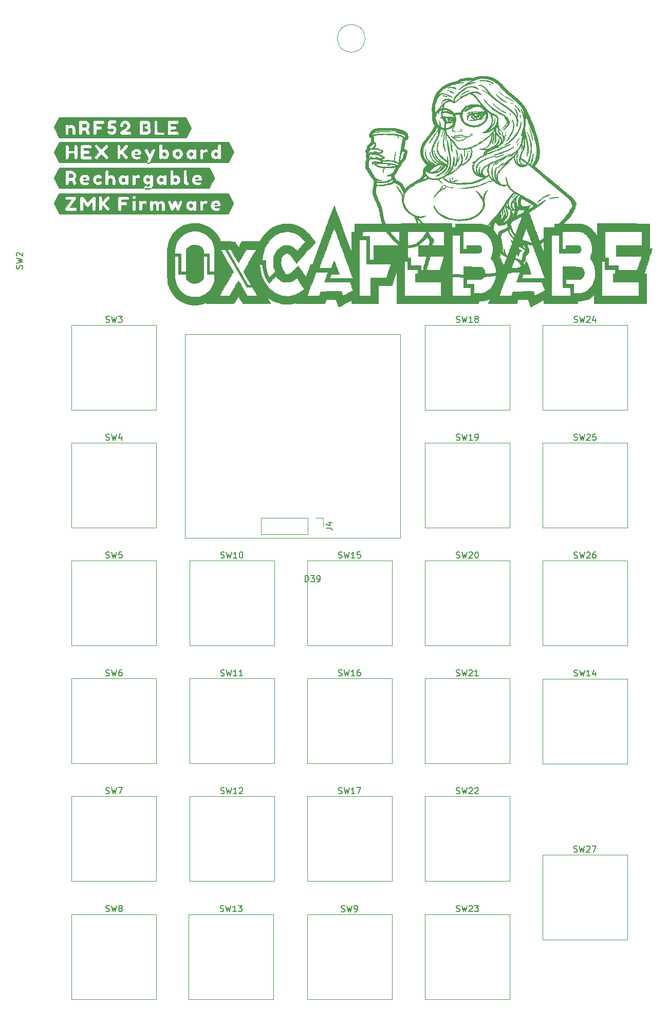
<source format=gbr>
%TF.GenerationSoftware,KiCad,Pcbnew,(5.99.0-9526-g5c17ff0595)*%
%TF.CreationDate,2021-07-05T19:36:54-05:00*%
%TF.ProjectId,Cafebabe,43616665-6261-4626-952e-6b696361645f,rev?*%
%TF.SameCoordinates,Original*%
%TF.FileFunction,Legend,Top*%
%TF.FilePolarity,Positive*%
%FSLAX46Y46*%
G04 Gerber Fmt 4.6, Leading zero omitted, Abs format (unit mm)*
G04 Created by KiCad (PCBNEW (5.99.0-9526-g5c17ff0595)) date 2021-07-05 19:36:54*
%MOMM*%
%LPD*%
G01*
G04 APERTURE LIST*
%ADD10C,0.150000*%
%ADD11C,0.120000*%
%ADD12C,0.010000*%
%ADD13C,0.050000*%
G04 APERTURE END LIST*
D10*
%TO.C,SW23*%
X127690476Y-166604761D02*
X127833333Y-166652380D01*
X128071428Y-166652380D01*
X128166666Y-166604761D01*
X128214285Y-166557142D01*
X128261904Y-166461904D01*
X128261904Y-166366666D01*
X128214285Y-166271428D01*
X128166666Y-166223809D01*
X128071428Y-166176190D01*
X127880952Y-166128571D01*
X127785714Y-166080952D01*
X127738095Y-166033333D01*
X127690476Y-165938095D01*
X127690476Y-165842857D01*
X127738095Y-165747619D01*
X127785714Y-165700000D01*
X127880952Y-165652380D01*
X128119047Y-165652380D01*
X128261904Y-165700000D01*
X128595238Y-165652380D02*
X128833333Y-166652380D01*
X129023809Y-165938095D01*
X129214285Y-166652380D01*
X129452380Y-165652380D01*
X129785714Y-165747619D02*
X129833333Y-165700000D01*
X129928571Y-165652380D01*
X130166666Y-165652380D01*
X130261904Y-165700000D01*
X130309523Y-165747619D01*
X130357142Y-165842857D01*
X130357142Y-165938095D01*
X130309523Y-166080952D01*
X129738095Y-166652380D01*
X130357142Y-166652380D01*
X130690476Y-165652380D02*
X131309523Y-165652380D01*
X130976190Y-166033333D01*
X131119047Y-166033333D01*
X131214285Y-166080952D01*
X131261904Y-166128571D01*
X131309523Y-166223809D01*
X131309523Y-166461904D01*
X131261904Y-166557142D01*
X131214285Y-166604761D01*
X131119047Y-166652380D01*
X130833333Y-166652380D01*
X130738095Y-166604761D01*
X130690476Y-166557142D01*
%TO.C,SW3*%
X69966666Y-69604761D02*
X70109523Y-69652380D01*
X70347619Y-69652380D01*
X70442857Y-69604761D01*
X70490476Y-69557142D01*
X70538095Y-69461904D01*
X70538095Y-69366666D01*
X70490476Y-69271428D01*
X70442857Y-69223809D01*
X70347619Y-69176190D01*
X70157142Y-69128571D01*
X70061904Y-69080952D01*
X70014285Y-69033333D01*
X69966666Y-68938095D01*
X69966666Y-68842857D01*
X70014285Y-68747619D01*
X70061904Y-68700000D01*
X70157142Y-68652380D01*
X70395238Y-68652380D01*
X70538095Y-68700000D01*
X70871428Y-68652380D02*
X71109523Y-69652380D01*
X71300000Y-68938095D01*
X71490476Y-69652380D01*
X71728571Y-68652380D01*
X72014285Y-68652380D02*
X72633333Y-68652380D01*
X72300000Y-69033333D01*
X72442857Y-69033333D01*
X72538095Y-69080952D01*
X72585714Y-69128571D01*
X72633333Y-69223809D01*
X72633333Y-69461904D01*
X72585714Y-69557142D01*
X72538095Y-69604761D01*
X72442857Y-69652380D01*
X72157142Y-69652380D01*
X72061904Y-69604761D01*
X72014285Y-69557142D01*
%TO.C,SW2*%
X56154761Y-60833333D02*
X56202380Y-60690476D01*
X56202380Y-60452380D01*
X56154761Y-60357142D01*
X56107142Y-60309523D01*
X56011904Y-60261904D01*
X55916666Y-60261904D01*
X55821428Y-60309523D01*
X55773809Y-60357142D01*
X55726190Y-60452380D01*
X55678571Y-60642857D01*
X55630952Y-60738095D01*
X55583333Y-60785714D01*
X55488095Y-60833333D01*
X55392857Y-60833333D01*
X55297619Y-60785714D01*
X55250000Y-60738095D01*
X55202380Y-60642857D01*
X55202380Y-60404761D01*
X55250000Y-60261904D01*
X55202380Y-59928571D02*
X56202380Y-59690476D01*
X55488095Y-59500000D01*
X56202380Y-59309523D01*
X55202380Y-59071428D01*
X55297619Y-58738095D02*
X55250000Y-58690476D01*
X55202380Y-58595238D01*
X55202380Y-58357142D01*
X55250000Y-58261904D01*
X55297619Y-58214285D01*
X55392857Y-58166666D01*
X55488095Y-58166666D01*
X55630952Y-58214285D01*
X56202380Y-58785714D01*
X56202380Y-58166666D01*
%TO.C,*%
%TO.C,SW22*%
X127690476Y-147204761D02*
X127833333Y-147252380D01*
X128071428Y-147252380D01*
X128166666Y-147204761D01*
X128214285Y-147157142D01*
X128261904Y-147061904D01*
X128261904Y-146966666D01*
X128214285Y-146871428D01*
X128166666Y-146823809D01*
X128071428Y-146776190D01*
X127880952Y-146728571D01*
X127785714Y-146680952D01*
X127738095Y-146633333D01*
X127690476Y-146538095D01*
X127690476Y-146442857D01*
X127738095Y-146347619D01*
X127785714Y-146300000D01*
X127880952Y-146252380D01*
X128119047Y-146252380D01*
X128261904Y-146300000D01*
X128595238Y-146252380D02*
X128833333Y-147252380D01*
X129023809Y-146538095D01*
X129214285Y-147252380D01*
X129452380Y-146252380D01*
X129785714Y-146347619D02*
X129833333Y-146300000D01*
X129928571Y-146252380D01*
X130166666Y-146252380D01*
X130261904Y-146300000D01*
X130309523Y-146347619D01*
X130357142Y-146442857D01*
X130357142Y-146538095D01*
X130309523Y-146680952D01*
X129738095Y-147252380D01*
X130357142Y-147252380D01*
X130738095Y-146347619D02*
X130785714Y-146300000D01*
X130880952Y-146252380D01*
X131119047Y-146252380D01*
X131214285Y-146300000D01*
X131261904Y-146347619D01*
X131309523Y-146442857D01*
X131309523Y-146538095D01*
X131261904Y-146680952D01*
X130690476Y-147252380D01*
X131309523Y-147252380D01*
%TO.C,SW27*%
X147050476Y-156804761D02*
X147193333Y-156852380D01*
X147431428Y-156852380D01*
X147526666Y-156804761D01*
X147574285Y-156757142D01*
X147621904Y-156661904D01*
X147621904Y-156566666D01*
X147574285Y-156471428D01*
X147526666Y-156423809D01*
X147431428Y-156376190D01*
X147240952Y-156328571D01*
X147145714Y-156280952D01*
X147098095Y-156233333D01*
X147050476Y-156138095D01*
X147050476Y-156042857D01*
X147098095Y-155947619D01*
X147145714Y-155900000D01*
X147240952Y-155852380D01*
X147479047Y-155852380D01*
X147621904Y-155900000D01*
X147955238Y-155852380D02*
X148193333Y-156852380D01*
X148383809Y-156138095D01*
X148574285Y-156852380D01*
X148812380Y-155852380D01*
X149145714Y-155947619D02*
X149193333Y-155900000D01*
X149288571Y-155852380D01*
X149526666Y-155852380D01*
X149621904Y-155900000D01*
X149669523Y-155947619D01*
X149717142Y-156042857D01*
X149717142Y-156138095D01*
X149669523Y-156280952D01*
X149098095Y-156852380D01*
X149717142Y-156852380D01*
X150050476Y-155852380D02*
X150717142Y-155852380D01*
X150288571Y-156852380D01*
%TO.C,SW16*%
X108290476Y-127804761D02*
X108433333Y-127852380D01*
X108671428Y-127852380D01*
X108766666Y-127804761D01*
X108814285Y-127757142D01*
X108861904Y-127661904D01*
X108861904Y-127566666D01*
X108814285Y-127471428D01*
X108766666Y-127423809D01*
X108671428Y-127376190D01*
X108480952Y-127328571D01*
X108385714Y-127280952D01*
X108338095Y-127233333D01*
X108290476Y-127138095D01*
X108290476Y-127042857D01*
X108338095Y-126947619D01*
X108385714Y-126900000D01*
X108480952Y-126852380D01*
X108719047Y-126852380D01*
X108861904Y-126900000D01*
X109195238Y-126852380D02*
X109433333Y-127852380D01*
X109623809Y-127138095D01*
X109814285Y-127852380D01*
X110052380Y-126852380D01*
X110957142Y-127852380D02*
X110385714Y-127852380D01*
X110671428Y-127852380D02*
X110671428Y-126852380D01*
X110576190Y-126995238D01*
X110480952Y-127090476D01*
X110385714Y-127138095D01*
X111814285Y-126852380D02*
X111623809Y-126852380D01*
X111528571Y-126900000D01*
X111480952Y-126947619D01*
X111385714Y-127090476D01*
X111338095Y-127280952D01*
X111338095Y-127661904D01*
X111385714Y-127757142D01*
X111433333Y-127804761D01*
X111528571Y-127852380D01*
X111719047Y-127852380D01*
X111814285Y-127804761D01*
X111861904Y-127757142D01*
X111909523Y-127661904D01*
X111909523Y-127423809D01*
X111861904Y-127328571D01*
X111814285Y-127280952D01*
X111719047Y-127233333D01*
X111528571Y-127233333D01*
X111433333Y-127280952D01*
X111385714Y-127328571D01*
X111338095Y-127423809D01*
%TO.C,J4*%
X106232380Y-103533333D02*
X106946666Y-103533333D01*
X107089523Y-103580952D01*
X107184761Y-103676190D01*
X107232380Y-103819047D01*
X107232380Y-103914285D01*
X106565714Y-102628571D02*
X107232380Y-102628571D01*
X106184761Y-102866666D02*
X106899047Y-103104761D01*
X106899047Y-102485714D01*
%TO.C,SW21*%
X127690476Y-127804761D02*
X127833333Y-127852380D01*
X128071428Y-127852380D01*
X128166666Y-127804761D01*
X128214285Y-127757142D01*
X128261904Y-127661904D01*
X128261904Y-127566666D01*
X128214285Y-127471428D01*
X128166666Y-127423809D01*
X128071428Y-127376190D01*
X127880952Y-127328571D01*
X127785714Y-127280952D01*
X127738095Y-127233333D01*
X127690476Y-127138095D01*
X127690476Y-127042857D01*
X127738095Y-126947619D01*
X127785714Y-126900000D01*
X127880952Y-126852380D01*
X128119047Y-126852380D01*
X128261904Y-126900000D01*
X128595238Y-126852380D02*
X128833333Y-127852380D01*
X129023809Y-127138095D01*
X129214285Y-127852380D01*
X129452380Y-126852380D01*
X129785714Y-126947619D02*
X129833333Y-126900000D01*
X129928571Y-126852380D01*
X130166666Y-126852380D01*
X130261904Y-126900000D01*
X130309523Y-126947619D01*
X130357142Y-127042857D01*
X130357142Y-127138095D01*
X130309523Y-127280952D01*
X129738095Y-127852380D01*
X130357142Y-127852380D01*
X131309523Y-127852380D02*
X130738095Y-127852380D01*
X131023809Y-127852380D02*
X131023809Y-126852380D01*
X130928571Y-126995238D01*
X130833333Y-127090476D01*
X130738095Y-127138095D01*
%TO.C,*%
%TO.C,SW12*%
X88890476Y-147204761D02*
X89033333Y-147252380D01*
X89271428Y-147252380D01*
X89366666Y-147204761D01*
X89414285Y-147157142D01*
X89461904Y-147061904D01*
X89461904Y-146966666D01*
X89414285Y-146871428D01*
X89366666Y-146823809D01*
X89271428Y-146776190D01*
X89080952Y-146728571D01*
X88985714Y-146680952D01*
X88938095Y-146633333D01*
X88890476Y-146538095D01*
X88890476Y-146442857D01*
X88938095Y-146347619D01*
X88985714Y-146300000D01*
X89080952Y-146252380D01*
X89319047Y-146252380D01*
X89461904Y-146300000D01*
X89795238Y-146252380D02*
X90033333Y-147252380D01*
X90223809Y-146538095D01*
X90414285Y-147252380D01*
X90652380Y-146252380D01*
X91557142Y-147252380D02*
X90985714Y-147252380D01*
X91271428Y-147252380D02*
X91271428Y-146252380D01*
X91176190Y-146395238D01*
X91080952Y-146490476D01*
X90985714Y-146538095D01*
X91938095Y-146347619D02*
X91985714Y-146300000D01*
X92080952Y-146252380D01*
X92319047Y-146252380D01*
X92414285Y-146300000D01*
X92461904Y-146347619D01*
X92509523Y-146442857D01*
X92509523Y-146538095D01*
X92461904Y-146680952D01*
X91890476Y-147252380D01*
X92509523Y-147252380D01*
%TO.C,SW18*%
X127690476Y-69604761D02*
X127833333Y-69652380D01*
X128071428Y-69652380D01*
X128166666Y-69604761D01*
X128214285Y-69557142D01*
X128261904Y-69461904D01*
X128261904Y-69366666D01*
X128214285Y-69271428D01*
X128166666Y-69223809D01*
X128071428Y-69176190D01*
X127880952Y-69128571D01*
X127785714Y-69080952D01*
X127738095Y-69033333D01*
X127690476Y-68938095D01*
X127690476Y-68842857D01*
X127738095Y-68747619D01*
X127785714Y-68700000D01*
X127880952Y-68652380D01*
X128119047Y-68652380D01*
X128261904Y-68700000D01*
X128595238Y-68652380D02*
X128833333Y-69652380D01*
X129023809Y-68938095D01*
X129214285Y-69652380D01*
X129452380Y-68652380D01*
X130357142Y-69652380D02*
X129785714Y-69652380D01*
X130071428Y-69652380D02*
X130071428Y-68652380D01*
X129976190Y-68795238D01*
X129880952Y-68890476D01*
X129785714Y-68938095D01*
X130928571Y-69080952D02*
X130833333Y-69033333D01*
X130785714Y-68985714D01*
X130738095Y-68890476D01*
X130738095Y-68842857D01*
X130785714Y-68747619D01*
X130833333Y-68700000D01*
X130928571Y-68652380D01*
X131119047Y-68652380D01*
X131214285Y-68700000D01*
X131261904Y-68747619D01*
X131309523Y-68842857D01*
X131309523Y-68890476D01*
X131261904Y-68985714D01*
X131214285Y-69033333D01*
X131119047Y-69080952D01*
X130928571Y-69080952D01*
X130833333Y-69128571D01*
X130785714Y-69176190D01*
X130738095Y-69271428D01*
X130738095Y-69461904D01*
X130785714Y-69557142D01*
X130833333Y-69604761D01*
X130928571Y-69652380D01*
X131119047Y-69652380D01*
X131214285Y-69604761D01*
X131261904Y-69557142D01*
X131309523Y-69461904D01*
X131309523Y-69271428D01*
X131261904Y-69176190D01*
X131214285Y-69128571D01*
X131119047Y-69080952D01*
%TO.C,SW25*%
X147090476Y-89004761D02*
X147233333Y-89052380D01*
X147471428Y-89052380D01*
X147566666Y-89004761D01*
X147614285Y-88957142D01*
X147661904Y-88861904D01*
X147661904Y-88766666D01*
X147614285Y-88671428D01*
X147566666Y-88623809D01*
X147471428Y-88576190D01*
X147280952Y-88528571D01*
X147185714Y-88480952D01*
X147138095Y-88433333D01*
X147090476Y-88338095D01*
X147090476Y-88242857D01*
X147138095Y-88147619D01*
X147185714Y-88100000D01*
X147280952Y-88052380D01*
X147519047Y-88052380D01*
X147661904Y-88100000D01*
X147995238Y-88052380D02*
X148233333Y-89052380D01*
X148423809Y-88338095D01*
X148614285Y-89052380D01*
X148852380Y-88052380D01*
X149185714Y-88147619D02*
X149233333Y-88100000D01*
X149328571Y-88052380D01*
X149566666Y-88052380D01*
X149661904Y-88100000D01*
X149709523Y-88147619D01*
X149757142Y-88242857D01*
X149757142Y-88338095D01*
X149709523Y-88480952D01*
X149138095Y-89052380D01*
X149757142Y-89052380D01*
X150661904Y-88052380D02*
X150185714Y-88052380D01*
X150138095Y-88528571D01*
X150185714Y-88480952D01*
X150280952Y-88433333D01*
X150519047Y-88433333D01*
X150614285Y-88480952D01*
X150661904Y-88528571D01*
X150709523Y-88623809D01*
X150709523Y-88861904D01*
X150661904Y-88957142D01*
X150614285Y-89004761D01*
X150519047Y-89052380D01*
X150280952Y-89052380D01*
X150185714Y-89004761D01*
X150138095Y-88957142D01*
%TO.C,SW11*%
X88890476Y-127804761D02*
X89033333Y-127852380D01*
X89271428Y-127852380D01*
X89366666Y-127804761D01*
X89414285Y-127757142D01*
X89461904Y-127661904D01*
X89461904Y-127566666D01*
X89414285Y-127471428D01*
X89366666Y-127423809D01*
X89271428Y-127376190D01*
X89080952Y-127328571D01*
X88985714Y-127280952D01*
X88938095Y-127233333D01*
X88890476Y-127138095D01*
X88890476Y-127042857D01*
X88938095Y-126947619D01*
X88985714Y-126900000D01*
X89080952Y-126852380D01*
X89319047Y-126852380D01*
X89461904Y-126900000D01*
X89795238Y-126852380D02*
X90033333Y-127852380D01*
X90223809Y-127138095D01*
X90414285Y-127852380D01*
X90652380Y-126852380D01*
X91557142Y-127852380D02*
X90985714Y-127852380D01*
X91271428Y-127852380D02*
X91271428Y-126852380D01*
X91176190Y-126995238D01*
X91080952Y-127090476D01*
X90985714Y-127138095D01*
X92509523Y-127852380D02*
X91938095Y-127852380D01*
X92223809Y-127852380D02*
X92223809Y-126852380D01*
X92128571Y-126995238D01*
X92033333Y-127090476D01*
X91938095Y-127138095D01*
%TO.C,SW14*%
X147090476Y-127830761D02*
X147233333Y-127878380D01*
X147471428Y-127878380D01*
X147566666Y-127830761D01*
X147614285Y-127783142D01*
X147661904Y-127687904D01*
X147661904Y-127592666D01*
X147614285Y-127497428D01*
X147566666Y-127449809D01*
X147471428Y-127402190D01*
X147280952Y-127354571D01*
X147185714Y-127306952D01*
X147138095Y-127259333D01*
X147090476Y-127164095D01*
X147090476Y-127068857D01*
X147138095Y-126973619D01*
X147185714Y-126926000D01*
X147280952Y-126878380D01*
X147519047Y-126878380D01*
X147661904Y-126926000D01*
X147995238Y-126878380D02*
X148233333Y-127878380D01*
X148423809Y-127164095D01*
X148614285Y-127878380D01*
X148852380Y-126878380D01*
X149757142Y-127878380D02*
X149185714Y-127878380D01*
X149471428Y-127878380D02*
X149471428Y-126878380D01*
X149376190Y-127021238D01*
X149280952Y-127116476D01*
X149185714Y-127164095D01*
X150614285Y-127211714D02*
X150614285Y-127878380D01*
X150376190Y-126830761D02*
X150138095Y-127545047D01*
X150757142Y-127545047D01*
%TO.C,SW26*%
X147090476Y-108430761D02*
X147233333Y-108478380D01*
X147471428Y-108478380D01*
X147566666Y-108430761D01*
X147614285Y-108383142D01*
X147661904Y-108287904D01*
X147661904Y-108192666D01*
X147614285Y-108097428D01*
X147566666Y-108049809D01*
X147471428Y-108002190D01*
X147280952Y-107954571D01*
X147185714Y-107906952D01*
X147138095Y-107859333D01*
X147090476Y-107764095D01*
X147090476Y-107668857D01*
X147138095Y-107573619D01*
X147185714Y-107526000D01*
X147280952Y-107478380D01*
X147519047Y-107478380D01*
X147661904Y-107526000D01*
X147995238Y-107478380D02*
X148233333Y-108478380D01*
X148423809Y-107764095D01*
X148614285Y-108478380D01*
X148852380Y-107478380D01*
X149185714Y-107573619D02*
X149233333Y-107526000D01*
X149328571Y-107478380D01*
X149566666Y-107478380D01*
X149661904Y-107526000D01*
X149709523Y-107573619D01*
X149757142Y-107668857D01*
X149757142Y-107764095D01*
X149709523Y-107906952D01*
X149138095Y-108478380D01*
X149757142Y-108478380D01*
X150614285Y-107478380D02*
X150423809Y-107478380D01*
X150328571Y-107526000D01*
X150280952Y-107573619D01*
X150185714Y-107716476D01*
X150138095Y-107906952D01*
X150138095Y-108287904D01*
X150185714Y-108383142D01*
X150233333Y-108430761D01*
X150328571Y-108478380D01*
X150519047Y-108478380D01*
X150614285Y-108430761D01*
X150661904Y-108383142D01*
X150709523Y-108287904D01*
X150709523Y-108049809D01*
X150661904Y-107954571D01*
X150614285Y-107906952D01*
X150519047Y-107859333D01*
X150328571Y-107859333D01*
X150233333Y-107906952D01*
X150185714Y-107954571D01*
X150138095Y-108049809D01*
%TO.C,SW13*%
X88790476Y-166610761D02*
X88933333Y-166658380D01*
X89171428Y-166658380D01*
X89266666Y-166610761D01*
X89314285Y-166563142D01*
X89361904Y-166467904D01*
X89361904Y-166372666D01*
X89314285Y-166277428D01*
X89266666Y-166229809D01*
X89171428Y-166182190D01*
X88980952Y-166134571D01*
X88885714Y-166086952D01*
X88838095Y-166039333D01*
X88790476Y-165944095D01*
X88790476Y-165848857D01*
X88838095Y-165753619D01*
X88885714Y-165706000D01*
X88980952Y-165658380D01*
X89219047Y-165658380D01*
X89361904Y-165706000D01*
X89695238Y-165658380D02*
X89933333Y-166658380D01*
X90123809Y-165944095D01*
X90314285Y-166658380D01*
X90552380Y-165658380D01*
X91457142Y-166658380D02*
X90885714Y-166658380D01*
X91171428Y-166658380D02*
X91171428Y-165658380D01*
X91076190Y-165801238D01*
X90980952Y-165896476D01*
X90885714Y-165944095D01*
X91790476Y-165658380D02*
X92409523Y-165658380D01*
X92076190Y-166039333D01*
X92219047Y-166039333D01*
X92314285Y-166086952D01*
X92361904Y-166134571D01*
X92409523Y-166229809D01*
X92409523Y-166467904D01*
X92361904Y-166563142D01*
X92314285Y-166610761D01*
X92219047Y-166658380D01*
X91933333Y-166658380D01*
X91838095Y-166610761D01*
X91790476Y-166563142D01*
%TO.C,*%
%TO.C,SW24*%
X147090476Y-69604761D02*
X147233333Y-69652380D01*
X147471428Y-69652380D01*
X147566666Y-69604761D01*
X147614285Y-69557142D01*
X147661904Y-69461904D01*
X147661904Y-69366666D01*
X147614285Y-69271428D01*
X147566666Y-69223809D01*
X147471428Y-69176190D01*
X147280952Y-69128571D01*
X147185714Y-69080952D01*
X147138095Y-69033333D01*
X147090476Y-68938095D01*
X147090476Y-68842857D01*
X147138095Y-68747619D01*
X147185714Y-68700000D01*
X147280952Y-68652380D01*
X147519047Y-68652380D01*
X147661904Y-68700000D01*
X147995238Y-68652380D02*
X148233333Y-69652380D01*
X148423809Y-68938095D01*
X148614285Y-69652380D01*
X148852380Y-68652380D01*
X149185714Y-68747619D02*
X149233333Y-68700000D01*
X149328571Y-68652380D01*
X149566666Y-68652380D01*
X149661904Y-68700000D01*
X149709523Y-68747619D01*
X149757142Y-68842857D01*
X149757142Y-68938095D01*
X149709523Y-69080952D01*
X149138095Y-69652380D01*
X149757142Y-69652380D01*
X150614285Y-68985714D02*
X150614285Y-69652380D01*
X150376190Y-68604761D02*
X150138095Y-69319047D01*
X150757142Y-69319047D01*
%TO.C,SW6*%
X69966666Y-127804761D02*
X70109523Y-127852380D01*
X70347619Y-127852380D01*
X70442857Y-127804761D01*
X70490476Y-127757142D01*
X70538095Y-127661904D01*
X70538095Y-127566666D01*
X70490476Y-127471428D01*
X70442857Y-127423809D01*
X70347619Y-127376190D01*
X70157142Y-127328571D01*
X70061904Y-127280952D01*
X70014285Y-127233333D01*
X69966666Y-127138095D01*
X69966666Y-127042857D01*
X70014285Y-126947619D01*
X70061904Y-126900000D01*
X70157142Y-126852380D01*
X70395238Y-126852380D01*
X70538095Y-126900000D01*
X70871428Y-126852380D02*
X71109523Y-127852380D01*
X71300000Y-127138095D01*
X71490476Y-127852380D01*
X71728571Y-126852380D01*
X72538095Y-126852380D02*
X72347619Y-126852380D01*
X72252380Y-126900000D01*
X72204761Y-126947619D01*
X72109523Y-127090476D01*
X72061904Y-127280952D01*
X72061904Y-127661904D01*
X72109523Y-127757142D01*
X72157142Y-127804761D01*
X72252380Y-127852380D01*
X72442857Y-127852380D01*
X72538095Y-127804761D01*
X72585714Y-127757142D01*
X72633333Y-127661904D01*
X72633333Y-127423809D01*
X72585714Y-127328571D01*
X72538095Y-127280952D01*
X72442857Y-127233333D01*
X72252380Y-127233333D01*
X72157142Y-127280952D01*
X72109523Y-127328571D01*
X72061904Y-127423809D01*
%TO.C,SW4*%
X69966666Y-89004761D02*
X70109523Y-89052380D01*
X70347619Y-89052380D01*
X70442857Y-89004761D01*
X70490476Y-88957142D01*
X70538095Y-88861904D01*
X70538095Y-88766666D01*
X70490476Y-88671428D01*
X70442857Y-88623809D01*
X70347619Y-88576190D01*
X70157142Y-88528571D01*
X70061904Y-88480952D01*
X70014285Y-88433333D01*
X69966666Y-88338095D01*
X69966666Y-88242857D01*
X70014285Y-88147619D01*
X70061904Y-88100000D01*
X70157142Y-88052380D01*
X70395238Y-88052380D01*
X70538095Y-88100000D01*
X70871428Y-88052380D02*
X71109523Y-89052380D01*
X71300000Y-88338095D01*
X71490476Y-89052380D01*
X71728571Y-88052380D01*
X72538095Y-88385714D02*
X72538095Y-89052380D01*
X72300000Y-88004761D02*
X72061904Y-88719047D01*
X72680952Y-88719047D01*
%TO.C,*%
%TO.C,SW17*%
X108290476Y-147204761D02*
X108433333Y-147252380D01*
X108671428Y-147252380D01*
X108766666Y-147204761D01*
X108814285Y-147157142D01*
X108861904Y-147061904D01*
X108861904Y-146966666D01*
X108814285Y-146871428D01*
X108766666Y-146823809D01*
X108671428Y-146776190D01*
X108480952Y-146728571D01*
X108385714Y-146680952D01*
X108338095Y-146633333D01*
X108290476Y-146538095D01*
X108290476Y-146442857D01*
X108338095Y-146347619D01*
X108385714Y-146300000D01*
X108480952Y-146252380D01*
X108719047Y-146252380D01*
X108861904Y-146300000D01*
X109195238Y-146252380D02*
X109433333Y-147252380D01*
X109623809Y-146538095D01*
X109814285Y-147252380D01*
X110052380Y-146252380D01*
X110957142Y-147252380D02*
X110385714Y-147252380D01*
X110671428Y-147252380D02*
X110671428Y-146252380D01*
X110576190Y-146395238D01*
X110480952Y-146490476D01*
X110385714Y-146538095D01*
X111290476Y-146252380D02*
X111957142Y-146252380D01*
X111528571Y-147252380D01*
%TO.C,SW19*%
X127690476Y-89004761D02*
X127833333Y-89052380D01*
X128071428Y-89052380D01*
X128166666Y-89004761D01*
X128214285Y-88957142D01*
X128261904Y-88861904D01*
X128261904Y-88766666D01*
X128214285Y-88671428D01*
X128166666Y-88623809D01*
X128071428Y-88576190D01*
X127880952Y-88528571D01*
X127785714Y-88480952D01*
X127738095Y-88433333D01*
X127690476Y-88338095D01*
X127690476Y-88242857D01*
X127738095Y-88147619D01*
X127785714Y-88100000D01*
X127880952Y-88052380D01*
X128119047Y-88052380D01*
X128261904Y-88100000D01*
X128595238Y-88052380D02*
X128833333Y-89052380D01*
X129023809Y-88338095D01*
X129214285Y-89052380D01*
X129452380Y-88052380D01*
X130357142Y-89052380D02*
X129785714Y-89052380D01*
X130071428Y-89052380D02*
X130071428Y-88052380D01*
X129976190Y-88195238D01*
X129880952Y-88290476D01*
X129785714Y-88338095D01*
X130833333Y-89052380D02*
X131023809Y-89052380D01*
X131119047Y-89004761D01*
X131166666Y-88957142D01*
X131261904Y-88814285D01*
X131309523Y-88623809D01*
X131309523Y-88242857D01*
X131261904Y-88147619D01*
X131214285Y-88100000D01*
X131119047Y-88052380D01*
X130928571Y-88052380D01*
X130833333Y-88100000D01*
X130785714Y-88147619D01*
X130738095Y-88242857D01*
X130738095Y-88480952D01*
X130785714Y-88576190D01*
X130833333Y-88623809D01*
X130928571Y-88671428D01*
X131119047Y-88671428D01*
X131214285Y-88623809D01*
X131261904Y-88576190D01*
X131309523Y-88480952D01*
%TO.C,SW20*%
X127690476Y-108404761D02*
X127833333Y-108452380D01*
X128071428Y-108452380D01*
X128166666Y-108404761D01*
X128214285Y-108357142D01*
X128261904Y-108261904D01*
X128261904Y-108166666D01*
X128214285Y-108071428D01*
X128166666Y-108023809D01*
X128071428Y-107976190D01*
X127880952Y-107928571D01*
X127785714Y-107880952D01*
X127738095Y-107833333D01*
X127690476Y-107738095D01*
X127690476Y-107642857D01*
X127738095Y-107547619D01*
X127785714Y-107500000D01*
X127880952Y-107452380D01*
X128119047Y-107452380D01*
X128261904Y-107500000D01*
X128595238Y-107452380D02*
X128833333Y-108452380D01*
X129023809Y-107738095D01*
X129214285Y-108452380D01*
X129452380Y-107452380D01*
X129785714Y-107547619D02*
X129833333Y-107500000D01*
X129928571Y-107452380D01*
X130166666Y-107452380D01*
X130261904Y-107500000D01*
X130309523Y-107547619D01*
X130357142Y-107642857D01*
X130357142Y-107738095D01*
X130309523Y-107880952D01*
X129738095Y-108452380D01*
X130357142Y-108452380D01*
X130976190Y-107452380D02*
X131071428Y-107452380D01*
X131166666Y-107500000D01*
X131214285Y-107547619D01*
X131261904Y-107642857D01*
X131309523Y-107833333D01*
X131309523Y-108071428D01*
X131261904Y-108261904D01*
X131214285Y-108357142D01*
X131166666Y-108404761D01*
X131071428Y-108452380D01*
X130976190Y-108452380D01*
X130880952Y-108404761D01*
X130833333Y-108357142D01*
X130785714Y-108261904D01*
X130738095Y-108071428D01*
X130738095Y-107833333D01*
X130785714Y-107642857D01*
X130833333Y-107547619D01*
X130880952Y-107500000D01*
X130976190Y-107452380D01*
%TO.C,SW8*%
X69966666Y-166604761D02*
X70109523Y-166652380D01*
X70347619Y-166652380D01*
X70442857Y-166604761D01*
X70490476Y-166557142D01*
X70538095Y-166461904D01*
X70538095Y-166366666D01*
X70490476Y-166271428D01*
X70442857Y-166223809D01*
X70347619Y-166176190D01*
X70157142Y-166128571D01*
X70061904Y-166080952D01*
X70014285Y-166033333D01*
X69966666Y-165938095D01*
X69966666Y-165842857D01*
X70014285Y-165747619D01*
X70061904Y-165700000D01*
X70157142Y-165652380D01*
X70395238Y-165652380D01*
X70538095Y-165700000D01*
X70871428Y-165652380D02*
X71109523Y-166652380D01*
X71300000Y-165938095D01*
X71490476Y-166652380D01*
X71728571Y-165652380D01*
X72252380Y-166080952D02*
X72157142Y-166033333D01*
X72109523Y-165985714D01*
X72061904Y-165890476D01*
X72061904Y-165842857D01*
X72109523Y-165747619D01*
X72157142Y-165700000D01*
X72252380Y-165652380D01*
X72442857Y-165652380D01*
X72538095Y-165700000D01*
X72585714Y-165747619D01*
X72633333Y-165842857D01*
X72633333Y-165890476D01*
X72585714Y-165985714D01*
X72538095Y-166033333D01*
X72442857Y-166080952D01*
X72252380Y-166080952D01*
X72157142Y-166128571D01*
X72109523Y-166176190D01*
X72061904Y-166271428D01*
X72061904Y-166461904D01*
X72109523Y-166557142D01*
X72157142Y-166604761D01*
X72252380Y-166652380D01*
X72442857Y-166652380D01*
X72538095Y-166604761D01*
X72585714Y-166557142D01*
X72633333Y-166461904D01*
X72633333Y-166271428D01*
X72585714Y-166176190D01*
X72538095Y-166128571D01*
X72442857Y-166080952D01*
%TO.C,SW7*%
X69966666Y-147204761D02*
X70109523Y-147252380D01*
X70347619Y-147252380D01*
X70442857Y-147204761D01*
X70490476Y-147157142D01*
X70538095Y-147061904D01*
X70538095Y-146966666D01*
X70490476Y-146871428D01*
X70442857Y-146823809D01*
X70347619Y-146776190D01*
X70157142Y-146728571D01*
X70061904Y-146680952D01*
X70014285Y-146633333D01*
X69966666Y-146538095D01*
X69966666Y-146442857D01*
X70014285Y-146347619D01*
X70061904Y-146300000D01*
X70157142Y-146252380D01*
X70395238Y-146252380D01*
X70538095Y-146300000D01*
X70871428Y-146252380D02*
X71109523Y-147252380D01*
X71300000Y-146538095D01*
X71490476Y-147252380D01*
X71728571Y-146252380D01*
X72014285Y-146252380D02*
X72680952Y-146252380D01*
X72252380Y-147252380D01*
%TO.C,SW10*%
X88890476Y-108404761D02*
X89033333Y-108452380D01*
X89271428Y-108452380D01*
X89366666Y-108404761D01*
X89414285Y-108357142D01*
X89461904Y-108261904D01*
X89461904Y-108166666D01*
X89414285Y-108071428D01*
X89366666Y-108023809D01*
X89271428Y-107976190D01*
X89080952Y-107928571D01*
X88985714Y-107880952D01*
X88938095Y-107833333D01*
X88890476Y-107738095D01*
X88890476Y-107642857D01*
X88938095Y-107547619D01*
X88985714Y-107500000D01*
X89080952Y-107452380D01*
X89319047Y-107452380D01*
X89461904Y-107500000D01*
X89795238Y-107452380D02*
X90033333Y-108452380D01*
X90223809Y-107738095D01*
X90414285Y-108452380D01*
X90652380Y-107452380D01*
X91557142Y-108452380D02*
X90985714Y-108452380D01*
X91271428Y-108452380D02*
X91271428Y-107452380D01*
X91176190Y-107595238D01*
X91080952Y-107690476D01*
X90985714Y-107738095D01*
X92176190Y-107452380D02*
X92271428Y-107452380D01*
X92366666Y-107500000D01*
X92414285Y-107547619D01*
X92461904Y-107642857D01*
X92509523Y-107833333D01*
X92509523Y-108071428D01*
X92461904Y-108261904D01*
X92414285Y-108357142D01*
X92366666Y-108404761D01*
X92271428Y-108452380D01*
X92176190Y-108452380D01*
X92080952Y-108404761D01*
X92033333Y-108357142D01*
X91985714Y-108261904D01*
X91938095Y-108071428D01*
X91938095Y-107833333D01*
X91985714Y-107642857D01*
X92033333Y-107547619D01*
X92080952Y-107500000D01*
X92176190Y-107452380D01*
%TO.C,SW9*%
X108766666Y-166630761D02*
X108909523Y-166678380D01*
X109147619Y-166678380D01*
X109242857Y-166630761D01*
X109290476Y-166583142D01*
X109338095Y-166487904D01*
X109338095Y-166392666D01*
X109290476Y-166297428D01*
X109242857Y-166249809D01*
X109147619Y-166202190D01*
X108957142Y-166154571D01*
X108861904Y-166106952D01*
X108814285Y-166059333D01*
X108766666Y-165964095D01*
X108766666Y-165868857D01*
X108814285Y-165773619D01*
X108861904Y-165726000D01*
X108957142Y-165678380D01*
X109195238Y-165678380D01*
X109338095Y-165726000D01*
X109671428Y-165678380D02*
X109909523Y-166678380D01*
X110100000Y-165964095D01*
X110290476Y-166678380D01*
X110528571Y-165678380D01*
X110957142Y-166678380D02*
X111147619Y-166678380D01*
X111242857Y-166630761D01*
X111290476Y-166583142D01*
X111385714Y-166440285D01*
X111433333Y-166249809D01*
X111433333Y-165868857D01*
X111385714Y-165773619D01*
X111338095Y-165726000D01*
X111242857Y-165678380D01*
X111052380Y-165678380D01*
X110957142Y-165726000D01*
X110909523Y-165773619D01*
X110861904Y-165868857D01*
X110861904Y-166106952D01*
X110909523Y-166202190D01*
X110957142Y-166249809D01*
X111052380Y-166297428D01*
X111242857Y-166297428D01*
X111338095Y-166249809D01*
X111385714Y-166202190D01*
X111433333Y-166106952D01*
%TO.C,SW5*%
X69966666Y-108404761D02*
X70109523Y-108452380D01*
X70347619Y-108452380D01*
X70442857Y-108404761D01*
X70490476Y-108357142D01*
X70538095Y-108261904D01*
X70538095Y-108166666D01*
X70490476Y-108071428D01*
X70442857Y-108023809D01*
X70347619Y-107976190D01*
X70157142Y-107928571D01*
X70061904Y-107880952D01*
X70014285Y-107833333D01*
X69966666Y-107738095D01*
X69966666Y-107642857D01*
X70014285Y-107547619D01*
X70061904Y-107500000D01*
X70157142Y-107452380D01*
X70395238Y-107452380D01*
X70538095Y-107500000D01*
X70871428Y-107452380D02*
X71109523Y-108452380D01*
X71300000Y-107738095D01*
X71490476Y-108452380D01*
X71728571Y-107452380D01*
X72585714Y-107452380D02*
X72109523Y-107452380D01*
X72061904Y-107928571D01*
X72109523Y-107880952D01*
X72204761Y-107833333D01*
X72442857Y-107833333D01*
X72538095Y-107880952D01*
X72585714Y-107928571D01*
X72633333Y-108023809D01*
X72633333Y-108261904D01*
X72585714Y-108357142D01*
X72538095Y-108404761D01*
X72442857Y-108452380D01*
X72204761Y-108452380D01*
X72109523Y-108404761D01*
X72061904Y-108357142D01*
%TO.C,SW15*%
X108290476Y-108404761D02*
X108433333Y-108452380D01*
X108671428Y-108452380D01*
X108766666Y-108404761D01*
X108814285Y-108357142D01*
X108861904Y-108261904D01*
X108861904Y-108166666D01*
X108814285Y-108071428D01*
X108766666Y-108023809D01*
X108671428Y-107976190D01*
X108480952Y-107928571D01*
X108385714Y-107880952D01*
X108338095Y-107833333D01*
X108290476Y-107738095D01*
X108290476Y-107642857D01*
X108338095Y-107547619D01*
X108385714Y-107500000D01*
X108480952Y-107452380D01*
X108719047Y-107452380D01*
X108861904Y-107500000D01*
X109195238Y-107452380D02*
X109433333Y-108452380D01*
X109623809Y-107738095D01*
X109814285Y-108452380D01*
X110052380Y-107452380D01*
X110957142Y-108452380D02*
X110385714Y-108452380D01*
X110671428Y-108452380D02*
X110671428Y-107452380D01*
X110576190Y-107595238D01*
X110480952Y-107690476D01*
X110385714Y-107738095D01*
X111861904Y-107452380D02*
X111385714Y-107452380D01*
X111338095Y-107928571D01*
X111385714Y-107880952D01*
X111480952Y-107833333D01*
X111719047Y-107833333D01*
X111814285Y-107880952D01*
X111861904Y-107928571D01*
X111909523Y-108023809D01*
X111909523Y-108261904D01*
X111861904Y-108357142D01*
X111814285Y-108404761D01*
X111719047Y-108452380D01*
X111480952Y-108452380D01*
X111385714Y-108404761D01*
X111338095Y-108357142D01*
%TO.C,D39*%
X102785714Y-112352380D02*
X102785714Y-111352380D01*
X103023809Y-111352380D01*
X103166666Y-111400000D01*
X103261904Y-111495238D01*
X103309523Y-111590476D01*
X103357142Y-111780952D01*
X103357142Y-111923809D01*
X103309523Y-112114285D01*
X103261904Y-112209523D01*
X103166666Y-112304761D01*
X103023809Y-112352380D01*
X102785714Y-112352380D01*
X103690476Y-111352380D02*
X104309523Y-111352380D01*
X103976190Y-111733333D01*
X104119047Y-111733333D01*
X104214285Y-111780952D01*
X104261904Y-111828571D01*
X104309523Y-111923809D01*
X104309523Y-112161904D01*
X104261904Y-112257142D01*
X104214285Y-112304761D01*
X104119047Y-112352380D01*
X103833333Y-112352380D01*
X103738095Y-112304761D01*
X103690476Y-112257142D01*
X104785714Y-112352380D02*
X104976190Y-112352380D01*
X105071428Y-112304761D01*
X105119047Y-112257142D01*
X105214285Y-112114285D01*
X105261904Y-111923809D01*
X105261904Y-111542857D01*
X105214285Y-111447619D01*
X105166666Y-111400000D01*
X105071428Y-111352380D01*
X104880952Y-111352380D01*
X104785714Y-111400000D01*
X104738095Y-111447619D01*
X104690476Y-111542857D01*
X104690476Y-111780952D01*
X104738095Y-111876190D01*
X104785714Y-111923809D01*
X104880952Y-111971428D01*
X105071428Y-111971428D01*
X105166666Y-111923809D01*
X105214285Y-111876190D01*
X105261904Y-111780952D01*
D11*
%TO.C,SW23*%
X136485000Y-181059000D02*
X122515000Y-181059000D01*
X122515000Y-181059000D02*
X122515000Y-167089000D01*
X122515000Y-167089000D02*
X136485000Y-167089000D01*
X136485000Y-167089000D02*
X136485000Y-181059000D01*
%TO.C,SW3*%
X78285000Y-70089000D02*
X78285000Y-84059000D01*
X64315000Y-84059000D02*
X64315000Y-70089000D01*
X78285000Y-84059000D02*
X64315000Y-84059000D01*
X64315000Y-70089000D02*
X78285000Y-70089000D01*
D12*
%TO.C,*%
X78800000Y-46320000D02*
X78920000Y-46430000D01*
X78920000Y-46430000D02*
X79090000Y-46470000D01*
X79090000Y-46470000D02*
X79240000Y-46420000D01*
X79240000Y-46420000D02*
X79340000Y-46280000D01*
X79340000Y-46280000D02*
X79350000Y-46120000D01*
X79350000Y-46120000D02*
X79260000Y-45970000D01*
X79260000Y-45970000D02*
X79120000Y-45900000D01*
X79120000Y-45900000D02*
X78950000Y-45920000D01*
X78950000Y-45920000D02*
X78830000Y-46040000D01*
X78830000Y-46040000D02*
X78780000Y-46190000D01*
X78780000Y-46190000D02*
X78800000Y-46320000D01*
X78800000Y-46320000D02*
X78800000Y-46320000D01*
G36*
X79260000Y-45970000D02*
G01*
X79350000Y-46120000D01*
X79340000Y-46280000D01*
X79240000Y-46420000D01*
X79090000Y-46470000D01*
X78920000Y-46430000D01*
X78800000Y-46320000D01*
X78780000Y-46190000D01*
X78830000Y-46040000D01*
X78950000Y-45920000D01*
X79120000Y-45900000D01*
X79260000Y-45970000D01*
G37*
X79260000Y-45970000D02*
X79350000Y-46120000D01*
X79340000Y-46280000D01*
X79240000Y-46420000D01*
X79090000Y-46470000D01*
X78920000Y-46430000D01*
X78800000Y-46320000D01*
X78780000Y-46190000D01*
X78830000Y-46040000D01*
X78950000Y-45920000D01*
X79120000Y-45900000D01*
X79260000Y-45970000D01*
X81380000Y-46470000D02*
X81540000Y-46400000D01*
X81540000Y-46400000D02*
X81630000Y-46260000D01*
X81630000Y-46260000D02*
X81630000Y-46100000D01*
X81630000Y-46100000D02*
X81530000Y-45960000D01*
X81530000Y-45960000D02*
X81370000Y-45910000D01*
X81370000Y-45910000D02*
X81210000Y-45950000D01*
X81210000Y-45950000D02*
X81100000Y-46080000D01*
X81100000Y-46080000D02*
X81090000Y-46250000D01*
X81090000Y-46250000D02*
X81170000Y-46390000D01*
X81170000Y-46390000D02*
X81380000Y-46470000D01*
X81380000Y-46470000D02*
X81380000Y-46470000D01*
G36*
X81530000Y-45960000D02*
G01*
X81630000Y-46100000D01*
X81630000Y-46260000D01*
X81540000Y-46400000D01*
X81380000Y-46470000D01*
X81170000Y-46390000D01*
X81090000Y-46250000D01*
X81100000Y-46080000D01*
X81210000Y-45950000D01*
X81370000Y-45910000D01*
X81530000Y-45960000D01*
G37*
X81530000Y-45960000D02*
X81630000Y-46100000D01*
X81630000Y-46260000D01*
X81540000Y-46400000D01*
X81380000Y-46470000D01*
X81170000Y-46390000D01*
X81090000Y-46250000D01*
X81100000Y-46080000D01*
X81210000Y-45950000D01*
X81370000Y-45910000D01*
X81530000Y-45960000D01*
X63820000Y-45790000D02*
X64160000Y-45790000D01*
X64160000Y-45790000D02*
X64330000Y-45770000D01*
X64330000Y-45770000D02*
X64460000Y-45680000D01*
X64460000Y-45680000D02*
X64510000Y-45510000D01*
X64510000Y-45510000D02*
X64460000Y-45350000D01*
X64460000Y-45350000D02*
X64330000Y-45240000D01*
X64330000Y-45240000D02*
X64170000Y-45220000D01*
X64170000Y-45220000D02*
X63830000Y-45220000D01*
X63830000Y-45220000D02*
X63810000Y-45370000D01*
X63810000Y-45370000D02*
X63810000Y-45700000D01*
X63810000Y-45700000D02*
X63820000Y-45790000D01*
X63820000Y-45790000D02*
X63820000Y-45790000D01*
G36*
X64330000Y-45240000D02*
G01*
X64460000Y-45350000D01*
X64510000Y-45510000D01*
X64460000Y-45680000D01*
X64330000Y-45770000D01*
X64160000Y-45790000D01*
X63820000Y-45790000D01*
X63810000Y-45700000D01*
X63810000Y-45370000D01*
X63830000Y-45220000D01*
X64170000Y-45220000D01*
X64330000Y-45240000D01*
G37*
X64330000Y-45240000D02*
X64460000Y-45350000D01*
X64510000Y-45510000D01*
X64460000Y-45680000D01*
X64330000Y-45770000D01*
X64160000Y-45790000D01*
X63820000Y-45790000D01*
X63810000Y-45700000D01*
X63810000Y-45370000D01*
X63830000Y-45220000D01*
X64170000Y-45220000D01*
X64330000Y-45240000D01*
X85190000Y-46000000D02*
X85160000Y-45840000D01*
X85160000Y-45840000D02*
X85020000Y-45780000D01*
X85020000Y-45780000D02*
X84850000Y-45810000D01*
X84850000Y-45810000D02*
X84710000Y-45920000D01*
X84710000Y-45920000D02*
X84700000Y-46050000D01*
X84700000Y-46050000D02*
X85040000Y-46050000D01*
X85040000Y-46050000D02*
X85190000Y-46000000D01*
X85190000Y-46000000D02*
X85190000Y-46000000D01*
G36*
X85160000Y-45840000D02*
G01*
X85190000Y-46000000D01*
X85040000Y-46050000D01*
X84700000Y-46050000D01*
X84710000Y-45920000D01*
X84850000Y-45810000D01*
X85020000Y-45780000D01*
X85160000Y-45840000D01*
G37*
X85160000Y-45840000D02*
X85190000Y-46000000D01*
X85040000Y-46050000D01*
X84700000Y-46050000D01*
X84710000Y-45920000D01*
X84850000Y-45810000D01*
X85020000Y-45780000D01*
X85160000Y-45840000D01*
X66680000Y-46000000D02*
X66650000Y-45840000D01*
X66650000Y-45840000D02*
X66500000Y-45780000D01*
X66500000Y-45780000D02*
X66340000Y-45810000D01*
X66340000Y-45810000D02*
X66200000Y-45930000D01*
X66200000Y-45930000D02*
X66200000Y-46050000D01*
X66200000Y-46050000D02*
X66540000Y-46050000D01*
X66540000Y-46050000D02*
X66680000Y-46000000D01*
X66680000Y-46000000D02*
X66680000Y-46000000D01*
G36*
X66650000Y-45840000D02*
G01*
X66680000Y-46000000D01*
X66540000Y-46050000D01*
X66200000Y-46050000D01*
X66200000Y-45930000D01*
X66340000Y-45810000D01*
X66500000Y-45780000D01*
X66650000Y-45840000D01*
G37*
X66650000Y-45840000D02*
X66680000Y-46000000D01*
X66540000Y-46050000D01*
X66200000Y-46050000D01*
X66200000Y-45930000D01*
X66340000Y-45810000D01*
X66500000Y-45780000D01*
X66650000Y-45840000D01*
X76690000Y-46360000D02*
X76840000Y-46420000D01*
X76840000Y-46420000D02*
X77000000Y-46370000D01*
X77000000Y-46370000D02*
X77120000Y-46240000D01*
X77120000Y-46240000D02*
X77130000Y-46090000D01*
X77130000Y-46090000D02*
X77050000Y-45940000D01*
X77050000Y-45940000D02*
X76900000Y-45860000D01*
X76900000Y-45860000D02*
X76730000Y-45890000D01*
X76730000Y-45890000D02*
X76620000Y-46010000D01*
X76620000Y-46010000D02*
X76580000Y-46170000D01*
X76580000Y-46170000D02*
X76690000Y-46360000D01*
X76690000Y-46360000D02*
X76690000Y-46360000D01*
G36*
X77050000Y-45940000D02*
G01*
X77130000Y-46090000D01*
X77120000Y-46240000D01*
X77000000Y-46370000D01*
X76840000Y-46420000D01*
X76690000Y-46360000D01*
X76580000Y-46170000D01*
X76620000Y-46010000D01*
X76730000Y-45890000D01*
X76900000Y-45860000D01*
X77050000Y-45940000D01*
G37*
X77050000Y-45940000D02*
X77130000Y-46090000D01*
X77120000Y-46240000D01*
X77000000Y-46370000D01*
X76840000Y-46420000D01*
X76690000Y-46360000D01*
X76580000Y-46170000D01*
X76620000Y-46010000D01*
X76730000Y-45890000D01*
X76900000Y-45860000D01*
X77050000Y-45940000D01*
X72590000Y-46360000D02*
X72720000Y-46450000D01*
X72720000Y-46450000D02*
X72900000Y-46460000D01*
X72900000Y-46460000D02*
X73040000Y-46380000D01*
X73040000Y-46380000D02*
X73110000Y-46230000D01*
X73110000Y-46230000D02*
X73080000Y-46070000D01*
X73080000Y-46070000D02*
X72970000Y-45930000D01*
X72970000Y-45930000D02*
X72810000Y-45890000D01*
X72810000Y-45890000D02*
X72660000Y-45950000D01*
X72660000Y-45950000D02*
X72550000Y-46090000D01*
X72550000Y-46090000D02*
X72530000Y-46250000D01*
X72530000Y-46250000D02*
X72590000Y-46360000D01*
X72590000Y-46360000D02*
X72590000Y-46360000D01*
G36*
X72970000Y-45930000D02*
G01*
X73080000Y-46070000D01*
X73110000Y-46230000D01*
X73040000Y-46380000D01*
X72900000Y-46460000D01*
X72720000Y-46450000D01*
X72590000Y-46360000D01*
X72530000Y-46250000D01*
X72550000Y-46090000D01*
X72660000Y-45950000D01*
X72810000Y-45890000D01*
X72970000Y-45930000D01*
G37*
X72970000Y-45930000D02*
X73080000Y-46070000D01*
X73110000Y-46230000D01*
X73040000Y-46380000D01*
X72900000Y-46460000D01*
X72720000Y-46450000D01*
X72590000Y-46360000D01*
X72530000Y-46250000D01*
X72550000Y-46090000D01*
X72660000Y-45950000D01*
X72810000Y-45890000D01*
X72970000Y-45930000D01*
X63020000Y-44170000D02*
X62340000Y-44170000D01*
X62340000Y-44170000D02*
X62220000Y-44240000D01*
X62220000Y-44240000D02*
X61460000Y-45750000D01*
X61460000Y-45750000D02*
X61430000Y-45900000D01*
X61430000Y-45900000D02*
X62190000Y-47420000D01*
X62190000Y-47420000D02*
X62270000Y-47550000D01*
X62270000Y-47550000D02*
X86980000Y-47550000D01*
X86980000Y-47550000D02*
X87080000Y-47440000D01*
X87080000Y-47440000D02*
X87840000Y-45930000D01*
X87840000Y-45930000D02*
X87830000Y-45780000D01*
X87830000Y-45780000D02*
X87070000Y-44260000D01*
X87070000Y-44260000D02*
X86960000Y-44170000D01*
X86960000Y-44170000D02*
X63100000Y-44170000D01*
X63100000Y-44170000D02*
X63400000Y-44650000D01*
X63400000Y-44650000D02*
X63600000Y-44640000D01*
X63600000Y-44640000D02*
X64110000Y-44640000D01*
X64110000Y-44640000D02*
X64270000Y-44640000D01*
X64270000Y-44640000D02*
X64430000Y-44670000D01*
X64430000Y-44670000D02*
X64580000Y-44730000D01*
X64580000Y-44730000D02*
X64740000Y-44830000D01*
X64740000Y-44830000D02*
X64860000Y-44940000D01*
X64860000Y-44940000D02*
X64970000Y-45080000D01*
X64970000Y-45080000D02*
X65040000Y-45230000D01*
X65040000Y-45230000D02*
X65070000Y-45390000D01*
X65070000Y-45390000D02*
X65080000Y-45570000D01*
X65080000Y-45570000D02*
X65050000Y-45740000D01*
X65050000Y-45740000D02*
X65580000Y-45930000D01*
X65580000Y-45930000D02*
X65630000Y-45780000D01*
X65630000Y-45780000D02*
X65710000Y-45640000D01*
X65710000Y-45640000D02*
X65820000Y-45510000D01*
X65820000Y-45510000D02*
X65950000Y-45410000D01*
X65950000Y-45410000D02*
X66090000Y-45340000D01*
X66090000Y-45340000D02*
X66250000Y-45290000D01*
X66250000Y-45290000D02*
X66430000Y-45270000D01*
X66430000Y-45270000D02*
X66620000Y-45270000D01*
X66620000Y-45270000D02*
X66780000Y-45310000D01*
X66780000Y-45310000D02*
X66930000Y-45380000D01*
X66930000Y-45380000D02*
X67060000Y-45480000D01*
X67060000Y-45480000D02*
X67160000Y-45610000D01*
X67160000Y-45610000D02*
X67220000Y-45770000D01*
X67220000Y-45770000D02*
X67250000Y-45940000D01*
X67250000Y-45940000D02*
X67250000Y-46100000D01*
X67250000Y-46100000D02*
X67760000Y-46080000D01*
X67760000Y-46080000D02*
X67790000Y-45910000D01*
X67790000Y-45910000D02*
X67860000Y-45760000D01*
X67860000Y-45760000D02*
X67950000Y-45610000D01*
X67950000Y-45610000D02*
X68070000Y-45500000D01*
X68070000Y-45500000D02*
X68220000Y-45400000D01*
X68220000Y-45400000D02*
X68370000Y-45340000D01*
X68370000Y-45340000D02*
X68530000Y-45310000D01*
X68530000Y-45310000D02*
X68700000Y-45300000D01*
X68700000Y-45300000D02*
X68870000Y-45330000D01*
X68870000Y-45330000D02*
X69030000Y-45400000D01*
X69030000Y-45400000D02*
X69170000Y-45480000D01*
X69170000Y-45480000D02*
X69260000Y-45620000D01*
X69260000Y-45620000D02*
X69230000Y-45770000D01*
X69230000Y-45770000D02*
X69120000Y-45940000D01*
X69120000Y-45940000D02*
X68990000Y-46010000D01*
X68990000Y-46010000D02*
X68850000Y-45960000D01*
X68850000Y-45960000D02*
X68690000Y-45880000D01*
X68690000Y-45880000D02*
X68520000Y-45900000D01*
X68520000Y-45900000D02*
X68390000Y-45990000D01*
X68390000Y-45990000D02*
X68330000Y-46150000D01*
X68330000Y-46150000D02*
X68380000Y-46350000D01*
X68380000Y-46350000D02*
X68520000Y-46450000D01*
X68520000Y-46450000D02*
X68680000Y-46460000D01*
X68680000Y-46460000D02*
X68840000Y-46380000D01*
X68840000Y-46380000D02*
X68980000Y-46340000D01*
X68980000Y-46340000D02*
X69100000Y-46410000D01*
X69100000Y-46410000D02*
X69230000Y-46570000D01*
X69230000Y-46570000D02*
X69260000Y-46720000D01*
X69260000Y-46720000D02*
X69820000Y-46870000D01*
X69820000Y-46870000D02*
X69820000Y-44830000D01*
X69820000Y-44830000D02*
X69830000Y-44670000D01*
X69830000Y-44670000D02*
X69920000Y-44570000D01*
X69920000Y-44570000D02*
X70120000Y-44540000D01*
X70120000Y-44540000D02*
X70310000Y-44580000D01*
X70310000Y-44580000D02*
X70380000Y-44700000D01*
X70380000Y-44700000D02*
X70380000Y-45370000D01*
X70380000Y-45370000D02*
X70390000Y-45530000D01*
X70390000Y-45530000D02*
X70520000Y-45410000D01*
X70520000Y-45410000D02*
X70670000Y-45350000D01*
X70670000Y-45350000D02*
X70890000Y-45340000D01*
X70890000Y-45340000D02*
X71050000Y-45390000D01*
X71050000Y-45390000D02*
X71190000Y-45470000D01*
X71190000Y-45470000D02*
X71320000Y-45600000D01*
X71320000Y-45600000D02*
X71410000Y-45730000D01*
X71410000Y-45730000D02*
X71470000Y-45880000D01*
X71470000Y-45880000D02*
X71510000Y-46050000D01*
X71510000Y-46050000D02*
X71520000Y-46230000D01*
X71520000Y-46230000D02*
X71980000Y-46260000D01*
X71980000Y-46260000D02*
X71980000Y-46090000D01*
X71980000Y-46090000D02*
X72010000Y-45920000D01*
X72010000Y-45920000D02*
X72080000Y-45770000D01*
X72080000Y-45770000D02*
X72170000Y-45630000D01*
X72170000Y-45630000D02*
X72300000Y-45500000D01*
X72300000Y-45500000D02*
X72450000Y-45400000D01*
X72450000Y-45400000D02*
X72600000Y-45350000D01*
X72600000Y-45350000D02*
X72760000Y-45340000D01*
X72760000Y-45340000D02*
X72930000Y-45370000D01*
X72930000Y-45370000D02*
X73070000Y-45450000D01*
X73070000Y-45450000D02*
X73160000Y-45420000D01*
X73160000Y-45420000D02*
X73300000Y-45340000D01*
X73300000Y-45340000D02*
X73500000Y-45340000D01*
X73500000Y-45340000D02*
X73640000Y-45400000D01*
X73640000Y-45400000D02*
X73700000Y-45540000D01*
X73700000Y-45540000D02*
X73700000Y-45720000D01*
X73700000Y-45720000D02*
X73700000Y-46740000D01*
X73700000Y-46740000D02*
X74260000Y-46780000D01*
X74260000Y-46780000D02*
X74260000Y-45580000D01*
X74260000Y-45580000D02*
X74290000Y-45430000D01*
X74290000Y-45430000D02*
X74390000Y-45350000D01*
X74390000Y-45350000D02*
X74620000Y-45340000D01*
X74620000Y-45340000D02*
X74770000Y-45390000D01*
X74770000Y-45390000D02*
X74820000Y-45510000D01*
X74820000Y-45510000D02*
X74930000Y-45410000D01*
X74930000Y-45410000D02*
X75110000Y-45330000D01*
X75110000Y-45330000D02*
X75270000Y-45320000D01*
X75270000Y-45320000D02*
X75430000Y-45360000D01*
X75430000Y-45360000D02*
X75530000Y-45440000D01*
X75530000Y-45440000D02*
X75560000Y-45600000D01*
X75560000Y-45600000D02*
X75520000Y-45760000D01*
X75520000Y-45760000D02*
X76060000Y-45890000D01*
X76060000Y-45890000D02*
X76120000Y-45740000D01*
X76120000Y-45740000D02*
X76220000Y-45600000D01*
X76220000Y-45600000D02*
X76350000Y-45480000D01*
X76350000Y-45480000D02*
X76500000Y-45380000D01*
X76500000Y-45380000D02*
X76650000Y-45330000D01*
X76650000Y-45330000D02*
X76810000Y-45320000D01*
X76810000Y-45320000D02*
X76970000Y-45360000D01*
X76970000Y-45360000D02*
X77120000Y-45450000D01*
X77120000Y-45450000D02*
X77200000Y-45380000D01*
X77200000Y-45380000D02*
X77330000Y-45310000D01*
X77330000Y-45310000D02*
X77520000Y-45310000D01*
X77520000Y-45310000D02*
X77660000Y-45380000D01*
X77660000Y-45380000D02*
X77710000Y-45530000D01*
X77710000Y-45530000D02*
X77710000Y-45700000D01*
X77710000Y-45700000D02*
X78250000Y-45970000D01*
X78250000Y-45970000D02*
X78300000Y-45820000D01*
X78300000Y-45820000D02*
X78390000Y-45680000D01*
X78390000Y-45680000D02*
X78510000Y-45540000D01*
X78510000Y-45540000D02*
X78650000Y-45430000D01*
X78650000Y-45430000D02*
X78800000Y-45360000D01*
X78800000Y-45360000D02*
X78950000Y-45340000D01*
X78950000Y-45340000D02*
X79120000Y-45350000D01*
X79120000Y-45350000D02*
X79290000Y-45430000D01*
X79290000Y-45430000D02*
X79390000Y-45460000D01*
X79390000Y-45460000D02*
X79490000Y-45360000D01*
X79490000Y-45360000D02*
X79690000Y-45340000D01*
X79690000Y-45340000D02*
X79850000Y-45360000D01*
X79850000Y-45360000D02*
X79940000Y-45500000D01*
X79940000Y-45500000D02*
X79950000Y-45670000D01*
X79950000Y-45670000D02*
X79950000Y-46680000D01*
X79950000Y-46680000D02*
X79940000Y-46850000D01*
X79940000Y-46850000D02*
X80510000Y-46860000D01*
X80510000Y-46860000D02*
X80510000Y-44830000D01*
X80510000Y-44830000D02*
X80510000Y-44670000D01*
X80510000Y-44670000D02*
X80600000Y-44570000D01*
X80600000Y-44570000D02*
X80810000Y-44540000D01*
X80810000Y-44540000D02*
X80990000Y-44580000D01*
X80990000Y-44580000D02*
X81070000Y-44700000D01*
X81070000Y-44700000D02*
X81070000Y-45370000D01*
X81070000Y-45370000D02*
X81100000Y-45450000D01*
X81100000Y-45450000D02*
X81240000Y-45370000D01*
X81240000Y-45370000D02*
X81410000Y-45340000D01*
X81410000Y-45340000D02*
X81580000Y-45350000D01*
X81580000Y-45350000D02*
X81730000Y-45410000D01*
X81730000Y-45410000D02*
X81880000Y-45500000D01*
X81880000Y-45500000D02*
X82010000Y-45630000D01*
X82010000Y-45630000D02*
X82110000Y-45770000D01*
X82110000Y-45770000D02*
X82180000Y-45920000D01*
X82180000Y-45920000D02*
X82210000Y-46080000D01*
X82210000Y-46080000D02*
X82210000Y-46250000D01*
X82210000Y-46250000D02*
X82730000Y-46340000D01*
X82730000Y-46340000D02*
X82730000Y-44820000D01*
X82730000Y-44820000D02*
X82730000Y-44680000D01*
X82730000Y-44680000D02*
X82800000Y-44560000D01*
X82800000Y-44560000D02*
X82980000Y-44520000D01*
X82980000Y-44520000D02*
X83180000Y-44540000D01*
X83180000Y-44540000D02*
X83280000Y-44650000D01*
X83280000Y-44650000D02*
X83280000Y-44820000D01*
X83280000Y-44820000D02*
X83290000Y-46350000D01*
X83290000Y-46350000D02*
X83340000Y-46490000D01*
X83340000Y-46490000D02*
X83500000Y-46510000D01*
X83500000Y-46510000D02*
X83590000Y-46610000D01*
X83590000Y-46610000D02*
X84110000Y-46450000D01*
X84110000Y-46450000D02*
X84070000Y-46290000D01*
X84070000Y-46290000D02*
X84060000Y-46120000D01*
X84060000Y-46120000D02*
X84090000Y-45940000D01*
X84090000Y-45940000D02*
X84140000Y-45780000D01*
X84140000Y-45780000D02*
X84220000Y-45640000D01*
X84220000Y-45640000D02*
X84320000Y-45510000D01*
X84320000Y-45510000D02*
X84450000Y-45410000D01*
X84450000Y-45410000D02*
X84600000Y-45340000D01*
X84600000Y-45340000D02*
X84760000Y-45290000D01*
X84760000Y-45290000D02*
X84930000Y-45270000D01*
X84930000Y-45270000D02*
X85120000Y-45270000D01*
X85120000Y-45270000D02*
X85290000Y-45310000D01*
X85290000Y-45310000D02*
X85440000Y-45380000D01*
X85440000Y-45380000D02*
X85560000Y-45480000D01*
X85560000Y-45480000D02*
X85670000Y-45610000D01*
X85670000Y-45610000D02*
X85730000Y-45770000D01*
X85730000Y-45770000D02*
X85760000Y-45930000D01*
X85760000Y-45930000D02*
X85760000Y-46100000D01*
X85760000Y-46100000D02*
X85760000Y-46150000D01*
X85760000Y-46150000D02*
X85640000Y-46270000D01*
X85640000Y-46270000D02*
X85480000Y-46330000D01*
X85480000Y-46330000D02*
X85310000Y-46330000D01*
X85310000Y-46330000D02*
X84800000Y-46330000D01*
X84800000Y-46330000D02*
X84680000Y-46370000D01*
X84680000Y-46370000D02*
X84780000Y-46500000D01*
X84780000Y-46500000D02*
X84950000Y-46550000D01*
X84950000Y-46550000D02*
X85130000Y-46550000D01*
X85130000Y-46550000D02*
X85280000Y-46520000D01*
X85280000Y-46520000D02*
X85440000Y-46470000D01*
X85440000Y-46470000D02*
X85570000Y-46530000D01*
X85570000Y-46530000D02*
X85660000Y-46700000D01*
X85660000Y-46700000D02*
X85660000Y-46820000D01*
X85660000Y-46820000D02*
X85600000Y-46920000D01*
X85600000Y-46920000D02*
X85470000Y-46980000D01*
X85470000Y-46980000D02*
X85290000Y-47030000D01*
X85290000Y-47030000D02*
X85050000Y-47040000D01*
X85050000Y-47040000D02*
X84850000Y-47040000D01*
X84850000Y-47040000D02*
X84680000Y-47010000D01*
X84680000Y-47010000D02*
X84530000Y-46960000D01*
X84530000Y-46960000D02*
X84380000Y-46870000D01*
X84380000Y-46870000D02*
X84260000Y-46750000D01*
X84260000Y-46750000D02*
X84170000Y-46610000D01*
X84170000Y-46610000D02*
X84110000Y-46450000D01*
X84110000Y-46450000D02*
X83590000Y-46620000D01*
X83590000Y-46620000D02*
X83600000Y-46840000D01*
X83600000Y-46840000D02*
X83560000Y-46990000D01*
X83560000Y-46990000D02*
X83460000Y-47040000D01*
X83460000Y-47040000D02*
X83290000Y-47040000D01*
X83290000Y-47040000D02*
X83070000Y-47010000D01*
X83070000Y-47010000D02*
X82900000Y-46950000D01*
X82900000Y-46950000D02*
X82810000Y-46850000D01*
X82810000Y-46850000D02*
X82760000Y-46720000D01*
X82760000Y-46720000D02*
X82730000Y-46560000D01*
X82730000Y-46560000D02*
X82730000Y-46350000D01*
X82730000Y-46350000D02*
X82210000Y-46250000D01*
X82210000Y-46250000D02*
X82190000Y-46420000D01*
X82190000Y-46420000D02*
X82130000Y-46570000D01*
X82130000Y-46570000D02*
X82030000Y-46710000D01*
X82030000Y-46710000D02*
X81900000Y-46850000D01*
X81900000Y-46850000D02*
X81760000Y-46960000D01*
X81760000Y-46960000D02*
X81610000Y-47020000D01*
X81610000Y-47020000D02*
X81460000Y-47050000D01*
X81460000Y-47050000D02*
X81280000Y-47020000D01*
X81280000Y-47020000D02*
X81140000Y-46950000D01*
X81140000Y-46950000D02*
X81050000Y-46930000D01*
X81050000Y-46930000D02*
X80940000Y-47020000D01*
X80940000Y-47020000D02*
X80730000Y-47040000D01*
X80730000Y-47040000D02*
X80570000Y-47000000D01*
X80570000Y-47000000D02*
X80510000Y-46870000D01*
X80510000Y-46870000D02*
X79940000Y-46860000D01*
X79940000Y-46860000D02*
X79890000Y-46990000D01*
X79890000Y-46990000D02*
X79730000Y-47040000D01*
X79730000Y-47040000D02*
X79520000Y-47030000D01*
X79520000Y-47030000D02*
X79410000Y-46950000D01*
X79410000Y-46950000D02*
X79340000Y-46920000D01*
X79340000Y-46920000D02*
X79210000Y-47000000D01*
X79210000Y-47000000D02*
X79040000Y-47040000D01*
X79040000Y-47040000D02*
X78870000Y-47040000D01*
X78870000Y-47040000D02*
X78720000Y-46990000D01*
X78720000Y-46990000D02*
X78580000Y-46900000D01*
X78580000Y-46900000D02*
X78440000Y-46760000D01*
X78440000Y-46760000D02*
X78340000Y-46620000D01*
X78340000Y-46620000D02*
X78270000Y-46470000D01*
X78270000Y-46470000D02*
X78230000Y-46310000D01*
X78230000Y-46310000D02*
X78220000Y-46140000D01*
X78220000Y-46140000D02*
X78250000Y-45980000D01*
X78250000Y-45980000D02*
X77710000Y-45710000D01*
X77710000Y-45710000D02*
X77710000Y-46890000D01*
X77710000Y-46890000D02*
X77700000Y-47070000D01*
X77700000Y-47070000D02*
X77660000Y-47230000D01*
X77660000Y-47230000D02*
X77590000Y-47380000D01*
X77590000Y-47380000D02*
X77490000Y-47510000D01*
X77490000Y-47510000D02*
X77360000Y-47620000D01*
X77360000Y-47620000D02*
X77210000Y-47700000D01*
X77210000Y-47700000D02*
X77050000Y-47750000D01*
X77050000Y-47750000D02*
X76890000Y-47770000D01*
X76890000Y-47770000D02*
X76720000Y-47760000D01*
X76720000Y-47760000D02*
X76550000Y-47720000D01*
X76550000Y-47720000D02*
X76400000Y-47650000D01*
X76400000Y-47650000D02*
X76230000Y-47530000D01*
X76230000Y-47530000D02*
X76170000Y-47420000D01*
X76170000Y-47420000D02*
X76220000Y-47260000D01*
X76220000Y-47260000D02*
X76340000Y-47120000D01*
X76340000Y-47120000D02*
X76470000Y-47090000D01*
X76470000Y-47090000D02*
X76630000Y-47190000D01*
X76630000Y-47190000D02*
X76780000Y-47240000D01*
X76780000Y-47240000D02*
X76950000Y-47240000D01*
X76950000Y-47240000D02*
X77080000Y-47140000D01*
X77080000Y-47140000D02*
X77150000Y-46990000D01*
X77150000Y-46990000D02*
X77150000Y-46820000D01*
X77150000Y-46820000D02*
X77120000Y-46850000D01*
X77120000Y-46850000D02*
X76990000Y-46940000D01*
X76990000Y-46940000D02*
X76810000Y-46980000D01*
X76810000Y-46980000D02*
X76650000Y-46970000D01*
X76650000Y-46970000D02*
X76500000Y-46910000D01*
X76500000Y-46910000D02*
X76350000Y-46820000D01*
X76350000Y-46820000D02*
X76220000Y-46690000D01*
X76220000Y-46690000D02*
X76120000Y-46550000D01*
X76120000Y-46550000D02*
X76060000Y-46400000D01*
X76060000Y-46400000D02*
X76020000Y-46230000D01*
X76020000Y-46230000D02*
X76020000Y-46060000D01*
X76020000Y-46060000D02*
X76060000Y-45900000D01*
X76060000Y-45900000D02*
X75520000Y-45760000D01*
X75520000Y-45760000D02*
X75420000Y-45900000D01*
X75420000Y-45900000D02*
X75260000Y-45920000D01*
X75260000Y-45920000D02*
X75110000Y-45860000D01*
X75110000Y-45860000D02*
X74940000Y-45890000D01*
X74940000Y-45890000D02*
X74830000Y-46020000D01*
X74830000Y-46020000D02*
X74820000Y-46190000D01*
X74820000Y-46190000D02*
X74820000Y-46870000D01*
X74820000Y-46870000D02*
X74750000Y-47000000D01*
X74750000Y-47000000D02*
X74590000Y-47040000D01*
X74590000Y-47040000D02*
X74390000Y-47030000D01*
X74390000Y-47030000D02*
X74280000Y-46950000D01*
X74280000Y-46950000D02*
X74260000Y-46780000D01*
X74260000Y-46780000D02*
X73700000Y-46740000D01*
X73700000Y-46740000D02*
X73680000Y-46900000D01*
X73680000Y-46900000D02*
X73600000Y-47020000D01*
X73600000Y-47020000D02*
X73400000Y-47040000D01*
X73400000Y-47040000D02*
X73230000Y-47010000D01*
X73230000Y-47010000D02*
X73140000Y-46900000D01*
X73140000Y-46900000D02*
X73050000Y-46950000D01*
X73050000Y-46950000D02*
X72910000Y-47020000D01*
X72910000Y-47020000D02*
X72730000Y-47050000D01*
X72730000Y-47050000D02*
X72570000Y-47020000D01*
X72570000Y-47020000D02*
X72420000Y-46960000D01*
X72420000Y-46960000D02*
X72280000Y-46860000D01*
X72280000Y-46860000D02*
X72160000Y-46720000D01*
X72160000Y-46720000D02*
X72070000Y-46580000D01*
X72070000Y-46580000D02*
X72010000Y-46420000D01*
X72010000Y-46420000D02*
X71980000Y-46260000D01*
X71980000Y-46260000D02*
X71520000Y-46230000D01*
X71520000Y-46230000D02*
X71520000Y-46740000D01*
X71520000Y-46740000D02*
X71510000Y-46900000D01*
X71510000Y-46900000D02*
X71430000Y-47010000D01*
X71430000Y-47010000D02*
X71230000Y-47050000D01*
X71230000Y-47050000D02*
X71050000Y-47010000D01*
X71050000Y-47010000D02*
X70960000Y-46890000D01*
X70960000Y-46890000D02*
X70960000Y-46730000D01*
X70960000Y-46730000D02*
X70960000Y-46220000D01*
X70960000Y-46220000D02*
X70930000Y-46050000D01*
X70930000Y-46050000D02*
X70820000Y-45940000D01*
X70820000Y-45940000D02*
X70650000Y-45910000D01*
X70650000Y-45910000D02*
X70500000Y-45970000D01*
X70500000Y-45970000D02*
X70390000Y-46100000D01*
X70390000Y-46100000D02*
X70380000Y-46270000D01*
X70380000Y-46270000D02*
X70380000Y-46780000D01*
X70380000Y-46780000D02*
X70360000Y-46930000D01*
X70360000Y-46930000D02*
X70260000Y-47020000D01*
X70260000Y-47020000D02*
X70050000Y-47040000D01*
X70050000Y-47040000D02*
X69880000Y-47000000D01*
X69880000Y-47000000D02*
X69820000Y-46870000D01*
X69820000Y-46870000D02*
X69260000Y-46720000D01*
X69260000Y-46720000D02*
X69170000Y-46850000D01*
X69170000Y-46850000D02*
X69020000Y-46960000D01*
X69020000Y-46960000D02*
X68870000Y-47020000D01*
X68870000Y-47020000D02*
X68700000Y-47040000D01*
X68700000Y-47040000D02*
X68530000Y-47040000D01*
X68530000Y-47040000D02*
X68370000Y-47000000D01*
X68370000Y-47000000D02*
X68220000Y-46930000D01*
X68220000Y-46930000D02*
X68070000Y-46830000D01*
X68070000Y-46830000D02*
X67950000Y-46720000D01*
X67950000Y-46720000D02*
X67860000Y-46570000D01*
X67860000Y-46570000D02*
X67790000Y-46420000D01*
X67790000Y-46420000D02*
X67760000Y-46250000D01*
X67760000Y-46250000D02*
X67760000Y-46080000D01*
X67760000Y-46080000D02*
X67250000Y-46110000D01*
X67250000Y-46110000D02*
X67250000Y-46150000D01*
X67250000Y-46150000D02*
X67120000Y-46270000D01*
X67120000Y-46270000D02*
X66970000Y-46330000D01*
X66970000Y-46330000D02*
X66800000Y-46330000D01*
X66800000Y-46330000D02*
X66290000Y-46330000D01*
X66290000Y-46330000D02*
X66170000Y-46370000D01*
X66170000Y-46370000D02*
X66280000Y-46500000D01*
X66280000Y-46500000D02*
X66440000Y-46550000D01*
X66440000Y-46550000D02*
X66630000Y-46550000D01*
X66630000Y-46550000D02*
X66770000Y-46520000D01*
X66770000Y-46520000D02*
X66940000Y-46470000D01*
X66940000Y-46470000D02*
X67070000Y-46530000D01*
X67070000Y-46530000D02*
X67160000Y-46700000D01*
X67160000Y-46700000D02*
X67150000Y-46830000D01*
X67150000Y-46830000D02*
X67090000Y-46920000D01*
X67090000Y-46920000D02*
X66960000Y-46980000D01*
X66960000Y-46980000D02*
X66780000Y-47030000D01*
X66780000Y-47030000D02*
X66540000Y-47040000D01*
X66540000Y-47040000D02*
X66330000Y-47040000D01*
X66330000Y-47040000D02*
X66170000Y-47010000D01*
X66170000Y-47010000D02*
X66010000Y-46950000D01*
X66010000Y-46950000D02*
X65860000Y-46870000D01*
X65860000Y-46870000D02*
X65750000Y-46750000D01*
X65750000Y-46750000D02*
X65660000Y-46600000D01*
X65660000Y-46600000D02*
X65600000Y-46450000D01*
X65600000Y-46450000D02*
X65560000Y-46280000D01*
X65560000Y-46280000D02*
X65560000Y-46110000D01*
X65560000Y-46110000D02*
X65580000Y-45940000D01*
X65580000Y-45940000D02*
X65050000Y-45740000D01*
X65050000Y-45740000D02*
X64990000Y-45900000D01*
X64990000Y-45900000D02*
X64900000Y-46030000D01*
X64900000Y-46030000D02*
X64850000Y-46150000D01*
X64850000Y-46150000D02*
X64910000Y-46280000D01*
X64910000Y-46280000D02*
X64970000Y-46440000D01*
X64970000Y-46440000D02*
X65100000Y-46760000D01*
X65100000Y-46760000D02*
X65060000Y-46880000D01*
X65060000Y-46880000D02*
X64900000Y-46990000D01*
X64900000Y-46990000D02*
X64740000Y-47050000D01*
X64740000Y-47050000D02*
X64590000Y-46980000D01*
X64590000Y-46980000D02*
X64550000Y-46910000D01*
X64550000Y-46910000D02*
X64320000Y-46370000D01*
X64320000Y-46370000D02*
X63980000Y-46370000D01*
X63980000Y-46370000D02*
X63810000Y-46370000D01*
X63810000Y-46370000D02*
X63810000Y-46710000D01*
X63810000Y-46710000D02*
X63800000Y-46870000D01*
X63800000Y-46870000D02*
X63720000Y-46990000D01*
X63720000Y-46990000D02*
X63540000Y-47030000D01*
X63540000Y-47030000D02*
X63340000Y-47000000D01*
X63340000Y-47000000D02*
X63250000Y-46900000D01*
X63250000Y-46900000D02*
X63240000Y-46730000D01*
X63240000Y-46730000D02*
X63240000Y-44860000D01*
X63240000Y-44860000D02*
X63270000Y-44710000D01*
X63270000Y-44710000D02*
X63400000Y-44650000D01*
X63400000Y-44650000D02*
X63100000Y-44170000D01*
X63100000Y-44170000D02*
X63020000Y-44170000D01*
X63020000Y-44170000D02*
X63020000Y-44170000D01*
G36*
X74390000Y-47030000D02*
G01*
X74590000Y-47040000D01*
X74750000Y-47000000D01*
X74820000Y-46870000D01*
X74820000Y-46190000D01*
X74830000Y-46020000D01*
X74940000Y-45890000D01*
X75110000Y-45860000D01*
X75260000Y-45920000D01*
X75420000Y-45900000D01*
X75520000Y-45760000D01*
X76060000Y-45900000D01*
X76020000Y-46060000D01*
X76020000Y-46230000D01*
X76060000Y-46400000D01*
X76120000Y-46550000D01*
X76220000Y-46690000D01*
X76350000Y-46820000D01*
X76500000Y-46910000D01*
X76650000Y-46970000D01*
X76810000Y-46980000D01*
X76990000Y-46940000D01*
X77120000Y-46850000D01*
X77150000Y-46820000D01*
X77150000Y-46990000D01*
X77080000Y-47140000D01*
X76950000Y-47240000D01*
X76780000Y-47240000D01*
X76630000Y-47190000D01*
X76470000Y-47090000D01*
X76340000Y-47120000D01*
X76220000Y-47260000D01*
X76170000Y-47420000D01*
X76230000Y-47530000D01*
X76258333Y-47550000D01*
X62270000Y-47550000D01*
X62190000Y-47420000D01*
X61430000Y-45900000D01*
X61460000Y-45750000D01*
X61907947Y-44860000D01*
X63240000Y-44860000D01*
X63240000Y-46730000D01*
X63250000Y-46900000D01*
X63340000Y-47000000D01*
X63540000Y-47030000D01*
X63720000Y-46990000D01*
X63800000Y-46870000D01*
X63810000Y-46710000D01*
X63810000Y-46370000D01*
X64320000Y-46370000D01*
X64550000Y-46910000D01*
X64590000Y-46980000D01*
X64740000Y-47050000D01*
X64900000Y-46990000D01*
X65060000Y-46880000D01*
X65100000Y-46760000D01*
X64970000Y-46440000D01*
X64910000Y-46280000D01*
X64850000Y-46150000D01*
X64900000Y-46030000D01*
X64990000Y-45900000D01*
X65050000Y-45740000D01*
X65580000Y-45940000D01*
X65560000Y-46110000D01*
X65560000Y-46280000D01*
X65600000Y-46450000D01*
X65660000Y-46600000D01*
X65750000Y-46750000D01*
X65860000Y-46870000D01*
X66010000Y-46950000D01*
X66170000Y-47010000D01*
X66330000Y-47040000D01*
X66540000Y-47040000D01*
X66780000Y-47030000D01*
X66960000Y-46980000D01*
X67090000Y-46920000D01*
X67150000Y-46830000D01*
X67160000Y-46700000D01*
X67070000Y-46530000D01*
X66940000Y-46470000D01*
X66770000Y-46520000D01*
X66630000Y-46550000D01*
X66440000Y-46550000D01*
X66280000Y-46500000D01*
X66170000Y-46370000D01*
X66290000Y-46330000D01*
X66970000Y-46330000D01*
X67120000Y-46270000D01*
X67250000Y-46150000D01*
X67250000Y-46110000D01*
X67760000Y-46080000D01*
X67760000Y-46250000D01*
X67790000Y-46420000D01*
X67860000Y-46570000D01*
X67950000Y-46720000D01*
X68070000Y-46830000D01*
X68220000Y-46930000D01*
X68370000Y-47000000D01*
X68530000Y-47040000D01*
X68700000Y-47040000D01*
X68870000Y-47020000D01*
X69020000Y-46960000D01*
X69170000Y-46850000D01*
X69260000Y-46720000D01*
X69230000Y-46570000D01*
X69100000Y-46410000D01*
X68980000Y-46340000D01*
X68840000Y-46380000D01*
X68680000Y-46460000D01*
X68520000Y-46450000D01*
X68380000Y-46350000D01*
X68330000Y-46150000D01*
X68390000Y-45990000D01*
X68520000Y-45900000D01*
X68690000Y-45880000D01*
X68850000Y-45960000D01*
X68990000Y-46010000D01*
X69120000Y-45940000D01*
X69230000Y-45770000D01*
X69260000Y-45620000D01*
X69170000Y-45480000D01*
X69030000Y-45400000D01*
X68870000Y-45330000D01*
X68700000Y-45300000D01*
X68530000Y-45310000D01*
X68370000Y-45340000D01*
X68220000Y-45400000D01*
X68070000Y-45500000D01*
X67950000Y-45610000D01*
X67860000Y-45760000D01*
X67790000Y-45910000D01*
X67760000Y-46080000D01*
X67250000Y-46100000D01*
X67250000Y-45940000D01*
X67220000Y-45770000D01*
X67160000Y-45610000D01*
X67060000Y-45480000D01*
X66930000Y-45380000D01*
X66780000Y-45310000D01*
X66620000Y-45270000D01*
X66430000Y-45270000D01*
X66250000Y-45290000D01*
X66090000Y-45340000D01*
X65950000Y-45410000D01*
X65820000Y-45510000D01*
X65710000Y-45640000D01*
X65630000Y-45780000D01*
X65580000Y-45930000D01*
X65050000Y-45740000D01*
X65080000Y-45570000D01*
X65070000Y-45390000D01*
X65040000Y-45230000D01*
X64970000Y-45080000D01*
X64860000Y-44940000D01*
X64740000Y-44830000D01*
X69820000Y-44830000D01*
X69820000Y-46870000D01*
X69880000Y-47000000D01*
X70050000Y-47040000D01*
X70260000Y-47020000D01*
X70360000Y-46930000D01*
X70380000Y-46780000D01*
X70380000Y-46270000D01*
X70390000Y-46100000D01*
X70500000Y-45970000D01*
X70650000Y-45910000D01*
X70820000Y-45940000D01*
X70930000Y-46050000D01*
X70960000Y-46220000D01*
X70960000Y-46890000D01*
X71050000Y-47010000D01*
X71230000Y-47050000D01*
X71430000Y-47010000D01*
X71510000Y-46900000D01*
X71520000Y-46740000D01*
X71520000Y-46230000D01*
X71512222Y-46090000D01*
X71980000Y-46090000D01*
X71980000Y-46260000D01*
X72010000Y-46420000D01*
X72070000Y-46580000D01*
X72160000Y-46720000D01*
X72280000Y-46860000D01*
X72420000Y-46960000D01*
X72570000Y-47020000D01*
X72730000Y-47050000D01*
X72910000Y-47020000D01*
X73050000Y-46950000D01*
X73140000Y-46900000D01*
X73230000Y-47010000D01*
X73400000Y-47040000D01*
X73600000Y-47020000D01*
X73680000Y-46900000D01*
X73700000Y-46740000D01*
X73700000Y-45540000D01*
X73640000Y-45400000D01*
X73500000Y-45340000D01*
X73300000Y-45340000D01*
X73160000Y-45420000D01*
X73070000Y-45450000D01*
X72930000Y-45370000D01*
X72760000Y-45340000D01*
X72600000Y-45350000D01*
X72450000Y-45400000D01*
X72300000Y-45500000D01*
X72170000Y-45630000D01*
X72080000Y-45770000D01*
X72010000Y-45920000D01*
X71980000Y-46090000D01*
X71512222Y-46090000D01*
X71510000Y-46050000D01*
X71470000Y-45880000D01*
X71410000Y-45730000D01*
X71320000Y-45600000D01*
X71190000Y-45470000D01*
X71050000Y-45390000D01*
X70890000Y-45340000D01*
X70670000Y-45350000D01*
X70520000Y-45410000D01*
X70390000Y-45530000D01*
X70380000Y-45370000D01*
X70380000Y-44700000D01*
X70310000Y-44580000D01*
X70120000Y-44540000D01*
X69920000Y-44570000D01*
X69830000Y-44670000D01*
X69820000Y-44830000D01*
X64740000Y-44830000D01*
X64580000Y-44730000D01*
X64430000Y-44670000D01*
X64270000Y-44640000D01*
X63600000Y-44640000D01*
X63400000Y-44650000D01*
X63270000Y-44710000D01*
X63240000Y-44860000D01*
X61907947Y-44860000D01*
X62220000Y-44240000D01*
X62340000Y-44170000D01*
X86960000Y-44170000D01*
X87070000Y-44260000D01*
X87830000Y-45780000D01*
X87840000Y-45930000D01*
X87080000Y-47440000D01*
X86980000Y-47550000D01*
X77442727Y-47550000D01*
X77360000Y-47620000D01*
X77210000Y-47700000D01*
X77050000Y-47750000D01*
X76890000Y-47770000D01*
X76720000Y-47760000D01*
X76550000Y-47720000D01*
X76400000Y-47650000D01*
X76258333Y-47550000D01*
X77442727Y-47550000D01*
X77490000Y-47510000D01*
X77590000Y-47380000D01*
X77660000Y-47230000D01*
X77700000Y-47070000D01*
X77710000Y-46890000D01*
X77710000Y-45710000D01*
X78250000Y-45980000D01*
X78220000Y-46140000D01*
X78230000Y-46310000D01*
X78270000Y-46470000D01*
X78340000Y-46620000D01*
X78440000Y-46760000D01*
X78580000Y-46900000D01*
X78720000Y-46990000D01*
X78870000Y-47040000D01*
X79040000Y-47040000D01*
X79210000Y-47000000D01*
X79340000Y-46920000D01*
X79410000Y-46950000D01*
X79520000Y-47030000D01*
X79730000Y-47040000D01*
X79890000Y-46990000D01*
X79940000Y-46860000D01*
X80510000Y-46870000D01*
X80570000Y-47000000D01*
X80730000Y-47040000D01*
X80940000Y-47020000D01*
X81050000Y-46930000D01*
X81140000Y-46950000D01*
X81280000Y-47020000D01*
X81460000Y-47050000D01*
X81610000Y-47020000D01*
X81760000Y-46960000D01*
X81900000Y-46850000D01*
X82030000Y-46710000D01*
X82130000Y-46570000D01*
X82190000Y-46420000D01*
X82210000Y-46250000D01*
X82730000Y-46350000D01*
X82730000Y-46560000D01*
X82760000Y-46720000D01*
X82810000Y-46850000D01*
X82900000Y-46950000D01*
X83070000Y-47010000D01*
X83290000Y-47040000D01*
X83460000Y-47040000D01*
X83560000Y-46990000D01*
X83600000Y-46840000D01*
X83590000Y-46620000D01*
X84110000Y-46450000D01*
X84170000Y-46610000D01*
X84260000Y-46750000D01*
X84380000Y-46870000D01*
X84530000Y-46960000D01*
X84680000Y-47010000D01*
X84850000Y-47040000D01*
X85050000Y-47040000D01*
X85290000Y-47030000D01*
X85470000Y-46980000D01*
X85600000Y-46920000D01*
X85660000Y-46820000D01*
X85660000Y-46700000D01*
X85570000Y-46530000D01*
X85440000Y-46470000D01*
X85280000Y-46520000D01*
X85130000Y-46550000D01*
X84950000Y-46550000D01*
X84780000Y-46500000D01*
X84680000Y-46370000D01*
X84800000Y-46330000D01*
X85480000Y-46330000D01*
X85640000Y-46270000D01*
X85760000Y-46150000D01*
X85760000Y-45930000D01*
X85730000Y-45770000D01*
X85670000Y-45610000D01*
X85560000Y-45480000D01*
X85440000Y-45380000D01*
X85290000Y-45310000D01*
X85120000Y-45270000D01*
X84930000Y-45270000D01*
X84760000Y-45290000D01*
X84600000Y-45340000D01*
X84450000Y-45410000D01*
X84320000Y-45510000D01*
X84220000Y-45640000D01*
X84140000Y-45780000D01*
X84090000Y-45940000D01*
X84060000Y-46120000D01*
X84070000Y-46290000D01*
X84110000Y-46450000D01*
X83590000Y-46610000D01*
X83500000Y-46510000D01*
X83340000Y-46490000D01*
X83290000Y-46350000D01*
X83280000Y-44820000D01*
X83280000Y-44650000D01*
X83180000Y-44540000D01*
X82980000Y-44520000D01*
X82800000Y-44560000D01*
X82730000Y-44680000D01*
X82730000Y-46340000D01*
X82210000Y-46250000D01*
X82210000Y-46080000D01*
X82180000Y-45920000D01*
X82110000Y-45770000D01*
X82010000Y-45630000D01*
X81880000Y-45500000D01*
X81730000Y-45410000D01*
X81580000Y-45350000D01*
X81410000Y-45340000D01*
X81240000Y-45370000D01*
X81100000Y-45450000D01*
X81070000Y-45370000D01*
X81070000Y-44700000D01*
X80990000Y-44580000D01*
X80810000Y-44540000D01*
X80600000Y-44570000D01*
X80510000Y-44670000D01*
X80510000Y-46860000D01*
X79940000Y-46850000D01*
X79950000Y-46680000D01*
X79950000Y-45670000D01*
X79940000Y-45500000D01*
X79850000Y-45360000D01*
X79690000Y-45340000D01*
X79490000Y-45360000D01*
X79390000Y-45460000D01*
X79290000Y-45430000D01*
X79120000Y-45350000D01*
X78950000Y-45340000D01*
X78800000Y-45360000D01*
X78650000Y-45430000D01*
X78510000Y-45540000D01*
X78390000Y-45680000D01*
X78300000Y-45820000D01*
X78250000Y-45970000D01*
X77710000Y-45700000D01*
X77710000Y-45530000D01*
X77660000Y-45380000D01*
X77520000Y-45310000D01*
X77330000Y-45310000D01*
X77200000Y-45380000D01*
X77120000Y-45450000D01*
X76970000Y-45360000D01*
X76810000Y-45320000D01*
X76650000Y-45330000D01*
X76500000Y-45380000D01*
X76350000Y-45480000D01*
X76220000Y-45600000D01*
X76120000Y-45740000D01*
X76060000Y-45890000D01*
X75520000Y-45760000D01*
X75560000Y-45600000D01*
X75530000Y-45440000D01*
X75430000Y-45360000D01*
X75270000Y-45320000D01*
X75110000Y-45330000D01*
X74930000Y-45410000D01*
X74820000Y-45510000D01*
X74770000Y-45390000D01*
X74620000Y-45340000D01*
X74390000Y-45350000D01*
X74290000Y-45430000D01*
X74260000Y-45580000D01*
X74260000Y-46780000D01*
X74280000Y-46950000D01*
X74390000Y-47030000D01*
G37*
X74390000Y-47030000D02*
X74590000Y-47040000D01*
X74750000Y-47000000D01*
X74820000Y-46870000D01*
X74820000Y-46190000D01*
X74830000Y-46020000D01*
X74940000Y-45890000D01*
X75110000Y-45860000D01*
X75260000Y-45920000D01*
X75420000Y-45900000D01*
X75520000Y-45760000D01*
X76060000Y-45900000D01*
X76020000Y-46060000D01*
X76020000Y-46230000D01*
X76060000Y-46400000D01*
X76120000Y-46550000D01*
X76220000Y-46690000D01*
X76350000Y-46820000D01*
X76500000Y-46910000D01*
X76650000Y-46970000D01*
X76810000Y-46980000D01*
X76990000Y-46940000D01*
X77120000Y-46850000D01*
X77150000Y-46820000D01*
X77150000Y-46990000D01*
X77080000Y-47140000D01*
X76950000Y-47240000D01*
X76780000Y-47240000D01*
X76630000Y-47190000D01*
X76470000Y-47090000D01*
X76340000Y-47120000D01*
X76220000Y-47260000D01*
X76170000Y-47420000D01*
X76230000Y-47530000D01*
X76258333Y-47550000D01*
X62270000Y-47550000D01*
X62190000Y-47420000D01*
X61430000Y-45900000D01*
X61460000Y-45750000D01*
X61907947Y-44860000D01*
X63240000Y-44860000D01*
X63240000Y-46730000D01*
X63250000Y-46900000D01*
X63340000Y-47000000D01*
X63540000Y-47030000D01*
X63720000Y-46990000D01*
X63800000Y-46870000D01*
X63810000Y-46710000D01*
X63810000Y-46370000D01*
X64320000Y-46370000D01*
X64550000Y-46910000D01*
X64590000Y-46980000D01*
X64740000Y-47050000D01*
X64900000Y-46990000D01*
X65060000Y-46880000D01*
X65100000Y-46760000D01*
X64970000Y-46440000D01*
X64910000Y-46280000D01*
X64850000Y-46150000D01*
X64900000Y-46030000D01*
X64990000Y-45900000D01*
X65050000Y-45740000D01*
X65580000Y-45940000D01*
X65560000Y-46110000D01*
X65560000Y-46280000D01*
X65600000Y-46450000D01*
X65660000Y-46600000D01*
X65750000Y-46750000D01*
X65860000Y-46870000D01*
X66010000Y-46950000D01*
X66170000Y-47010000D01*
X66330000Y-47040000D01*
X66540000Y-47040000D01*
X66780000Y-47030000D01*
X66960000Y-46980000D01*
X67090000Y-46920000D01*
X67150000Y-46830000D01*
X67160000Y-46700000D01*
X67070000Y-46530000D01*
X66940000Y-46470000D01*
X66770000Y-46520000D01*
X66630000Y-46550000D01*
X66440000Y-46550000D01*
X66280000Y-46500000D01*
X66170000Y-46370000D01*
X66290000Y-46330000D01*
X66970000Y-46330000D01*
X67120000Y-46270000D01*
X67250000Y-46150000D01*
X67250000Y-46110000D01*
X67760000Y-46080000D01*
X67760000Y-46250000D01*
X67790000Y-46420000D01*
X67860000Y-46570000D01*
X67950000Y-46720000D01*
X68070000Y-46830000D01*
X68220000Y-46930000D01*
X68370000Y-47000000D01*
X68530000Y-47040000D01*
X68700000Y-47040000D01*
X68870000Y-47020000D01*
X69020000Y-46960000D01*
X69170000Y-46850000D01*
X69260000Y-46720000D01*
X69230000Y-46570000D01*
X69100000Y-46410000D01*
X68980000Y-46340000D01*
X68840000Y-46380000D01*
X68680000Y-46460000D01*
X68520000Y-46450000D01*
X68380000Y-46350000D01*
X68330000Y-46150000D01*
X68390000Y-45990000D01*
X68520000Y-45900000D01*
X68690000Y-45880000D01*
X68850000Y-45960000D01*
X68990000Y-46010000D01*
X69120000Y-45940000D01*
X69230000Y-45770000D01*
X69260000Y-45620000D01*
X69170000Y-45480000D01*
X69030000Y-45400000D01*
X68870000Y-45330000D01*
X68700000Y-45300000D01*
X68530000Y-45310000D01*
X68370000Y-45340000D01*
X68220000Y-45400000D01*
X68070000Y-45500000D01*
X67950000Y-45610000D01*
X67860000Y-45760000D01*
X67790000Y-45910000D01*
X67760000Y-46080000D01*
X67250000Y-46100000D01*
X67250000Y-45940000D01*
X67220000Y-45770000D01*
X67160000Y-45610000D01*
X67060000Y-45480000D01*
X66930000Y-45380000D01*
X66780000Y-45310000D01*
X66620000Y-45270000D01*
X66430000Y-45270000D01*
X66250000Y-45290000D01*
X66090000Y-45340000D01*
X65950000Y-45410000D01*
X65820000Y-45510000D01*
X65710000Y-45640000D01*
X65630000Y-45780000D01*
X65580000Y-45930000D01*
X65050000Y-45740000D01*
X65080000Y-45570000D01*
X65070000Y-45390000D01*
X65040000Y-45230000D01*
X64970000Y-45080000D01*
X64860000Y-44940000D01*
X64740000Y-44830000D01*
X69820000Y-44830000D01*
X69820000Y-46870000D01*
X69880000Y-47000000D01*
X70050000Y-47040000D01*
X70260000Y-47020000D01*
X70360000Y-46930000D01*
X70380000Y-46780000D01*
X70380000Y-46270000D01*
X70390000Y-46100000D01*
X70500000Y-45970000D01*
X70650000Y-45910000D01*
X70820000Y-45940000D01*
X70930000Y-46050000D01*
X70960000Y-46220000D01*
X70960000Y-46890000D01*
X71050000Y-47010000D01*
X71230000Y-47050000D01*
X71430000Y-47010000D01*
X71510000Y-46900000D01*
X71520000Y-46740000D01*
X71520000Y-46230000D01*
X71512222Y-46090000D01*
X71980000Y-46090000D01*
X71980000Y-46260000D01*
X72010000Y-46420000D01*
X72070000Y-46580000D01*
X72160000Y-46720000D01*
X72280000Y-46860000D01*
X72420000Y-46960000D01*
X72570000Y-47020000D01*
X72730000Y-47050000D01*
X72910000Y-47020000D01*
X73050000Y-46950000D01*
X73140000Y-46900000D01*
X73230000Y-47010000D01*
X73400000Y-47040000D01*
X73600000Y-47020000D01*
X73680000Y-46900000D01*
X73700000Y-46740000D01*
X73700000Y-45540000D01*
X73640000Y-45400000D01*
X73500000Y-45340000D01*
X73300000Y-45340000D01*
X73160000Y-45420000D01*
X73070000Y-45450000D01*
X72930000Y-45370000D01*
X72760000Y-45340000D01*
X72600000Y-45350000D01*
X72450000Y-45400000D01*
X72300000Y-45500000D01*
X72170000Y-45630000D01*
X72080000Y-45770000D01*
X72010000Y-45920000D01*
X71980000Y-46090000D01*
X71512222Y-46090000D01*
X71510000Y-46050000D01*
X71470000Y-45880000D01*
X71410000Y-45730000D01*
X71320000Y-45600000D01*
X71190000Y-45470000D01*
X71050000Y-45390000D01*
X70890000Y-45340000D01*
X70670000Y-45350000D01*
X70520000Y-45410000D01*
X70390000Y-45530000D01*
X70380000Y-45370000D01*
X70380000Y-44700000D01*
X70310000Y-44580000D01*
X70120000Y-44540000D01*
X69920000Y-44570000D01*
X69830000Y-44670000D01*
X69820000Y-44830000D01*
X64740000Y-44830000D01*
X64580000Y-44730000D01*
X64430000Y-44670000D01*
X64270000Y-44640000D01*
X63600000Y-44640000D01*
X63400000Y-44650000D01*
X63270000Y-44710000D01*
X63240000Y-44860000D01*
X61907947Y-44860000D01*
X62220000Y-44240000D01*
X62340000Y-44170000D01*
X86960000Y-44170000D01*
X87070000Y-44260000D01*
X87830000Y-45780000D01*
X87840000Y-45930000D01*
X87080000Y-47440000D01*
X86980000Y-47550000D01*
X77442727Y-47550000D01*
X77360000Y-47620000D01*
X77210000Y-47700000D01*
X77050000Y-47750000D01*
X76890000Y-47770000D01*
X76720000Y-47760000D01*
X76550000Y-47720000D01*
X76400000Y-47650000D01*
X76258333Y-47550000D01*
X77442727Y-47550000D01*
X77490000Y-47510000D01*
X77590000Y-47380000D01*
X77660000Y-47230000D01*
X77700000Y-47070000D01*
X77710000Y-46890000D01*
X77710000Y-45710000D01*
X78250000Y-45980000D01*
X78220000Y-46140000D01*
X78230000Y-46310000D01*
X78270000Y-46470000D01*
X78340000Y-46620000D01*
X78440000Y-46760000D01*
X78580000Y-46900000D01*
X78720000Y-46990000D01*
X78870000Y-47040000D01*
X79040000Y-47040000D01*
X79210000Y-47000000D01*
X79340000Y-46920000D01*
X79410000Y-46950000D01*
X79520000Y-47030000D01*
X79730000Y-47040000D01*
X79890000Y-46990000D01*
X79940000Y-46860000D01*
X80510000Y-46870000D01*
X80570000Y-47000000D01*
X80730000Y-47040000D01*
X80940000Y-47020000D01*
X81050000Y-46930000D01*
X81140000Y-46950000D01*
X81280000Y-47020000D01*
X81460000Y-47050000D01*
X81610000Y-47020000D01*
X81760000Y-46960000D01*
X81900000Y-46850000D01*
X82030000Y-46710000D01*
X82130000Y-46570000D01*
X82190000Y-46420000D01*
X82210000Y-46250000D01*
X82730000Y-46350000D01*
X82730000Y-46560000D01*
X82760000Y-46720000D01*
X82810000Y-46850000D01*
X82900000Y-46950000D01*
X83070000Y-47010000D01*
X83290000Y-47040000D01*
X83460000Y-47040000D01*
X83560000Y-46990000D01*
X83600000Y-46840000D01*
X83590000Y-46620000D01*
X84110000Y-46450000D01*
X84170000Y-46610000D01*
X84260000Y-46750000D01*
X84380000Y-46870000D01*
X84530000Y-46960000D01*
X84680000Y-47010000D01*
X84850000Y-47040000D01*
X85050000Y-47040000D01*
X85290000Y-47030000D01*
X85470000Y-46980000D01*
X85600000Y-46920000D01*
X85660000Y-46820000D01*
X85660000Y-46700000D01*
X85570000Y-46530000D01*
X85440000Y-46470000D01*
X85280000Y-46520000D01*
X85130000Y-46550000D01*
X84950000Y-46550000D01*
X84780000Y-46500000D01*
X84680000Y-46370000D01*
X84800000Y-46330000D01*
X85480000Y-46330000D01*
X85640000Y-46270000D01*
X85760000Y-46150000D01*
X85760000Y-45930000D01*
X85730000Y-45770000D01*
X85670000Y-45610000D01*
X85560000Y-45480000D01*
X85440000Y-45380000D01*
X85290000Y-45310000D01*
X85120000Y-45270000D01*
X84930000Y-45270000D01*
X84760000Y-45290000D01*
X84600000Y-45340000D01*
X84450000Y-45410000D01*
X84320000Y-45510000D01*
X84220000Y-45640000D01*
X84140000Y-45780000D01*
X84090000Y-45940000D01*
X84060000Y-46120000D01*
X84070000Y-46290000D01*
X84110000Y-46450000D01*
X83590000Y-46610000D01*
X83500000Y-46510000D01*
X83340000Y-46490000D01*
X83290000Y-46350000D01*
X83280000Y-44820000D01*
X83280000Y-44650000D01*
X83180000Y-44540000D01*
X82980000Y-44520000D01*
X82800000Y-44560000D01*
X82730000Y-44680000D01*
X82730000Y-46340000D01*
X82210000Y-46250000D01*
X82210000Y-46080000D01*
X82180000Y-45920000D01*
X82110000Y-45770000D01*
X82010000Y-45630000D01*
X81880000Y-45500000D01*
X81730000Y-45410000D01*
X81580000Y-45350000D01*
X81410000Y-45340000D01*
X81240000Y-45370000D01*
X81100000Y-45450000D01*
X81070000Y-45370000D01*
X81070000Y-44700000D01*
X80990000Y-44580000D01*
X80810000Y-44540000D01*
X80600000Y-44570000D01*
X80510000Y-44670000D01*
X80510000Y-46860000D01*
X79940000Y-46850000D01*
X79950000Y-46680000D01*
X79950000Y-45670000D01*
X79940000Y-45500000D01*
X79850000Y-45360000D01*
X79690000Y-45340000D01*
X79490000Y-45360000D01*
X79390000Y-45460000D01*
X79290000Y-45430000D01*
X79120000Y-45350000D01*
X78950000Y-45340000D01*
X78800000Y-45360000D01*
X78650000Y-45430000D01*
X78510000Y-45540000D01*
X78390000Y-45680000D01*
X78300000Y-45820000D01*
X78250000Y-45970000D01*
X77710000Y-45700000D01*
X77710000Y-45530000D01*
X77660000Y-45380000D01*
X77520000Y-45310000D01*
X77330000Y-45310000D01*
X77200000Y-45380000D01*
X77120000Y-45450000D01*
X76970000Y-45360000D01*
X76810000Y-45320000D01*
X76650000Y-45330000D01*
X76500000Y-45380000D01*
X76350000Y-45480000D01*
X76220000Y-45600000D01*
X76120000Y-45740000D01*
X76060000Y-45890000D01*
X75520000Y-45760000D01*
X75560000Y-45600000D01*
X75530000Y-45440000D01*
X75430000Y-45360000D01*
X75270000Y-45320000D01*
X75110000Y-45330000D01*
X74930000Y-45410000D01*
X74820000Y-45510000D01*
X74770000Y-45390000D01*
X74620000Y-45340000D01*
X74390000Y-45350000D01*
X74290000Y-45430000D01*
X74260000Y-45580000D01*
X74260000Y-46780000D01*
X74280000Y-46950000D01*
X74390000Y-47030000D01*
%TO.C,Ref\u002A\u002A*%
X135677796Y-42571928D02*
X135673907Y-42594444D01*
X135673907Y-42594444D02*
X135632125Y-42629277D01*
X135632125Y-42629277D02*
X135595653Y-42651867D01*
X135595653Y-42651867D02*
X135355071Y-42796903D01*
X135355071Y-42796903D02*
X135114480Y-42952715D01*
X135114480Y-42952715D02*
X134881908Y-43113593D01*
X134881908Y-43113593D02*
X134665385Y-43273828D01*
X134665385Y-43273828D02*
X134472940Y-43427709D01*
X134472940Y-43427709D02*
X134336048Y-43547624D01*
X134336048Y-43547624D02*
X134247852Y-43626408D01*
X134247852Y-43626408D02*
X134185646Y-43675377D01*
X134185646Y-43675377D02*
X134146985Y-43696081D01*
X134146985Y-43696081D02*
X134129426Y-43690066D01*
X134129426Y-43690066D02*
X134127755Y-43679609D01*
X134127755Y-43679609D02*
X134142934Y-43655217D01*
X134142934Y-43655217D02*
X134184859Y-43608338D01*
X134184859Y-43608338D02*
X134248118Y-43544014D01*
X134248118Y-43544014D02*
X134327295Y-43467284D01*
X134327295Y-43467284D02*
X134416977Y-43383191D01*
X134416977Y-43383191D02*
X134511750Y-43296774D01*
X134511750Y-43296774D02*
X134606198Y-43213074D01*
X134606198Y-43213074D02*
X134694908Y-43137132D01*
X134694908Y-43137132D02*
X134772466Y-43073988D01*
X134772466Y-43073988D02*
X134805089Y-43049002D01*
X134805089Y-43049002D02*
X134932324Y-42957942D01*
X134932324Y-42957942D02*
X135064016Y-42870088D01*
X135064016Y-42870088D02*
X135195052Y-42788234D01*
X135195052Y-42788234D02*
X135320320Y-42715175D01*
X135320320Y-42715175D02*
X135434708Y-42653705D01*
X135434708Y-42653705D02*
X135533104Y-42606618D01*
X135533104Y-42606618D02*
X135610397Y-42576709D01*
X135610397Y-42576709D02*
X135661475Y-42566773D01*
X135661475Y-42566773D02*
X135677796Y-42571928D01*
X135677796Y-42571928D02*
X135677796Y-42571928D01*
G36*
X135677796Y-42571928D02*
G01*
X135673907Y-42594444D01*
X135632125Y-42629277D01*
X135595653Y-42651867D01*
X135355071Y-42796903D01*
X135114480Y-42952715D01*
X134881908Y-43113593D01*
X134665385Y-43273828D01*
X134472940Y-43427709D01*
X134336048Y-43547624D01*
X134247852Y-43626408D01*
X134185646Y-43675377D01*
X134146985Y-43696081D01*
X134129426Y-43690066D01*
X134127755Y-43679609D01*
X134142934Y-43655217D01*
X134184859Y-43608338D01*
X134248118Y-43544014D01*
X134327295Y-43467284D01*
X134416977Y-43383191D01*
X134511750Y-43296774D01*
X134606198Y-43213074D01*
X134694908Y-43137132D01*
X134772466Y-43073988D01*
X134805089Y-43049002D01*
X134932324Y-42957942D01*
X135064016Y-42870088D01*
X135195052Y-42788234D01*
X135320320Y-42715175D01*
X135434708Y-42653705D01*
X135533104Y-42606618D01*
X135610397Y-42576709D01*
X135661475Y-42566773D01*
X135677796Y-42571928D01*
G37*
X135677796Y-42571928D02*
X135673907Y-42594444D01*
X135632125Y-42629277D01*
X135595653Y-42651867D01*
X135355071Y-42796903D01*
X135114480Y-42952715D01*
X134881908Y-43113593D01*
X134665385Y-43273828D01*
X134472940Y-43427709D01*
X134336048Y-43547624D01*
X134247852Y-43626408D01*
X134185646Y-43675377D01*
X134146985Y-43696081D01*
X134129426Y-43690066D01*
X134127755Y-43679609D01*
X134142934Y-43655217D01*
X134184859Y-43608338D01*
X134248118Y-43544014D01*
X134327295Y-43467284D01*
X134416977Y-43383191D01*
X134511750Y-43296774D01*
X134606198Y-43213074D01*
X134694908Y-43137132D01*
X134772466Y-43073988D01*
X134805089Y-43049002D01*
X134932324Y-42957942D01*
X135064016Y-42870088D01*
X135195052Y-42788234D01*
X135320320Y-42715175D01*
X135434708Y-42653705D01*
X135533104Y-42606618D01*
X135610397Y-42576709D01*
X135661475Y-42566773D01*
X135677796Y-42571928D01*
X132663790Y-29128727D02*
X133060162Y-29207307D01*
X133060162Y-29207307D02*
X133454935Y-29328081D01*
X133454935Y-29328081D02*
X133848698Y-29491080D01*
X133848698Y-29491080D02*
X133930940Y-29530493D01*
X133930940Y-29530493D02*
X134286952Y-29725478D01*
X134286952Y-29725478D02*
X134615632Y-29948671D01*
X134615632Y-29948671D02*
X134921271Y-30203513D01*
X134921271Y-30203513D02*
X135208160Y-30493447D01*
X135208160Y-30493447D02*
X135376951Y-30690438D01*
X135376951Y-30690438D02*
X135476257Y-30806104D01*
X135476257Y-30806104D02*
X135602494Y-30943070D01*
X135602494Y-30943070D02*
X135749903Y-31095742D01*
X135749903Y-31095742D02*
X135912723Y-31258522D01*
X135912723Y-31258522D02*
X136085195Y-31425817D01*
X136085195Y-31425817D02*
X136261558Y-31592032D01*
X136261558Y-31592032D02*
X136436052Y-31751570D01*
X136436052Y-31751570D02*
X136602916Y-31898836D01*
X136602916Y-31898836D02*
X136742046Y-32016453D01*
X136742046Y-32016453D02*
X136874331Y-32125425D01*
X136874331Y-32125425D02*
X137014919Y-32241201D01*
X137014919Y-32241201D02*
X137154297Y-32355951D01*
X137154297Y-32355951D02*
X137282954Y-32461843D01*
X137282954Y-32461843D02*
X137391378Y-32551048D01*
X137391378Y-32551048D02*
X137419172Y-32573905D01*
X137419172Y-32573905D02*
X137727368Y-32834120D01*
X137727368Y-32834120D02*
X138000493Y-33079579D01*
X138000493Y-33079579D02*
X138241720Y-33313670D01*
X138241720Y-33313670D02*
X138454226Y-33539782D01*
X138454226Y-33539782D02*
X138641188Y-33761301D01*
X138641188Y-33761301D02*
X138805780Y-33981616D01*
X138805780Y-33981616D02*
X138951180Y-34204114D01*
X138951180Y-34204114D02*
X138957946Y-34215263D01*
X138957946Y-34215263D02*
X138994947Y-34280765D01*
X138994947Y-34280765D02*
X139047280Y-34379596D01*
X139047280Y-34379596D02*
X139112473Y-34506679D01*
X139112473Y-34506679D02*
X139188053Y-34656934D01*
X139188053Y-34656934D02*
X139271550Y-34825282D01*
X139271550Y-34825282D02*
X139360491Y-35006646D01*
X139360491Y-35006646D02*
X139452404Y-35195947D01*
X139452404Y-35195947D02*
X139544817Y-35388107D01*
X139544817Y-35388107D02*
X139635259Y-35578047D01*
X139635259Y-35578047D02*
X139721258Y-35760689D01*
X139721258Y-35760689D02*
X139800341Y-35930954D01*
X139800341Y-35930954D02*
X139870038Y-36083764D01*
X139870038Y-36083764D02*
X139900016Y-36150737D01*
X139900016Y-36150737D02*
X140140651Y-36711449D01*
X140140651Y-36711449D02*
X140363909Y-37270183D01*
X140363909Y-37270183D02*
X140568524Y-37822923D01*
X140568524Y-37822923D02*
X140753231Y-38365653D01*
X140753231Y-38365653D02*
X140916761Y-38894356D01*
X140916761Y-38894356D02*
X141057850Y-39405017D01*
X141057850Y-39405017D02*
X141175230Y-39893618D01*
X141175230Y-39893618D02*
X141267636Y-40356144D01*
X141267636Y-40356144D02*
X141311850Y-40628188D01*
X141311850Y-40628188D02*
X141355122Y-41004336D01*
X141355122Y-41004336D02*
X141374017Y-41384180D01*
X141374017Y-41384180D02*
X141368967Y-41780428D01*
X141368967Y-41780428D02*
X141357874Y-41984544D01*
X141357874Y-41984544D02*
X141345209Y-42159120D01*
X141345209Y-42159120D02*
X141332780Y-42296888D01*
X141332780Y-42296888D02*
X141319892Y-42403366D01*
X141319892Y-42403366D02*
X141305853Y-42484069D01*
X141305853Y-42484069D02*
X141289969Y-42544513D01*
X141289969Y-42544513D02*
X141286013Y-42556044D01*
X141286013Y-42556044D02*
X141202559Y-42781371D01*
X141202559Y-42781371D02*
X141125419Y-42974105D01*
X141125419Y-42974105D02*
X141050160Y-43142596D01*
X141050160Y-43142596D02*
X140972350Y-43295199D01*
X140972350Y-43295199D02*
X140887557Y-43440265D01*
X140887557Y-43440265D02*
X140791347Y-43586147D01*
X140791347Y-43586147D02*
X140679289Y-43741197D01*
X140679289Y-43741197D02*
X140605612Y-43838196D01*
X140605612Y-43838196D02*
X140521621Y-43947287D01*
X140521621Y-43947287D02*
X141235230Y-44536055D01*
X141235230Y-44536055D02*
X141632559Y-44864055D01*
X141632559Y-44864055D02*
X142025370Y-45188676D01*
X142025370Y-45188676D02*
X142412240Y-45508731D01*
X142412240Y-45508731D02*
X142791750Y-45823035D01*
X142791750Y-45823035D02*
X143162477Y-46130398D01*
X143162477Y-46130398D02*
X143523002Y-46429635D01*
X143523002Y-46429635D02*
X143871903Y-46719559D01*
X143871903Y-46719559D02*
X144207760Y-46998982D01*
X144207760Y-46998982D02*
X144529151Y-47266717D01*
X144529151Y-47266717D02*
X144834655Y-47521577D01*
X144834655Y-47521577D02*
X145122853Y-47762376D01*
X145122853Y-47762376D02*
X145392322Y-47987926D01*
X145392322Y-47987926D02*
X145641642Y-48197040D01*
X145641642Y-48197040D02*
X145869392Y-48388531D01*
X145869392Y-48388531D02*
X146074152Y-48561213D01*
X146074152Y-48561213D02*
X146254500Y-48713897D01*
X146254500Y-48713897D02*
X146409015Y-48845398D01*
X146409015Y-48845398D02*
X146536276Y-48954527D01*
X146536276Y-48954527D02*
X146634863Y-49040099D01*
X146634863Y-49040099D02*
X146703355Y-49100926D01*
X146703355Y-49100926D02*
X146736088Y-49131530D01*
X146736088Y-49131530D02*
X146882280Y-49284368D01*
X146882280Y-49284368D02*
X146998634Y-49425101D01*
X146998634Y-49425101D02*
X147092034Y-49562680D01*
X147092034Y-49562680D02*
X147154264Y-49675314D01*
X147154264Y-49675314D02*
X147208985Y-49768550D01*
X147208985Y-49768550D02*
X147265751Y-49838495D01*
X147265751Y-49838495D02*
X147294123Y-49862473D01*
X147294123Y-49862473D02*
X147353035Y-49910355D01*
X147353035Y-49910355D02*
X147403374Y-49963579D01*
X147403374Y-49963579D02*
X147406881Y-49968177D01*
X147406881Y-49968177D02*
X147428330Y-50000897D01*
X147428330Y-50000897D02*
X147438991Y-50033697D01*
X147438991Y-50033697D02*
X147439897Y-50078627D01*
X147439897Y-50078627D02*
X147432081Y-50147738D01*
X147432081Y-50147738D02*
X147425921Y-50190427D01*
X147425921Y-50190427D02*
X147371672Y-50449849D01*
X147371672Y-50449849D02*
X147284270Y-50726530D01*
X147284270Y-50726530D02*
X147166275Y-51015004D01*
X147166275Y-51015004D02*
X147020247Y-51309801D01*
X147020247Y-51309801D02*
X146848747Y-51605453D01*
X146848747Y-51605453D02*
X146654337Y-51896492D01*
X146654337Y-51896492D02*
X146578580Y-51999956D01*
X146578580Y-51999956D02*
X146467659Y-52145591D01*
X146467659Y-52145591D02*
X146362500Y-52278345D01*
X146362500Y-52278345D02*
X146257005Y-52405183D01*
X146257005Y-52405183D02*
X146145077Y-52533071D01*
X146145077Y-52533071D02*
X146020617Y-52668975D01*
X146020617Y-52668975D02*
X145877530Y-52819860D01*
X145877530Y-52819860D02*
X145709717Y-52992692D01*
X145709717Y-52992692D02*
X145708292Y-52994147D01*
X145708292Y-52994147D02*
X145319079Y-53391688D01*
X145319079Y-53391688D02*
X146636909Y-53391688D01*
X146636909Y-53391688D02*
X146920008Y-53391855D01*
X146920008Y-53391855D02*
X147164271Y-53392407D01*
X147164271Y-53392407D02*
X147373192Y-53393417D01*
X147373192Y-53393417D02*
X147550268Y-53394962D01*
X147550268Y-53394962D02*
X147698992Y-53397114D01*
X147698992Y-53397114D02*
X147822862Y-53399948D01*
X147822862Y-53399948D02*
X147925372Y-53403540D01*
X147925372Y-53403540D02*
X148010018Y-53407964D01*
X148010018Y-53407964D02*
X148080296Y-53413293D01*
X148080296Y-53413293D02*
X148139699Y-53419603D01*
X148139699Y-53419603D02*
X148175705Y-53424498D01*
X148175705Y-53424498D02*
X148535856Y-53498520D01*
X148535856Y-53498520D02*
X148880945Y-53611641D01*
X148880945Y-53611641D02*
X149212331Y-53764428D01*
X149212331Y-53764428D02*
X149531375Y-53957451D01*
X149531375Y-53957451D02*
X149648147Y-54040351D01*
X149648147Y-54040351D02*
X149949955Y-54288406D01*
X149949955Y-54288406D02*
X150223437Y-54565793D01*
X150223437Y-54565793D02*
X150470078Y-54874269D01*
X150470078Y-54874269D02*
X150691361Y-55215590D01*
X150691361Y-55215590D02*
X150787003Y-55387815D01*
X150787003Y-55387815D02*
X150912218Y-55624771D01*
X150912218Y-55624771D02*
X150912512Y-54682854D01*
X150912512Y-54682854D02*
X152161755Y-54682854D01*
X152161755Y-54682854D02*
X152161755Y-58979688D01*
X152161755Y-58979688D02*
X152712089Y-58979688D01*
X152712089Y-58979688D02*
X152712089Y-60313188D01*
X152712089Y-60313188D02*
X154384255Y-60313188D01*
X154384255Y-60313188D02*
X154384255Y-61033127D01*
X154384255Y-61033127D02*
X157503441Y-61022271D01*
X157503441Y-61022271D02*
X157858942Y-59911021D01*
X157858942Y-59911021D02*
X157925354Y-59703359D01*
X157925354Y-59703359D02*
X157987748Y-59508133D01*
X157987748Y-59508133D02*
X158044958Y-59328999D01*
X158044958Y-59328999D02*
X158095818Y-59169617D01*
X158095818Y-59169617D02*
X158139160Y-59033644D01*
X158139160Y-59033644D02*
X158173820Y-58924739D01*
X158173820Y-58924739D02*
X158198630Y-58846559D01*
X158198630Y-58846559D02*
X158212424Y-58802763D01*
X158212424Y-58802763D02*
X158214933Y-58794479D01*
X158214933Y-58794479D02*
X158194309Y-58793739D01*
X158194309Y-58793739D02*
X158134192Y-58793029D01*
X158134192Y-58793029D02*
X158037422Y-58792358D01*
X158037422Y-58792358D02*
X157906838Y-58791731D01*
X157906838Y-58791731D02*
X157745282Y-58791157D01*
X157745282Y-58791157D02*
X157555592Y-58790642D01*
X157555592Y-58790642D02*
X157340609Y-58790193D01*
X157340609Y-58790193D02*
X157103174Y-58789818D01*
X157103174Y-58789818D02*
X156846125Y-58789524D01*
X156846125Y-58789524D02*
X156572303Y-58789317D01*
X156572303Y-58789317D02*
X156284549Y-58789206D01*
X156284549Y-58789206D02*
X156109339Y-58789188D01*
X156109339Y-58789188D02*
X154003255Y-58789188D01*
X154003255Y-58789188D02*
X154003255Y-56947688D01*
X154003255Y-56947688D02*
X158236589Y-56947688D01*
X158236589Y-56947688D02*
X158236589Y-54682854D01*
X158236589Y-54682854D02*
X152161755Y-54682854D01*
X152161755Y-54682854D02*
X150912512Y-54682854D01*
X150912512Y-54682854D02*
X150912570Y-54497595D01*
X150912570Y-54497595D02*
X150912922Y-53370418D01*
X150912922Y-53370418D02*
X155204464Y-53375761D01*
X155204464Y-53375761D02*
X159496005Y-53381104D01*
X159496005Y-53381104D02*
X159506799Y-57476854D01*
X159506799Y-57476854D02*
X159728944Y-57476854D01*
X159728944Y-57476854D02*
X159841781Y-57478848D01*
X159841781Y-57478848D02*
X159914217Y-57484954D01*
X159914217Y-57484954D02*
X159948002Y-57495364D01*
X159948002Y-57495364D02*
X159951089Y-57500944D01*
X159951089Y-57500944D02*
X159944772Y-57523084D01*
X159944772Y-57523084D02*
X159926523Y-57582243D01*
X159926523Y-57582243D02*
X159897389Y-57675148D01*
X159897389Y-57675148D02*
X159858422Y-57798526D01*
X159858422Y-57798526D02*
X159810669Y-57949102D01*
X159810669Y-57949102D02*
X159755181Y-58123603D01*
X159755181Y-58123603D02*
X159693006Y-58318754D01*
X159693006Y-58318754D02*
X159625195Y-58531284D01*
X159625195Y-58531284D02*
X159552796Y-58757916D01*
X159552796Y-58757916D02*
X159476859Y-58995379D01*
X159476859Y-58995379D02*
X159398433Y-59240397D01*
X159398433Y-59240397D02*
X159318567Y-59489698D01*
X159318567Y-59489698D02*
X159238312Y-59740007D01*
X159238312Y-59740007D02*
X159158715Y-59988051D01*
X159158715Y-59988051D02*
X159080828Y-60230557D01*
X159080828Y-60230557D02*
X159005698Y-60464249D01*
X159005698Y-60464249D02*
X158934376Y-60685855D01*
X158934376Y-60685855D02*
X158867910Y-60892101D01*
X158867910Y-60892101D02*
X158807351Y-61079713D01*
X158807351Y-61079713D02*
X158753747Y-61245418D01*
X158753747Y-61245418D02*
X158708148Y-61385941D01*
X158708148Y-61385941D02*
X158671603Y-61498009D01*
X158671603Y-61498009D02*
X158645162Y-61578348D01*
X158645162Y-61578348D02*
X158629874Y-61623684D01*
X158629874Y-61623684D02*
X158627300Y-61630813D01*
X158627300Y-61630813D02*
X158624268Y-61648311D01*
X158624268Y-61648311D02*
X158636383Y-61659254D01*
X158636383Y-61659254D02*
X158670914Y-61665148D01*
X158670914Y-61665148D02*
X158735131Y-61667503D01*
X158735131Y-61667503D02*
X158805824Y-61667854D01*
X158805824Y-61667854D02*
X158998589Y-61667854D01*
X158998589Y-61667854D02*
X158998589Y-66536188D01*
X158998589Y-66536188D02*
X150404922Y-66536188D01*
X150404922Y-66536188D02*
X150404922Y-65092294D01*
X150404922Y-65092294D02*
X150278690Y-65209163D01*
X150278690Y-65209163D02*
X149981355Y-65456117D01*
X149981355Y-65456117D02*
X149662421Y-65667206D01*
X149662421Y-65667206D02*
X149324095Y-65841573D01*
X149324095Y-65841573D02*
X148968581Y-65978358D01*
X148968581Y-65978358D02*
X148598085Y-66076703D01*
X148598085Y-66076703D02*
X148214815Y-66135749D01*
X148214815Y-66135749D02*
X147849047Y-66154641D01*
X147849047Y-66154641D02*
X147695589Y-66155188D01*
X147695589Y-66155188D02*
X147695589Y-66557354D01*
X147695589Y-66557354D02*
X142108720Y-66557354D01*
X142108720Y-66557354D02*
X142102863Y-66253847D01*
X142102863Y-66253847D02*
X142097005Y-65950340D01*
X142097005Y-65950340D02*
X141020258Y-66530003D01*
X141020258Y-66530003D02*
X140823649Y-66635691D01*
X140823649Y-66635691D02*
X140638435Y-66734952D01*
X140638435Y-66734952D02*
X140467919Y-66826036D01*
X140467919Y-66826036D02*
X140315402Y-66907195D01*
X140315402Y-66907195D02*
X140184184Y-66976680D01*
X140184184Y-66976680D02*
X140077568Y-67032741D01*
X140077568Y-67032741D02*
X139998855Y-67073629D01*
X139998855Y-67073629D02*
X139951346Y-67097596D01*
X139951346Y-67097596D02*
X139937977Y-67103385D01*
X139937977Y-67103385D02*
X139929566Y-67082723D01*
X139929566Y-67082723D02*
X139908356Y-67027156D01*
X139908356Y-67027156D02*
X139876153Y-66941513D01*
X139876153Y-66941513D02*
X139834762Y-66830625D01*
X139834762Y-66830625D02*
X139785989Y-66699319D01*
X139785989Y-66699319D02*
X139731638Y-66552425D01*
X139731638Y-66552425D02*
X139704166Y-66477979D01*
X139704166Y-66477979D02*
X139475890Y-65858854D01*
X139475890Y-65858854D02*
X137884174Y-65858854D01*
X137884174Y-65858854D02*
X137791758Y-66107563D01*
X137791758Y-66107563D02*
X137751669Y-66215502D01*
X137751669Y-66215502D02*
X137712653Y-66320637D01*
X137712653Y-66320637D02*
X137679422Y-66410272D01*
X137679422Y-66410272D02*
X137658278Y-66467396D01*
X137658278Y-66467396D02*
X137617214Y-66578521D01*
X137617214Y-66578521D02*
X135269234Y-66578521D01*
X135269234Y-66578521D02*
X134856961Y-66578332D01*
X134856961Y-66578332D02*
X134483352Y-66577768D01*
X134483352Y-66577768D02*
X134148785Y-66576831D01*
X134148785Y-66576831D02*
X133853637Y-66575527D01*
X133853637Y-66575527D02*
X133598287Y-66573856D01*
X133598287Y-66573856D02*
X133383113Y-66571824D01*
X133383113Y-66571824D02*
X133208492Y-66569434D01*
X133208492Y-66569434D02*
X133074803Y-66566688D01*
X133074803Y-66566688D02*
X132982424Y-66563590D01*
X132982424Y-66563590D02*
X132931733Y-66560145D01*
X132931733Y-66560145D02*
X132921255Y-66557510D01*
X132921255Y-66557510D02*
X132928391Y-66532063D01*
X132928391Y-66532063D02*
X132948290Y-66473398D01*
X132948290Y-66473398D02*
X132978685Y-66387873D01*
X132978685Y-66387873D02*
X133017312Y-66281848D01*
X133017312Y-66281848D02*
X133061905Y-66161681D01*
X133061905Y-66161681D02*
X133069422Y-66141620D01*
X133069422Y-66141620D02*
X133114588Y-66021005D01*
X133114588Y-66021005D02*
X133154203Y-65914750D01*
X133154203Y-65914750D02*
X133186027Y-65828900D01*
X133186027Y-65828900D02*
X133207822Y-65769498D01*
X133207822Y-65769498D02*
X133217349Y-65742585D01*
X133217349Y-65742585D02*
X133217589Y-65741658D01*
X133217589Y-65741658D02*
X133199545Y-65747736D01*
X133199545Y-65747736D02*
X133150417Y-65768042D01*
X133150417Y-65768042D02*
X133077707Y-65799394D01*
X133077707Y-65799394D02*
X132988921Y-65838611D01*
X132988921Y-65838611D02*
X132700361Y-65953997D01*
X132700361Y-65953997D02*
X132412607Y-66040670D01*
X132412607Y-66040670D02*
X132114560Y-66101183D01*
X132114560Y-66101183D02*
X131795119Y-66138090D01*
X131795119Y-66138090D02*
X131645964Y-66147458D01*
X131645964Y-66147458D02*
X131354922Y-66161628D01*
X131354922Y-66161628D02*
X131354922Y-66564374D01*
X131354922Y-66564374D02*
X127160406Y-66550281D01*
X127160406Y-66550281D02*
X126696497Y-66548771D01*
X126696497Y-66548771D02*
X126217644Y-66547307D01*
X126217644Y-66547307D02*
X125727878Y-66545896D01*
X125727878Y-66545896D02*
X125231230Y-66544547D01*
X125231230Y-66544547D02*
X124731731Y-66543268D01*
X124731731Y-66543268D02*
X124233414Y-66542067D01*
X124233414Y-66542067D02*
X123740309Y-66540954D01*
X123740309Y-66540954D02*
X123256447Y-66539936D01*
X123256447Y-66539936D02*
X122785862Y-66539022D01*
X122785862Y-66539022D02*
X122332583Y-66538221D01*
X122332583Y-66538221D02*
X121900642Y-66537540D01*
X121900642Y-66537540D02*
X121494071Y-66536988D01*
X121494071Y-66536988D02*
X121116900Y-66536573D01*
X121116900Y-66536573D02*
X120773163Y-66536305D01*
X120773163Y-66536305D02*
X120466889Y-66536191D01*
X120466889Y-66536191D02*
X120408321Y-66536188D01*
X120408321Y-66536188D02*
X117850751Y-66536188D01*
X117850751Y-66536188D02*
X117848223Y-65282063D01*
X117848223Y-65282063D02*
X134741733Y-65282063D01*
X134741733Y-65282063D02*
X134762183Y-65283127D01*
X134762183Y-65283127D02*
X134820847Y-65284119D01*
X134820847Y-65284119D02*
X134913605Y-65285019D01*
X134913605Y-65285019D02*
X135036338Y-65285803D01*
X135036338Y-65285803D02*
X135184925Y-65286450D01*
X135184925Y-65286450D02*
X135355247Y-65286939D01*
X135355247Y-65286939D02*
X135543186Y-65287248D01*
X135543186Y-65287248D02*
X135742774Y-65287354D01*
X135742774Y-65287354D02*
X136743959Y-65287354D01*
X136743959Y-65287354D02*
X137017005Y-64557104D01*
X137017005Y-64557104D02*
X140342045Y-64546266D01*
X140342045Y-64546266D02*
X140465893Y-64883497D01*
X140465893Y-64883497D02*
X140507798Y-64996625D01*
X140507798Y-64996625D02*
X140545526Y-65096655D01*
X140545526Y-65096655D02*
X140576335Y-65176455D01*
X140576335Y-65176455D02*
X140597480Y-65228895D01*
X140597480Y-65228895D02*
X140605314Y-65245925D01*
X140605314Y-65245925D02*
X140624708Y-65244667D01*
X140624708Y-65244667D02*
X140674374Y-65225592D01*
X140674374Y-65225592D02*
X140755390Y-65188164D01*
X140755390Y-65188164D02*
X140868832Y-65131850D01*
X140868832Y-65131850D02*
X141015780Y-65056113D01*
X141015780Y-65056113D02*
X141197312Y-64960418D01*
X141197312Y-64960418D02*
X141414505Y-64844230D01*
X141414505Y-64844230D02*
X141414871Y-64844034D01*
X141414871Y-64844034D02*
X141584424Y-64752655D01*
X141584424Y-64752655D02*
X141743115Y-64666796D01*
X141743115Y-64666796D02*
X141886900Y-64588667D01*
X141886900Y-64588667D02*
X142011740Y-64520480D01*
X142011740Y-64520480D02*
X142113591Y-64464445D01*
X142113591Y-64464445D02*
X142188413Y-64422776D01*
X142188413Y-64422776D02*
X142232163Y-64397681D01*
X142232163Y-64397681D02*
X142241481Y-64391774D01*
X142241481Y-64391774D02*
X142248935Y-64381002D01*
X142248935Y-64381002D02*
X142250827Y-64361213D01*
X142250827Y-64361213D02*
X142245942Y-64328448D01*
X142245942Y-64328448D02*
X142233060Y-64278750D01*
X142233060Y-64278750D02*
X142210965Y-64208160D01*
X142210965Y-64208160D02*
X142178439Y-64112721D01*
X142178439Y-64112721D02*
X142134264Y-63988475D01*
X142134264Y-63988475D02*
X142077224Y-63831464D01*
X142077224Y-63831464D02*
X142027011Y-63694563D01*
X142027011Y-63694563D02*
X141779915Y-63022521D01*
X141779915Y-63022521D02*
X139678918Y-63022521D01*
X139678918Y-63022521D02*
X139384624Y-63022454D01*
X139384624Y-63022454D02*
X139102582Y-63022261D01*
X139102582Y-63022261D02*
X138835636Y-63021950D01*
X138835636Y-63021950D02*
X138586630Y-63021530D01*
X138586630Y-63021530D02*
X138358410Y-63021011D01*
X138358410Y-63021011D02*
X138153818Y-63020402D01*
X138153818Y-63020402D02*
X137975700Y-63019712D01*
X137975700Y-63019712D02*
X137826900Y-63018949D01*
X137826900Y-63018949D02*
X137710262Y-63018124D01*
X137710262Y-63018124D02*
X137628631Y-63017245D01*
X137628631Y-63017245D02*
X137584851Y-63016321D01*
X137584851Y-63016321D02*
X137577922Y-63015772D01*
X137577922Y-63015772D02*
X137585039Y-62995127D01*
X137585039Y-62995127D02*
X137605353Y-62939036D01*
X137605353Y-62939036D02*
X137637305Y-62851735D01*
X137637305Y-62851735D02*
X137679336Y-62737459D01*
X137679336Y-62737459D02*
X137729888Y-62600440D01*
X137729888Y-62600440D02*
X137787403Y-62444914D01*
X137787403Y-62444914D02*
X137818474Y-62361063D01*
X137818474Y-62361063D02*
X138451200Y-62361063D01*
X138451200Y-62361063D02*
X138457111Y-62365751D01*
X138457111Y-62365751D02*
X138480039Y-62369888D01*
X138480039Y-62369888D02*
X138522149Y-62373502D01*
X138522149Y-62373502D02*
X138585606Y-62376624D01*
X138585606Y-62376624D02*
X138672577Y-62379283D01*
X138672577Y-62379283D02*
X138785228Y-62381510D01*
X138785228Y-62381510D02*
X138925722Y-62383335D01*
X138925722Y-62383335D02*
X139096227Y-62384787D01*
X139096227Y-62384787D02*
X139298908Y-62385896D01*
X139298908Y-62385896D02*
X139535930Y-62386694D01*
X139535930Y-62386694D02*
X139809459Y-62387209D01*
X139809459Y-62387209D02*
X140121661Y-62387471D01*
X140121661Y-62387471D02*
X140360838Y-62387521D01*
X140360838Y-62387521D02*
X140700314Y-62387303D01*
X140700314Y-62387303D02*
X141010712Y-62386661D01*
X141010712Y-62386661D02*
X141290583Y-62385610D01*
X141290583Y-62385610D02*
X141538477Y-62384164D01*
X141538477Y-62384164D02*
X141752944Y-62382339D01*
X141752944Y-62382339D02*
X141932534Y-62380150D01*
X141932534Y-62380150D02*
X142075799Y-62377612D01*
X142075799Y-62377612D02*
X142181289Y-62374740D01*
X142181289Y-62374740D02*
X142247554Y-62371549D01*
X142247554Y-62371549D02*
X142273144Y-62368056D01*
X142273144Y-62368056D02*
X142273394Y-62367529D01*
X142273394Y-62367529D02*
X142265311Y-62345637D01*
X142265311Y-62345637D02*
X142243346Y-62286354D01*
X142243346Y-62286354D02*
X142208353Y-62191978D01*
X142208353Y-62191978D02*
X142161182Y-62064805D01*
X142161182Y-62064805D02*
X142102687Y-61907132D01*
X142102687Y-61907132D02*
X142033720Y-61721256D01*
X142033720Y-61721256D02*
X141955132Y-61509474D01*
X141955132Y-61509474D02*
X141867777Y-61274082D01*
X141867777Y-61274082D02*
X141772507Y-61017376D01*
X141772507Y-61017376D02*
X141670173Y-60741655D01*
X141670173Y-60741655D02*
X141561628Y-60449213D01*
X141561628Y-60449213D02*
X141447725Y-60142349D01*
X141447725Y-60142349D02*
X141329315Y-59823358D01*
X141329315Y-59823358D02*
X141261180Y-59639812D01*
X141261180Y-59639812D02*
X140256022Y-56932087D01*
X140256022Y-56932087D02*
X140044097Y-56920477D01*
X140044097Y-56920477D02*
X139762713Y-56888395D01*
X139762713Y-56888395D02*
X139504885Y-56824710D01*
X139504885Y-56824710D02*
X139463036Y-56810556D01*
X139463036Y-56810556D02*
X139407750Y-56791386D01*
X139407750Y-56791386D02*
X139372666Y-56779858D01*
X139372666Y-56779858D02*
X139366951Y-56778354D01*
X139366951Y-56778354D02*
X139364063Y-56797141D01*
X139364063Y-56797141D02*
X139366903Y-56845229D01*
X139366903Y-56845229D02*
X139373968Y-56910206D01*
X139373968Y-56910206D02*
X139383752Y-56979664D01*
X139383752Y-56979664D02*
X139394749Y-57041193D01*
X139394749Y-57041193D02*
X139402893Y-57074688D01*
X139402893Y-57074688D02*
X139421574Y-57127179D01*
X139421574Y-57127179D02*
X139452587Y-57204767D01*
X139452587Y-57204767D02*
X139490520Y-57294116D01*
X139490520Y-57294116D02*
X139508152Y-57334041D01*
X139508152Y-57334041D02*
X139587335Y-57537987D01*
X139587335Y-57537987D02*
X139631508Y-57722531D01*
X139631508Y-57722531D02*
X139639732Y-57892835D01*
X139639732Y-57892835D02*
X139611070Y-58054061D01*
X139611070Y-58054061D02*
X139544582Y-58211372D01*
X139544582Y-58211372D02*
X139439331Y-58369931D01*
X139439331Y-58369931D02*
X139294378Y-58534901D01*
X139294378Y-58534901D02*
X139288863Y-58540559D01*
X139288863Y-58540559D02*
X139214939Y-58618249D01*
X139214939Y-58618249D02*
X139151361Y-58688942D01*
X139151361Y-58688942D02*
X139104493Y-58745290D01*
X139104493Y-58745290D02*
X139080698Y-58779944D01*
X139080698Y-58779944D02*
X139079823Y-58781955D01*
X139079823Y-58781955D02*
X139070272Y-58823366D01*
X139070272Y-58823366D02*
X139060151Y-58894185D01*
X139060151Y-58894185D02*
X139051188Y-58981549D01*
X139051188Y-58981549D02*
X139048561Y-59014789D01*
X139048561Y-59014789D02*
X139028675Y-59216411D01*
X139028675Y-59216411D02*
X138999735Y-59381076D01*
X138999735Y-59381076D02*
X138959663Y-59513583D01*
X138959663Y-59513583D02*
X138906379Y-59618730D01*
X138906379Y-59618730D02*
X138837805Y-59701314D01*
X138837805Y-59701314D02*
X138751864Y-59766135D01*
X138751864Y-59766135D02*
X138713915Y-59787265D01*
X138713915Y-59787265D02*
X138664383Y-59814703D01*
X138664383Y-59814703D02*
X138646882Y-59835025D01*
X138646882Y-59835025D02*
X138655307Y-59859495D01*
X138655307Y-59859495D02*
X138666236Y-59875284D01*
X138666236Y-59875284D02*
X138699087Y-59925491D01*
X138699087Y-59925491D02*
X138735583Y-59987507D01*
X138735583Y-59987507D02*
X138740096Y-59995688D01*
X138740096Y-59995688D02*
X138784712Y-60062479D01*
X138784712Y-60062479D02*
X138838516Y-60124746D01*
X138838516Y-60124746D02*
X138842569Y-60128668D01*
X138842569Y-60128668D02*
X138904594Y-60187566D01*
X138904594Y-60187566D02*
X139027407Y-59864085D01*
X139027407Y-59864085D02*
X139070242Y-59752093D01*
X139070242Y-59752093D02*
X139109190Y-59651810D01*
X139109190Y-59651810D02*
X139141218Y-59570927D01*
X139141218Y-59570927D02*
X139163293Y-59517135D01*
X139163293Y-59517135D02*
X139170724Y-59500620D01*
X139170724Y-59500620D02*
X139178002Y-59499175D01*
X139178002Y-59499175D02*
X139190687Y-59515606D01*
X139190687Y-59515606D02*
X139209767Y-59552373D01*
X139209767Y-59552373D02*
X139236226Y-59611936D01*
X139236226Y-59611936D02*
X139271052Y-59696757D01*
X139271052Y-59696757D02*
X139315231Y-59809297D01*
X139315231Y-59809297D02*
X139369750Y-59952016D01*
X139369750Y-59952016D02*
X139435595Y-60127374D01*
X139435595Y-60127374D02*
X139513752Y-60337834D01*
X139513752Y-60337834D02*
X139599205Y-60569536D01*
X139599205Y-60569536D02*
X140007182Y-61678438D01*
X140007182Y-61678438D02*
X139356483Y-61684026D01*
X139356483Y-61684026D02*
X138705785Y-61689615D01*
X138705785Y-61689615D02*
X138583480Y-62012110D01*
X138583480Y-62012110D02*
X138541593Y-62122567D01*
X138541593Y-62122567D02*
X138504624Y-62220072D01*
X138504624Y-62220072D02*
X138475341Y-62297324D01*
X138475341Y-62297324D02*
X138456513Y-62347020D01*
X138456513Y-62347020D02*
X138451200Y-62361063D01*
X138451200Y-62361063D02*
X137818474Y-62361063D01*
X137818474Y-62361063D02*
X137850323Y-62275115D01*
X137850323Y-62275115D02*
X137874255Y-62210612D01*
X137874255Y-62210612D02*
X137938777Y-62036535D01*
X137938777Y-62036535D02*
X137998458Y-61875068D01*
X137998458Y-61875068D02*
X138051737Y-61730464D01*
X138051737Y-61730464D02*
X138097055Y-61606980D01*
X138097055Y-61606980D02*
X138132851Y-61508869D01*
X138132851Y-61508869D02*
X138157565Y-61440387D01*
X138157565Y-61440387D02*
X138169638Y-61405788D01*
X138169638Y-61405788D02*
X138170589Y-61402444D01*
X138170589Y-61402444D02*
X138150296Y-61399968D01*
X138150296Y-61399968D02*
X138092912Y-61397725D01*
X138092912Y-61397725D02*
X138003680Y-61395794D01*
X138003680Y-61395794D02*
X137887843Y-61394261D01*
X137887843Y-61394261D02*
X137750642Y-61393206D01*
X137750642Y-61393206D02*
X137597320Y-61392713D01*
X137597320Y-61392713D02*
X137552109Y-61392688D01*
X137552109Y-61392688D02*
X136933629Y-61392688D01*
X136933629Y-61392688D02*
X136551984Y-61478530D01*
X136551984Y-61478530D02*
X136428856Y-61506722D01*
X136428856Y-61506722D02*
X136318834Y-61532851D01*
X136318834Y-61532851D02*
X136229074Y-61555142D01*
X136229074Y-61555142D02*
X136166733Y-61571820D01*
X136166733Y-61571820D02*
X136139456Y-61580831D01*
X136139456Y-61580831D02*
X136129485Y-61601589D01*
X136129485Y-61601589D02*
X136105997Y-61658644D01*
X136105997Y-61658644D02*
X136070264Y-61748628D01*
X136070264Y-61748628D02*
X136023558Y-61868172D01*
X136023558Y-61868172D02*
X135967151Y-62013908D01*
X135967151Y-62013908D02*
X135902315Y-62182467D01*
X135902315Y-62182467D02*
X135830323Y-62370481D01*
X135830323Y-62370481D02*
X135752446Y-62574582D01*
X135752446Y-62574582D02*
X135669957Y-62791399D01*
X135669957Y-62791399D02*
X135584127Y-63017566D01*
X135584127Y-63017566D02*
X135496228Y-63249713D01*
X135496228Y-63249713D02*
X135407534Y-63484472D01*
X135407534Y-63484472D02*
X135319315Y-63718475D01*
X135319315Y-63718475D02*
X135232845Y-63948352D01*
X135232845Y-63948352D02*
X135149394Y-64170736D01*
X135149394Y-64170736D02*
X135070236Y-64382257D01*
X135070236Y-64382257D02*
X134996642Y-64579548D01*
X134996642Y-64579548D02*
X134929884Y-64759239D01*
X134929884Y-64759239D02*
X134871234Y-64917963D01*
X134871234Y-64917963D02*
X134821965Y-65052350D01*
X134821965Y-65052350D02*
X134783348Y-65159031D01*
X134783348Y-65159031D02*
X134756657Y-65234640D01*
X134756657Y-65234640D02*
X134743162Y-65275806D01*
X134743162Y-65275806D02*
X134741733Y-65282063D01*
X134741733Y-65282063D02*
X117848223Y-65282063D01*
X117848223Y-65282063D02*
X117845378Y-63871138D01*
X117845378Y-63871138D02*
X117840005Y-61206089D01*
X117840005Y-61206089D02*
X117460456Y-62389471D01*
X117460456Y-62389471D02*
X117080906Y-63572854D01*
X117080906Y-63572854D02*
X114781422Y-63572854D01*
X114781422Y-63572854D02*
X114781422Y-66557354D01*
X114781422Y-66557354D02*
X110421089Y-66557354D01*
X110421089Y-66557354D02*
X110421089Y-66269340D01*
X110421089Y-66269340D02*
X110420699Y-66154063D01*
X110420699Y-66154063D02*
X110418973Y-66074936D01*
X110418973Y-66074936D02*
X110415075Y-66025774D01*
X110415075Y-66025774D02*
X110408168Y-66000397D01*
X110408168Y-66000397D02*
X110397417Y-65992622D01*
X110397417Y-65992622D02*
X110384047Y-65995456D01*
X110384047Y-65995456D02*
X110358869Y-66007911D01*
X110358869Y-66007911D02*
X110299966Y-66038576D01*
X110299966Y-66038576D02*
X110210870Y-66085568D01*
X110210870Y-66085568D02*
X110095118Y-66147006D01*
X110095118Y-66147006D02*
X109956245Y-66221007D01*
X109956245Y-66221007D02*
X109797785Y-66305688D01*
X109797785Y-66305688D02*
X109623273Y-66399169D01*
X109623273Y-66399169D02*
X109436245Y-66499565D01*
X109436245Y-66499565D02*
X109326372Y-66558638D01*
X109326372Y-66558638D02*
X109134991Y-66661532D01*
X109134991Y-66661532D02*
X108955072Y-66758147D01*
X108955072Y-66758147D02*
X108790015Y-66846666D01*
X108790015Y-66846666D02*
X108643218Y-66925272D01*
X108643218Y-66925272D02*
X108518081Y-66992148D01*
X108518081Y-66992148D02*
X108418002Y-67045477D01*
X108418002Y-67045477D02*
X108346380Y-67083440D01*
X108346380Y-67083440D02*
X108306613Y-67104221D01*
X108306613Y-67104221D02*
X108299465Y-67107688D01*
X108299465Y-67107688D02*
X108289621Y-67089554D01*
X108289621Y-67089554D02*
X108270768Y-67042746D01*
X108270768Y-67042746D02*
X108253845Y-66996563D01*
X108253845Y-66996563D02*
X108235632Y-66946061D01*
X108235632Y-66946061D02*
X108205187Y-66862719D01*
X108205187Y-66862719D02*
X108165029Y-66753377D01*
X108165029Y-66753377D02*
X108117672Y-66624875D01*
X108117672Y-66624875D02*
X108065632Y-66484055D01*
X108065632Y-66484055D02*
X108024181Y-66372146D01*
X108024181Y-66372146D02*
X107833864Y-65858854D01*
X107833864Y-65858854D02*
X106240672Y-65858982D01*
X106240672Y-65858982D02*
X106110989Y-66213460D01*
X106110989Y-66213460D02*
X105981305Y-66567938D01*
X105981305Y-66567938D02*
X103626704Y-66573321D01*
X103626704Y-66573321D02*
X103260814Y-66574150D01*
X103260814Y-66574150D02*
X102934953Y-66574843D01*
X102934953Y-66574843D02*
X102646816Y-66575364D01*
X102646816Y-66575364D02*
X102394100Y-66575677D01*
X102394100Y-66575677D02*
X102174499Y-66575745D01*
X102174499Y-66575745D02*
X101985710Y-66575532D01*
X101985710Y-66575532D02*
X101825427Y-66575001D01*
X101825427Y-66575001D02*
X101691347Y-66574115D01*
X101691347Y-66574115D02*
X101581166Y-66572839D01*
X101581166Y-66572839D02*
X101492578Y-66571136D01*
X101492578Y-66571136D02*
X101423279Y-66568970D01*
X101423279Y-66568970D02*
X101370966Y-66566303D01*
X101370966Y-66566303D02*
X101333334Y-66563100D01*
X101333334Y-66563100D02*
X101308077Y-66559324D01*
X101308077Y-66559324D02*
X101292893Y-66554939D01*
X101292893Y-66554939D02*
X101285477Y-66549908D01*
X101285477Y-66549908D02*
X101283523Y-66544194D01*
X101283523Y-66544194D02*
X101284729Y-66537762D01*
X101284729Y-66537762D02*
X101285179Y-66536280D01*
X101285179Y-66536280D02*
X101302771Y-66479351D01*
X101302771Y-66479351D02*
X101310814Y-66453408D01*
X101310814Y-66453408D02*
X101313728Y-66436485D01*
X101313728Y-66436485D02*
X101305017Y-66428192D01*
X101305017Y-66428192D02*
X101278090Y-66429155D01*
X101278090Y-66429155D02*
X101226356Y-66439998D01*
X101226356Y-66439998D02*
X101143224Y-66461347D01*
X101143224Y-66461347D02*
X101097102Y-66473665D01*
X101097102Y-66473665D02*
X100872143Y-66529590D01*
X100872143Y-66529590D02*
X100661080Y-66571786D01*
X100661080Y-66571786D02*
X100450794Y-66602048D01*
X100450794Y-66602048D02*
X100228167Y-66622169D01*
X100228167Y-66622169D02*
X99980079Y-66633946D01*
X99980079Y-66633946D02*
X99911839Y-66635813D01*
X99911839Y-66635813D02*
X99660049Y-66638231D01*
X99660049Y-66638231D02*
X99436565Y-66631692D01*
X99436565Y-66631692D02*
X99228068Y-66614959D01*
X99228068Y-66614959D02*
X99021241Y-66586797D01*
X99021241Y-66586797D02*
X98802766Y-66545972D01*
X98802766Y-66545972D02*
X98697005Y-66523117D01*
X98697005Y-66523117D02*
X98294153Y-66414154D01*
X98294153Y-66414154D02*
X97891659Y-66268879D01*
X97891659Y-66268879D02*
X97497745Y-66091231D01*
X97497745Y-66091231D02*
X97120635Y-65885150D01*
X97120635Y-65885150D02*
X96768552Y-65654574D01*
X96768552Y-65654574D02*
X96570625Y-65504415D01*
X96570625Y-65504415D02*
X96509651Y-65457653D01*
X96509651Y-65457653D02*
X96466246Y-65428775D01*
X96466246Y-65428775D02*
X96446297Y-65421448D01*
X96446297Y-65421448D02*
X96447250Y-65427562D01*
X96447250Y-65427562D02*
X96463150Y-65455619D01*
X96463150Y-65455619D02*
X96497370Y-65515278D01*
X96497370Y-65515278D02*
X96547011Y-65601510D01*
X96547011Y-65601510D02*
X96609173Y-65709284D01*
X96609173Y-65709284D02*
X96680957Y-65833571D01*
X96680957Y-65833571D02*
X96759464Y-65969341D01*
X96759464Y-65969341D02*
X96775143Y-65996438D01*
X96775143Y-65996438D02*
X97081363Y-66525604D01*
X97081363Y-66525604D02*
X94781851Y-66531066D01*
X94781851Y-66531066D02*
X94419712Y-66531899D01*
X94419712Y-66531899D02*
X94097543Y-66532557D01*
X94097543Y-66532557D02*
X93812983Y-66533007D01*
X93812983Y-66533007D02*
X93563668Y-66533217D01*
X93563668Y-66533217D02*
X93347237Y-66533156D01*
X93347237Y-66533156D02*
X93161326Y-66532790D01*
X93161326Y-66532790D02*
X93003574Y-66532088D01*
X93003574Y-66532088D02*
X92871618Y-66531018D01*
X92871618Y-66531018D02*
X92763096Y-66529546D01*
X92763096Y-66529546D02*
X92675644Y-66527642D01*
X92675644Y-66527642D02*
X92606901Y-66525272D01*
X92606901Y-66525272D02*
X92554504Y-66522405D01*
X92554504Y-66522405D02*
X92516091Y-66519008D01*
X92516091Y-66519008D02*
X92489299Y-66515049D01*
X92489299Y-66515049D02*
X92471766Y-66510495D01*
X92471766Y-66510495D02*
X92461129Y-66505316D01*
X92461129Y-66505316D02*
X92455026Y-66499477D01*
X92455026Y-66499477D02*
X92454907Y-66499316D01*
X92454907Y-66499316D02*
X92437659Y-66471928D01*
X92437659Y-66471928D02*
X92402342Y-66412736D01*
X92402342Y-66412736D02*
X92351853Y-66326711D01*
X92351853Y-66326711D02*
X92289095Y-66218823D01*
X92289095Y-66218823D02*
X92216965Y-66094043D01*
X92216965Y-66094043D02*
X92138365Y-65957342D01*
X92138365Y-65957342D02*
X92118312Y-65922354D01*
X92118312Y-65922354D02*
X92038827Y-65784097D01*
X92038827Y-65784097D02*
X91965274Y-65657129D01*
X91965274Y-65657129D02*
X91900507Y-65546300D01*
X91900507Y-65546300D02*
X91847378Y-65456458D01*
X91847378Y-65456458D02*
X91808741Y-65392454D01*
X91808741Y-65392454D02*
X91787450Y-65359136D01*
X91787450Y-65359136D02*
X91785113Y-65356104D01*
X91785113Y-65356104D02*
X91773451Y-65356817D01*
X91773451Y-65356817D02*
X91752466Y-65377489D01*
X91752466Y-65377489D02*
X91720404Y-65420835D01*
X91720404Y-65420835D02*
X91675514Y-65489572D01*
X91675514Y-65489572D02*
X91616044Y-65586416D01*
X91616044Y-65586416D02*
X91540241Y-65714083D01*
X91540241Y-65714083D02*
X91446355Y-65875290D01*
X91446355Y-65875290D02*
X91413075Y-65932896D01*
X91413075Y-65932896D02*
X91065074Y-66536188D01*
X91065074Y-66536188D02*
X88762748Y-66536188D01*
X88762748Y-66536188D02*
X88454413Y-66536079D01*
X88454413Y-66536079D02*
X88158202Y-66535761D01*
X88158202Y-66535761D02*
X87876832Y-66535250D01*
X87876832Y-66535250D02*
X87613022Y-66534559D01*
X87613022Y-66534559D02*
X87369487Y-66533703D01*
X87369487Y-66533703D02*
X87148946Y-66532695D01*
X87148946Y-66532695D02*
X86954115Y-66531551D01*
X86954115Y-66531551D02*
X86787712Y-66530284D01*
X86787712Y-66530284D02*
X86652453Y-66528908D01*
X86652453Y-66528908D02*
X86551055Y-66527439D01*
X86551055Y-66527439D02*
X86486237Y-66525890D01*
X86486237Y-66525890D02*
X86460715Y-66524275D01*
X86460715Y-66524275D02*
X86460422Y-66524082D01*
X86460422Y-66524082D02*
X86470266Y-66500370D01*
X86470266Y-66500370D02*
X86495428Y-66453051D01*
X86495428Y-66453051D02*
X86514998Y-66418849D01*
X86514998Y-66418849D02*
X86569573Y-66325723D01*
X86569573Y-66325723D02*
X86393289Y-66407089D01*
X86393289Y-66407089D02*
X86067876Y-66537029D01*
X86067876Y-66537029D02*
X85716128Y-66640257D01*
X85716128Y-66640257D02*
X85345214Y-66715938D01*
X85345214Y-66715938D02*
X84962304Y-66763237D01*
X84962304Y-66763237D02*
X84574568Y-66781318D01*
X84574568Y-66781318D02*
X84189175Y-66769344D01*
X84189175Y-66769344D02*
X83813295Y-66726481D01*
X83813295Y-66726481D02*
X83747506Y-66715474D01*
X83747506Y-66715474D02*
X83330685Y-66621058D01*
X83330685Y-66621058D02*
X82928761Y-66487540D01*
X82928761Y-66487540D02*
X82543391Y-66316032D01*
X82543391Y-66316032D02*
X82176233Y-66107642D01*
X82176233Y-66107642D02*
X81828943Y-65863478D01*
X81828943Y-65863478D02*
X81503177Y-65584651D01*
X81503177Y-65584651D02*
X81200594Y-65272268D01*
X81200594Y-65272268D02*
X80922849Y-64927440D01*
X80922849Y-64927440D02*
X80787890Y-64734325D01*
X80787890Y-64734325D02*
X80577901Y-64383054D01*
X80577901Y-64383054D02*
X80402143Y-64011550D01*
X80402143Y-64011550D02*
X80259708Y-63617430D01*
X80259708Y-63617430D02*
X80149689Y-63198309D01*
X80149689Y-63198309D02*
X80096007Y-62916688D01*
X80096007Y-62916688D02*
X80090467Y-62880085D01*
X80090467Y-62880085D02*
X80085486Y-62839480D01*
X80085486Y-62839480D02*
X80081027Y-62792472D01*
X80081027Y-62792472D02*
X80077051Y-62736658D01*
X80077051Y-62736658D02*
X80073521Y-62669636D01*
X80073521Y-62669636D02*
X80070400Y-62589006D01*
X80070400Y-62589006D02*
X80067648Y-62492366D01*
X80067648Y-62492366D02*
X80065229Y-62377313D01*
X80065229Y-62377313D02*
X80063104Y-62241447D01*
X80063104Y-62241447D02*
X80061237Y-62082365D01*
X80061237Y-62082365D02*
X80059588Y-61897665D01*
X80059588Y-61897665D02*
X80058121Y-61684947D01*
X80058121Y-61684947D02*
X80056798Y-61441809D01*
X80056798Y-61441809D02*
X80055581Y-61165848D01*
X80055581Y-61165848D02*
X80054431Y-60854664D01*
X80054431Y-60854664D02*
X80053312Y-60505854D01*
X80053312Y-60505854D02*
X80052231Y-60133271D01*
X80052231Y-60133271D02*
X80051173Y-59750262D01*
X80051173Y-59750262D02*
X80050279Y-59407083D01*
X80050279Y-59407083D02*
X80049582Y-59101228D01*
X80049582Y-59101228D02*
X80049116Y-58830194D01*
X80049116Y-58830194D02*
X80049081Y-58789188D01*
X80049081Y-58789188D02*
X81295755Y-58789188D01*
X81295755Y-58789188D02*
X81296308Y-60424313D01*
X81296308Y-60424313D02*
X81296658Y-60693234D01*
X81296658Y-60693234D02*
X81297500Y-60956908D01*
X81297500Y-60956908D02*
X81298788Y-61211209D01*
X81298788Y-61211209D02*
X81300482Y-61452010D01*
X81300482Y-61452010D02*
X81302536Y-61675182D01*
X81302536Y-61675182D02*
X81304910Y-61876600D01*
X81304910Y-61876600D02*
X81307559Y-62052135D01*
X81307559Y-62052135D02*
X81310440Y-62197662D01*
X81310440Y-62197662D02*
X81313511Y-62309052D01*
X81313511Y-62309052D02*
X81316684Y-62381449D01*
X81316684Y-62381449D02*
X81356425Y-62752884D01*
X81356425Y-62752884D02*
X81429307Y-63100530D01*
X81429307Y-63100530D02*
X81536880Y-63428785D01*
X81536880Y-63428785D02*
X81680698Y-63742044D01*
X81680698Y-63742044D02*
X81862313Y-64044703D01*
X81862313Y-64044703D02*
X81946315Y-64164365D01*
X81946315Y-64164365D02*
X82035994Y-64276345D01*
X82035994Y-64276345D02*
X82150604Y-64403571D01*
X82150604Y-64403571D02*
X82280625Y-64536690D01*
X82280625Y-64536690D02*
X82416535Y-64666347D01*
X82416535Y-64666347D02*
X82548813Y-64783189D01*
X82548813Y-64783189D02*
X82667938Y-64877863D01*
X82667938Y-64877863D02*
X82685693Y-64890722D01*
X82685693Y-64890722D02*
X82990292Y-65081998D01*
X82990292Y-65081998D02*
X83316173Y-65238237D01*
X83316173Y-65238237D02*
X83658097Y-65357400D01*
X83658097Y-65357400D02*
X84010824Y-65437446D01*
X84010824Y-65437446D02*
X84136953Y-65455980D01*
X84136953Y-65455980D02*
X84261856Y-65466262D01*
X84261856Y-65466262D02*
X84416098Y-65470571D01*
X84416098Y-65470571D02*
X84588126Y-65469347D01*
X84588126Y-65469347D02*
X84766386Y-65463029D01*
X84766386Y-65463029D02*
X84939322Y-65452057D01*
X84939322Y-65452057D02*
X85095382Y-65436871D01*
X85095382Y-65436871D02*
X85223010Y-65417911D01*
X85223010Y-65417911D02*
X85243339Y-65413866D01*
X85243339Y-65413866D02*
X85602375Y-65317524D01*
X85602375Y-65317524D02*
X85833734Y-65226274D01*
X85833734Y-65226274D02*
X88670843Y-65226274D01*
X88670843Y-65226274D02*
X88688584Y-65230595D01*
X88688584Y-65230595D02*
X88744880Y-65234459D01*
X88744880Y-65234459D02*
X88835951Y-65237785D01*
X88835951Y-65237785D02*
X88958021Y-65240494D01*
X88958021Y-65240494D02*
X89107311Y-65242503D01*
X89107311Y-65242503D02*
X89280044Y-65243731D01*
X89280044Y-65243731D02*
X89472441Y-65244099D01*
X89472441Y-65244099D02*
X89501881Y-65244076D01*
X89501881Y-65244076D02*
X90344505Y-65243131D01*
X90344505Y-65243131D02*
X91045209Y-64022730D01*
X91045209Y-64022730D02*
X91165030Y-63814434D01*
X91165030Y-63814434D02*
X91278944Y-63617168D01*
X91278944Y-63617168D02*
X91385168Y-63433972D01*
X91385168Y-63433972D02*
X91481917Y-63267887D01*
X91481917Y-63267887D02*
X91567409Y-63121952D01*
X91567409Y-63121952D02*
X91639859Y-62999207D01*
X91639859Y-62999207D02*
X91697485Y-62902693D01*
X91697485Y-62902693D02*
X91738502Y-62835448D01*
X91738502Y-62835448D02*
X91761126Y-62800513D01*
X91761126Y-62800513D02*
X91764876Y-62796127D01*
X91764876Y-62796127D02*
X91778379Y-62812927D01*
X91778379Y-62812927D02*
X91811117Y-62863488D01*
X91811117Y-62863488D02*
X91861313Y-62944821D01*
X91861313Y-62944821D02*
X91927192Y-63053935D01*
X91927192Y-63053935D02*
X92006976Y-63187841D01*
X92006976Y-63187841D02*
X92098889Y-63343549D01*
X92098889Y-63343549D02*
X92201154Y-63518070D01*
X92201154Y-63518070D02*
X92311994Y-63708414D01*
X92311994Y-63708414D02*
X92429633Y-63911591D01*
X92429633Y-63911591D02*
X92490686Y-64017473D01*
X92490686Y-64017473D02*
X93197533Y-65245021D01*
X93197533Y-65245021D02*
X94032325Y-65245021D01*
X94032325Y-65245021D02*
X94242554Y-65244534D01*
X94242554Y-65244534D02*
X94426729Y-65243119D01*
X94426729Y-65243119D02*
X94582061Y-65240841D01*
X94582061Y-65240841D02*
X94705761Y-65237767D01*
X94705761Y-65237767D02*
X94795040Y-65233963D01*
X94795040Y-65233963D02*
X94847110Y-65229497D01*
X94847110Y-65229497D02*
X94860061Y-65225302D01*
X94860061Y-65225302D02*
X94848260Y-65203100D01*
X94848260Y-65203100D02*
X94817678Y-65148341D01*
X94817678Y-65148341D02*
X94770659Y-65065149D01*
X94770659Y-65065149D02*
X94709550Y-64957652D01*
X94709550Y-64957652D02*
X94636698Y-64829975D01*
X94636698Y-64829975D02*
X94554449Y-64686243D01*
X94554449Y-64686243D02*
X94465148Y-64530584D01*
X94465148Y-64530584D02*
X94450839Y-64505675D01*
X94450839Y-64505675D02*
X94048672Y-63805767D01*
X94048672Y-63805767D02*
X93601562Y-63805727D01*
X93601562Y-63805727D02*
X93154453Y-63805688D01*
X93154453Y-63805688D02*
X91379062Y-60715831D01*
X91379062Y-60715831D02*
X89608949Y-57635157D01*
X89608949Y-57635157D02*
X89952922Y-57635157D01*
X89952922Y-57635157D02*
X89963240Y-57654397D01*
X89963240Y-57654397D02*
X89993280Y-57707951D01*
X89993280Y-57707951D02*
X90041671Y-57793426D01*
X90041671Y-57793426D02*
X90107043Y-57908433D01*
X90107043Y-57908433D02*
X90188024Y-58050580D01*
X90188024Y-58050580D02*
X90283243Y-58217475D01*
X90283243Y-58217475D02*
X90391330Y-58406728D01*
X90391330Y-58406728D02*
X90510913Y-58615949D01*
X90510913Y-58615949D02*
X90640622Y-58842744D01*
X90640622Y-58842744D02*
X90779085Y-59084725D01*
X90779085Y-59084725D02*
X90924932Y-59339499D01*
X90924932Y-59339499D02*
X91076792Y-59604676D01*
X91076792Y-59604676D02*
X91233293Y-59877864D01*
X91233293Y-59877864D02*
X91393065Y-60156673D01*
X91393065Y-60156673D02*
X91554737Y-60438711D01*
X91554737Y-60438711D02*
X91716937Y-60721588D01*
X91716937Y-60721588D02*
X91878296Y-61002912D01*
X91878296Y-61002912D02*
X92037442Y-61280292D01*
X92037442Y-61280292D02*
X92193003Y-61551338D01*
X92193003Y-61551338D02*
X92343610Y-61813658D01*
X92343610Y-61813658D02*
X92487891Y-62064861D01*
X92487891Y-62064861D02*
X92624475Y-62302556D01*
X92624475Y-62302556D02*
X92751991Y-62524352D01*
X92751991Y-62524352D02*
X92869069Y-62727859D01*
X92869069Y-62727859D02*
X92974337Y-62910684D01*
X92974337Y-62910684D02*
X93066425Y-63070437D01*
X93066425Y-63070437D02*
X93143960Y-63204727D01*
X93143960Y-63204727D02*
X93205574Y-63311163D01*
X93205574Y-63311163D02*
X93249894Y-63387354D01*
X93249894Y-63387354D02*
X93275549Y-63430908D01*
X93275549Y-63430908D02*
X93281549Y-63440563D01*
X93281549Y-63440563D02*
X93307450Y-63452811D01*
X93307450Y-63452811D02*
X93364931Y-63461084D01*
X93364931Y-63461084D02*
X93457642Y-63465708D01*
X93457642Y-63465708D02*
X93576740Y-63467021D01*
X93576740Y-63467021D02*
X93851041Y-63467021D01*
X93851041Y-63467021D02*
X93808766Y-63398229D01*
X93808766Y-63398229D02*
X93790429Y-63367221D01*
X93790429Y-63367221D02*
X93753098Y-63303117D01*
X93753098Y-63303117D02*
X93698863Y-63209532D01*
X93698863Y-63209532D02*
X93629810Y-63090082D01*
X93629810Y-63090082D02*
X93548027Y-62948382D01*
X93548027Y-62948382D02*
X93455600Y-62788048D01*
X93455600Y-62788048D02*
X93354617Y-62612694D01*
X93354617Y-62612694D02*
X93247166Y-62425938D01*
X93247166Y-62425938D02*
X93184549Y-62317029D01*
X93184549Y-62317029D02*
X92602607Y-61304621D01*
X92602607Y-61304621D02*
X93042775Y-60539029D01*
X93042775Y-60539029D02*
X93141950Y-60366553D01*
X93141950Y-60366553D02*
X93258124Y-60164548D01*
X93258124Y-60164548D02*
X93294375Y-60101521D01*
X93294375Y-60101521D02*
X95265460Y-60101521D01*
X95265460Y-60101521D02*
X95277960Y-60254979D01*
X95277960Y-60254979D02*
X95338365Y-60784606D01*
X95338365Y-60784606D02*
X95431604Y-61288631D01*
X95431604Y-61288631D02*
X95558429Y-61769072D01*
X95558429Y-61769072D02*
X95719591Y-62227946D01*
X95719591Y-62227946D02*
X95915843Y-62667272D01*
X95915843Y-62667272D02*
X96147936Y-63089067D01*
X96147936Y-63089067D02*
X96416622Y-63495349D01*
X96416622Y-63495349D02*
X96553566Y-63678688D01*
X96553566Y-63678688D02*
X96745604Y-63906047D01*
X96745604Y-63906047D02*
X96966788Y-64132699D01*
X96966788Y-64132699D02*
X97207370Y-64350128D01*
X97207370Y-64350128D02*
X97457601Y-64549817D01*
X97457601Y-64549817D02*
X97707733Y-64723249D01*
X97707733Y-64723249D02*
X97842693Y-64804908D01*
X97842693Y-64804908D02*
X98214933Y-64995008D01*
X98214933Y-64995008D02*
X98592185Y-65143133D01*
X98592185Y-65143133D02*
X98975171Y-65249423D01*
X98975171Y-65249423D02*
X99364615Y-65314020D01*
X99364615Y-65314020D02*
X99761240Y-65337063D01*
X99761240Y-65337063D02*
X100165768Y-65318692D01*
X100165768Y-65318692D02*
X100364367Y-65295006D01*
X100364367Y-65295006D02*
X100402483Y-65287354D01*
X100402483Y-65287354D02*
X103097786Y-65287354D01*
X103097786Y-65287354D02*
X105102880Y-65287354D01*
X105102880Y-65287354D02*
X105373376Y-64557104D01*
X105373376Y-64557104D02*
X107036727Y-64551685D01*
X107036727Y-64551685D02*
X108700077Y-64546266D01*
X108700077Y-64546266D02*
X108833541Y-64906227D01*
X108833541Y-64906227D02*
X108876624Y-65020920D01*
X108876624Y-65020920D02*
X108915099Y-65120516D01*
X108915099Y-65120516D02*
X108946461Y-65198754D01*
X108946461Y-65198754D02*
X108968204Y-65249376D01*
X108968204Y-65249376D02*
X108977644Y-65266188D01*
X108977644Y-65266188D02*
X108999020Y-65256456D01*
X108999020Y-65256456D02*
X109052881Y-65228930D01*
X109052881Y-65228930D02*
X109134592Y-65186116D01*
X109134592Y-65186116D02*
X109239516Y-65130518D01*
X109239516Y-65130518D02*
X109363016Y-65064642D01*
X109363016Y-65064642D02*
X109500457Y-64990993D01*
X109500457Y-64990993D02*
X109647202Y-64912075D01*
X109647202Y-64912075D02*
X109798614Y-64830394D01*
X109798614Y-64830394D02*
X109950058Y-64748455D01*
X109950058Y-64748455D02*
X110096896Y-64668763D01*
X110096896Y-64668763D02*
X110234492Y-64593822D01*
X110234492Y-64593822D02*
X110358210Y-64526139D01*
X110358210Y-64526139D02*
X110463414Y-64468218D01*
X110463414Y-64468218D02*
X110545466Y-64422565D01*
X110545466Y-64422565D02*
X110599732Y-64391684D01*
X110599732Y-64391684D02*
X110621573Y-64378080D01*
X110621573Y-64378080D02*
X110621754Y-64377864D01*
X110621754Y-64377864D02*
X110616942Y-64355088D01*
X110616942Y-64355088D02*
X110598989Y-64297348D01*
X110598989Y-64297348D02*
X110569520Y-64209351D01*
X110569520Y-64209351D02*
X110530162Y-64095806D01*
X110530162Y-64095806D02*
X110482542Y-63961423D01*
X110482542Y-63961423D02*
X110428286Y-63810909D01*
X110428286Y-63810909D02*
X110385070Y-63692593D01*
X110385070Y-63692593D02*
X110138993Y-63022521D01*
X110138993Y-63022521D02*
X108034109Y-63022521D01*
X108034109Y-63022521D02*
X107688807Y-63022492D01*
X107688807Y-63022492D02*
X107383418Y-63022378D01*
X107383418Y-63022378D02*
X107115520Y-63022135D01*
X107115520Y-63022135D02*
X106882694Y-63021720D01*
X106882694Y-63021720D02*
X106682519Y-63021091D01*
X106682519Y-63021091D02*
X106512574Y-63020204D01*
X106512574Y-63020204D02*
X106370438Y-63019017D01*
X106370438Y-63019017D02*
X106253691Y-63017487D01*
X106253691Y-63017487D02*
X106159912Y-63015571D01*
X106159912Y-63015571D02*
X106086680Y-63013226D01*
X106086680Y-63013226D02*
X106031575Y-63010409D01*
X106031575Y-63010409D02*
X105992176Y-63007077D01*
X105992176Y-63007077D02*
X105966063Y-63003188D01*
X105966063Y-63003188D02*
X105950814Y-62998698D01*
X105950814Y-62998698D02*
X105944010Y-62993564D01*
X105944010Y-62993564D02*
X105943229Y-62987744D01*
X105943229Y-62987744D02*
X105943954Y-62985479D01*
X105943954Y-62985479D02*
X105959247Y-62945712D01*
X105959247Y-62945712D02*
X105986407Y-62873728D01*
X105986407Y-62873728D02*
X106023458Y-62774857D01*
X106023458Y-62774857D02*
X106068423Y-62654432D01*
X106068423Y-62654432D02*
X106119323Y-62517781D01*
X106119323Y-62517781D02*
X106174183Y-62370238D01*
X106174183Y-62370238D02*
X106231025Y-62217132D01*
X106231025Y-62217132D02*
X106287872Y-62063794D01*
X106287872Y-62063794D02*
X106342747Y-61915556D01*
X106342747Y-61915556D02*
X106393672Y-61777749D01*
X106393672Y-61777749D02*
X106438672Y-61655703D01*
X106438672Y-61655703D02*
X106475768Y-61554749D01*
X106475768Y-61554749D02*
X106502984Y-61480219D01*
X106502984Y-61480219D02*
X106518343Y-61437443D01*
X106518343Y-61437443D02*
X106520930Y-61429729D01*
X106520930Y-61429729D02*
X106521381Y-61421119D01*
X106521381Y-61421119D02*
X106515119Y-61413953D01*
X106515119Y-61413953D02*
X106498640Y-61408099D01*
X106498640Y-61408099D02*
X106468439Y-61403426D01*
X106468439Y-61403426D02*
X106421013Y-61399802D01*
X106421013Y-61399802D02*
X106352858Y-61397095D01*
X106352858Y-61397095D02*
X106260470Y-61395172D01*
X106260470Y-61395172D02*
X106140346Y-61393902D01*
X106140346Y-61393902D02*
X105988981Y-61393153D01*
X105988981Y-61393153D02*
X105802872Y-61392792D01*
X105802872Y-61392792D02*
X105578514Y-61392689D01*
X105578514Y-61392689D02*
X105537362Y-61392688D01*
X105537362Y-61392688D02*
X104543365Y-61392688D01*
X104543365Y-61392688D02*
X103870039Y-63207729D01*
X103870039Y-63207729D02*
X103770537Y-63475937D01*
X103770537Y-63475937D02*
X103674396Y-63735066D01*
X103674396Y-63735066D02*
X103582749Y-63982060D01*
X103582749Y-63982060D02*
X103496730Y-64213865D01*
X103496730Y-64213865D02*
X103417472Y-64427428D01*
X103417472Y-64427428D02*
X103346109Y-64619692D01*
X103346109Y-64619692D02*
X103283776Y-64787603D01*
X103283776Y-64787603D02*
X103231606Y-64928108D01*
X103231606Y-64928108D02*
X103190732Y-65038150D01*
X103190732Y-65038150D02*
X103162289Y-65114676D01*
X103162289Y-65114676D02*
X103147410Y-65154631D01*
X103147410Y-65154631D02*
X103147249Y-65155063D01*
X103147249Y-65155063D02*
X103097786Y-65287354D01*
X103097786Y-65287354D02*
X100402483Y-65287354D01*
X100402483Y-65287354D02*
X100729095Y-65221786D01*
X100729095Y-65221786D02*
X101089307Y-65107481D01*
X101089307Y-65107481D02*
X101442436Y-64953292D01*
X101442436Y-64953292D02*
X101785912Y-64760424D01*
X101785912Y-64760424D02*
X102117165Y-64530078D01*
X102117165Y-64530078D02*
X102282505Y-64396925D01*
X102282505Y-64396925D02*
X102393590Y-64301312D01*
X102393590Y-64301312D02*
X102473826Y-64227753D01*
X102473826Y-64227753D02*
X102526258Y-64172938D01*
X102526258Y-64172938D02*
X102553931Y-64133558D01*
X102553931Y-64133558D02*
X102559889Y-64106302D01*
X102559889Y-64106302D02*
X102557100Y-64098449D01*
X102557100Y-64098449D02*
X102542782Y-64075522D01*
X102542782Y-64075522D02*
X102507777Y-64020585D01*
X102507777Y-64020585D02*
X102454364Y-63937186D01*
X102454364Y-63937186D02*
X102384825Y-63828875D01*
X102384825Y-63828875D02*
X102301441Y-63699203D01*
X102301441Y-63699203D02*
X102206493Y-63551717D01*
X102206493Y-63551717D02*
X102102261Y-63389968D01*
X102102261Y-63389968D02*
X101991028Y-63217506D01*
X101991028Y-63217506D02*
X101979327Y-63199372D01*
X101979327Y-63199372D02*
X101417334Y-62328474D01*
X101417334Y-62328474D02*
X101283759Y-62447956D01*
X101283759Y-62447956D02*
X101046992Y-62632159D01*
X101046992Y-62632159D02*
X100785086Y-62785643D01*
X100785086Y-62785643D02*
X100505568Y-62904613D01*
X100505568Y-62904613D02*
X100218755Y-62984700D01*
X100218755Y-62984700D02*
X100070634Y-63006665D01*
X100070634Y-63006665D02*
X99897363Y-63018263D01*
X99897363Y-63018263D02*
X99711955Y-63019772D01*
X99711955Y-63019772D02*
X99527420Y-63011470D01*
X99527420Y-63011470D02*
X99356770Y-62993634D01*
X99356770Y-62993634D02*
X99213016Y-62966543D01*
X99213016Y-62966543D02*
X99199042Y-62962913D01*
X99199042Y-62962913D02*
X98932178Y-62874450D01*
X98932178Y-62874450D02*
X98683621Y-62756199D01*
X98683621Y-62756199D02*
X98447468Y-62604615D01*
X98447468Y-62604615D02*
X98217814Y-62416154D01*
X98217814Y-62416154D02*
X98099216Y-62302616D01*
X98099216Y-62302616D02*
X97874093Y-62076822D01*
X97874093Y-62076822D02*
X97340832Y-62623755D01*
X97340832Y-62623755D02*
X97218056Y-62749286D01*
X97218056Y-62749286D02*
X97104474Y-62864668D01*
X97104474Y-62864668D02*
X97003478Y-62966508D01*
X97003478Y-62966508D02*
X96918466Y-63051414D01*
X96918466Y-63051414D02*
X96852833Y-63115995D01*
X96852833Y-63115995D02*
X96809974Y-63156859D01*
X96809974Y-63156859D02*
X96793371Y-63170628D01*
X96793371Y-63170628D02*
X96772558Y-63152877D01*
X96772558Y-63152877D02*
X96735235Y-63103549D01*
X96735235Y-63103549D02*
X96684868Y-63028394D01*
X96684868Y-63028394D02*
X96624921Y-62933159D01*
X96624921Y-62933159D02*
X96558860Y-62823592D01*
X96558860Y-62823592D02*
X96490149Y-62705444D01*
X96490149Y-62705444D02*
X96422254Y-62584460D01*
X96422254Y-62584460D02*
X96358640Y-62466391D01*
X96358640Y-62466391D02*
X96302773Y-62356984D01*
X96302773Y-62356984D02*
X96302175Y-62355771D01*
X96302175Y-62355771D02*
X96117939Y-61936156D01*
X96117939Y-61936156D02*
X95966644Y-61494646D01*
X95966644Y-61494646D02*
X95850149Y-61038091D01*
X95850149Y-61038091D02*
X95770313Y-60573338D01*
X95770313Y-60573338D02*
X95740251Y-60286729D01*
X95740251Y-60286729D02*
X95725600Y-60101521D01*
X95725600Y-60101521D02*
X95265460Y-60101521D01*
X95265460Y-60101521D02*
X93294375Y-60101521D01*
X93294375Y-60101521D02*
X93387176Y-59940177D01*
X93387176Y-59940177D02*
X93524986Y-59700602D01*
X93524986Y-59700602D02*
X93667435Y-59452985D01*
X93667435Y-59452985D02*
X93711477Y-59376433D01*
X93711477Y-59376433D02*
X95689089Y-59376433D01*
X95689089Y-59376433D02*
X95689089Y-59445354D01*
X95689089Y-59445354D02*
X96239422Y-59445354D01*
X96239422Y-59445354D02*
X96239422Y-59768276D01*
X96239422Y-59768276D02*
X96259048Y-60212238D01*
X96259048Y-60212238D02*
X96316883Y-60657322D01*
X96316883Y-60657322D02*
X96411365Y-61096876D01*
X96411365Y-61096876D02*
X96540930Y-61524248D01*
X96540930Y-61524248D02*
X96704013Y-61932785D01*
X96704013Y-61932785D02*
X96790813Y-62114449D01*
X96790813Y-62114449D02*
X96857098Y-62245760D01*
X96857098Y-62245760D02*
X97841660Y-61261866D01*
X97841660Y-61261866D02*
X97761044Y-61074878D01*
X97761044Y-61074878D02*
X97657632Y-60802496D01*
X97657632Y-60802496D02*
X97582674Y-60527571D01*
X97582674Y-60527571D02*
X97534346Y-60240589D01*
X97534346Y-60240589D02*
X97510821Y-59932034D01*
X97510821Y-59932034D02*
X97507787Y-59755167D01*
X97507787Y-59755167D02*
X97526548Y-59373563D01*
X97526548Y-59373563D02*
X97582119Y-59012328D01*
X97582119Y-59012328D02*
X97674387Y-58671746D01*
X97674387Y-58671746D02*
X97803238Y-58352099D01*
X97803238Y-58352099D02*
X97968560Y-58053668D01*
X97968560Y-58053668D02*
X98170237Y-57776738D01*
X98170237Y-57776738D02*
X98401204Y-57528243D01*
X98401204Y-57528243D02*
X98618197Y-57341152D01*
X98618197Y-57341152D02*
X98839147Y-57194507D01*
X98839147Y-57194507D02*
X99068974Y-57086433D01*
X99068974Y-57086433D02*
X99312597Y-57015054D01*
X99312597Y-57015054D02*
X99574936Y-56978495D01*
X99574936Y-56978495D02*
X99853453Y-56974585D01*
X99853453Y-56974585D02*
X100103526Y-56995844D01*
X100103526Y-56995844D02*
X100327003Y-57041426D01*
X100327003Y-57041426D02*
X100534088Y-57114730D01*
X100534088Y-57114730D02*
X100734984Y-57219154D01*
X100734984Y-57219154D02*
X100885505Y-57318349D01*
X100885505Y-57318349D02*
X100956965Y-57375192D01*
X100956965Y-57375192D02*
X101046389Y-57454919D01*
X101046389Y-57454919D02*
X101144283Y-57548195D01*
X101144283Y-57548195D02*
X101241149Y-57645685D01*
X101241149Y-57645685D02*
X101327491Y-57738054D01*
X101327491Y-57738054D02*
X101393815Y-57815969D01*
X101393815Y-57815969D02*
X101400516Y-57824608D01*
X101400516Y-57824608D02*
X101434185Y-57863461D01*
X101434185Y-57863461D02*
X101457072Y-57871021D01*
X101457072Y-57871021D02*
X101476608Y-57856358D01*
X101476608Y-57856358D02*
X101496358Y-57834803D01*
X101496358Y-57834803D02*
X101541493Y-57785115D01*
X101541493Y-57785115D02*
X101609034Y-57710585D01*
X101609034Y-57710585D02*
X101696003Y-57614505D01*
X101696003Y-57614505D02*
X101799421Y-57500169D01*
X101799421Y-57500169D02*
X101916308Y-57370867D01*
X101916308Y-57370867D02*
X102043686Y-57229892D01*
X102043686Y-57229892D02*
X102152654Y-57109244D01*
X102152654Y-57109244D02*
X102799993Y-56392384D01*
X102799993Y-56392384D02*
X102700026Y-56262577D01*
X102700026Y-56262577D02*
X102624298Y-56171427D01*
X102624298Y-56171427D02*
X102524082Y-56061304D01*
X102524082Y-56061304D02*
X102406404Y-55939016D01*
X102406404Y-55939016D02*
X102278289Y-55811372D01*
X102278289Y-55811372D02*
X102146760Y-55685180D01*
X102146760Y-55685180D02*
X102018842Y-55567247D01*
X102018842Y-55567247D02*
X101901559Y-55464382D01*
X101901559Y-55464382D02*
X101801937Y-55383393D01*
X101801937Y-55383393D02*
X101763922Y-55355321D01*
X101763922Y-55355321D02*
X101435820Y-55148676D01*
X101435820Y-55148676D02*
X101094227Y-54981201D01*
X101094227Y-54981201D02*
X100741602Y-54853267D01*
X100741602Y-54853267D02*
X100380404Y-54765248D01*
X100380404Y-54765248D02*
X100013092Y-54717518D01*
X100013092Y-54717518D02*
X99642127Y-54710448D01*
X99642127Y-54710448D02*
X99269967Y-54744414D01*
X99269967Y-54744414D02*
X98899072Y-54819787D01*
X98899072Y-54819787D02*
X98674043Y-54886409D01*
X98674043Y-54886409D02*
X98323911Y-55025003D01*
X98323911Y-55025003D02*
X97988187Y-55203362D01*
X97988187Y-55203362D02*
X97666960Y-55421411D01*
X97666960Y-55421411D02*
X97360321Y-55679078D01*
X97360321Y-55679078D02*
X97068359Y-55976288D01*
X97068359Y-55976288D02*
X96791165Y-56312967D01*
X96791165Y-56312967D02*
X96587403Y-56599723D01*
X96587403Y-56599723D02*
X96391801Y-56920494D01*
X96391801Y-56920494D02*
X96213022Y-57269138D01*
X96213022Y-57269138D02*
X96057112Y-57632590D01*
X96057112Y-57632590D02*
X95930113Y-57997784D01*
X95930113Y-57997784D02*
X95911213Y-58061238D01*
X95911213Y-58061238D02*
X95872563Y-58207275D01*
X95872563Y-58207275D02*
X95833998Y-58376099D01*
X95833998Y-58376099D02*
X95797032Y-58558749D01*
X95797032Y-58558749D02*
X95763179Y-58746266D01*
X95763179Y-58746266D02*
X95733951Y-58929689D01*
X95733951Y-58929689D02*
X95710862Y-59100059D01*
X95710862Y-59100059D02*
X95695425Y-59248414D01*
X95695425Y-59248414D02*
X95689154Y-59365794D01*
X95689154Y-59365794D02*
X95689089Y-59376433D01*
X95689089Y-59376433D02*
X93711477Y-59376433D01*
X93711477Y-59376433D02*
X93810403Y-59204488D01*
X93810403Y-59204488D02*
X93949769Y-58962272D01*
X93949769Y-58962272D02*
X94081415Y-58733499D01*
X94081415Y-58733499D02*
X94098091Y-58704521D01*
X94098091Y-58704521D02*
X94713239Y-57635604D01*
X94713239Y-57635604D02*
X93894173Y-57630059D01*
X93894173Y-57630059D02*
X93711586Y-57629037D01*
X93711586Y-57629037D02*
X93542044Y-57628499D01*
X93542044Y-57628499D02*
X93390265Y-57628430D01*
X93390265Y-57628430D02*
X93260969Y-57628813D01*
X93260969Y-57628813D02*
X93158875Y-57629633D01*
X93158875Y-57629633D02*
X93088700Y-57630873D01*
X93088700Y-57630873D02*
X93055165Y-57632518D01*
X93055165Y-57632518D02*
X93053237Y-57632906D01*
X93053237Y-57632906D02*
X93039065Y-57652322D01*
X93039065Y-57652322D02*
X93005886Y-57705318D01*
X93005886Y-57705318D02*
X92955597Y-57788660D01*
X92955597Y-57788660D02*
X92890094Y-57899117D01*
X92890094Y-57899117D02*
X92811276Y-58033456D01*
X92811276Y-58033456D02*
X92721038Y-58188445D01*
X92721038Y-58188445D02*
X92621279Y-58360851D01*
X92621279Y-58360851D02*
X92513894Y-58547442D01*
X92513894Y-58547442D02*
X92407603Y-58733043D01*
X92407603Y-58733043D02*
X92295025Y-58929718D01*
X92295025Y-58929718D02*
X92188540Y-59115040D01*
X92188540Y-59115040D02*
X92090016Y-59285807D01*
X92090016Y-59285807D02*
X92001318Y-59438820D01*
X92001318Y-59438820D02*
X91924312Y-59570877D01*
X91924312Y-59570877D02*
X91860864Y-59678777D01*
X91860864Y-59678777D02*
X91812841Y-59759321D01*
X91812841Y-59759321D02*
X91782109Y-59809306D01*
X91782109Y-59809306D02*
X91770630Y-59825571D01*
X91770630Y-59825571D02*
X91758021Y-59807864D01*
X91758021Y-59807864D02*
X91726281Y-59756572D01*
X91726281Y-59756572D02*
X91677272Y-59674872D01*
X91677272Y-59674872D02*
X91612859Y-59565942D01*
X91612859Y-59565942D02*
X91534902Y-59432959D01*
X91534902Y-59432959D02*
X91445265Y-59279100D01*
X91445265Y-59279100D02*
X91345810Y-59107541D01*
X91345810Y-59107541D02*
X91238399Y-58921461D01*
X91238399Y-58921461D02*
X91125844Y-58725688D01*
X91125844Y-58725688D02*
X90494265Y-57625021D01*
X90494265Y-57625021D02*
X90223593Y-57625021D01*
X90223593Y-57625021D02*
X90122130Y-57625764D01*
X90122130Y-57625764D02*
X90037999Y-57627796D01*
X90037999Y-57627796D02*
X89979122Y-57630819D01*
X89979122Y-57630819D02*
X89953425Y-57634537D01*
X89953425Y-57634537D02*
X89952922Y-57635157D01*
X89952922Y-57635157D02*
X89608949Y-57635157D01*
X89608949Y-57635157D02*
X89603672Y-57625974D01*
X89603672Y-57625974D02*
X89217380Y-57625497D01*
X89217380Y-57625497D02*
X89094781Y-57625988D01*
X89094781Y-57625988D02*
X88988222Y-57627640D01*
X88988222Y-57627640D02*
X88904336Y-57630250D01*
X88904336Y-57630250D02*
X88849756Y-57633614D01*
X88849756Y-57633614D02*
X88831089Y-57637379D01*
X88831089Y-57637379D02*
X88841389Y-57657083D01*
X88841389Y-57657083D02*
X88871347Y-57711017D01*
X88871347Y-57711017D02*
X88919547Y-57796696D01*
X88919547Y-57796696D02*
X88984574Y-57911633D01*
X88984574Y-57911633D02*
X89065014Y-58053342D01*
X89065014Y-58053342D02*
X89159451Y-58219338D01*
X89159451Y-58219338D02*
X89266471Y-58407135D01*
X89266471Y-58407135D02*
X89384658Y-58614247D01*
X89384658Y-58614247D02*
X89512597Y-58838188D01*
X89512597Y-58838188D02*
X89648874Y-59076472D01*
X89648874Y-59076472D02*
X89792073Y-59326614D01*
X89792073Y-59326614D02*
X89878158Y-59476875D01*
X89878158Y-59476875D02*
X90925228Y-61304014D01*
X90925228Y-61304014D02*
X89803829Y-63255771D01*
X89803829Y-63255771D02*
X89651706Y-63520522D01*
X89651706Y-63520522D02*
X89505449Y-63775039D01*
X89505449Y-63775039D02*
X89366446Y-64016908D01*
X89366446Y-64016908D02*
X89236084Y-64243715D01*
X89236084Y-64243715D02*
X89115752Y-64453046D01*
X89115752Y-64453046D02*
X89006836Y-64642490D01*
X89006836Y-64642490D02*
X88910725Y-64809631D01*
X88910725Y-64809631D02*
X88828806Y-64952057D01*
X88828806Y-64952057D02*
X88762466Y-65067354D01*
X88762466Y-65067354D02*
X88713094Y-65153108D01*
X88713094Y-65153108D02*
X88682077Y-65206907D01*
X88682077Y-65206907D02*
X88670843Y-65226274D01*
X88670843Y-65226274D02*
X85833734Y-65226274D01*
X85833734Y-65226274D02*
X85943094Y-65183142D01*
X85943094Y-65183142D02*
X86264839Y-65011006D01*
X86264839Y-65011006D02*
X86445596Y-64891786D01*
X86445596Y-64891786D02*
X86557145Y-64805083D01*
X86557145Y-64805083D02*
X86684774Y-64693509D01*
X86684774Y-64693509D02*
X86819552Y-64565985D01*
X86819552Y-64565985D02*
X86952547Y-64431432D01*
X86952547Y-64431432D02*
X87074827Y-64298771D01*
X87074827Y-64298771D02*
X87177461Y-64176924D01*
X87177461Y-64176924D02*
X87226634Y-64111676D01*
X87226634Y-64111676D02*
X87419430Y-63804324D01*
X87419430Y-63804324D02*
X87575972Y-63478539D01*
X87575972Y-63478539D02*
X87693780Y-63139680D01*
X87693780Y-63139680D02*
X87717778Y-63050024D01*
X87717778Y-63050024D02*
X87748502Y-62919863D01*
X87748502Y-62919863D02*
X87772620Y-62796915D01*
X87772620Y-62796915D02*
X87791276Y-62671709D01*
X87791276Y-62671709D02*
X87805616Y-62534775D01*
X87805616Y-62534775D02*
X87816782Y-62376642D01*
X87816782Y-62376642D02*
X87825918Y-62187840D01*
X87825918Y-62187840D02*
X87827863Y-62138813D01*
X87827863Y-62138813D02*
X87842703Y-61752521D01*
X87842703Y-61752521D02*
X86608589Y-61752521D01*
X86608589Y-61752521D02*
X86608589Y-58789188D01*
X86608589Y-58789188D02*
X86016859Y-58789188D01*
X86016859Y-58789188D02*
X86005339Y-62334604D01*
X86005339Y-62334604D02*
X85937148Y-62478572D01*
X85937148Y-62478572D02*
X85846140Y-62627594D01*
X85846140Y-62627594D02*
X85719943Y-62770630D01*
X85719943Y-62770630D02*
X85565701Y-62901525D01*
X85565701Y-62901525D02*
X85390558Y-63014129D01*
X85390558Y-63014129D02*
X85222301Y-63094212D01*
X85222301Y-63094212D02*
X85028478Y-63154513D01*
X85028478Y-63154513D02*
X84810884Y-63192651D01*
X84810884Y-63192651D02*
X84582264Y-63207883D01*
X84582264Y-63207883D02*
X84355364Y-63199466D01*
X84355364Y-63199466D02*
X84142926Y-63166656D01*
X84142926Y-63166656D02*
X84110922Y-63159041D01*
X84110922Y-63159041D02*
X83919198Y-63094529D01*
X83919198Y-63094529D02*
X83732165Y-63001027D01*
X83732165Y-63001027D02*
X83557937Y-62884442D01*
X83557937Y-62884442D02*
X83404629Y-62750683D01*
X83404629Y-62750683D02*
X83280356Y-62605661D01*
X83280356Y-62605661D02*
X83220194Y-62510383D01*
X83220194Y-62510383D02*
X83192146Y-62457437D01*
X83192146Y-62457437D02*
X83172305Y-62413112D01*
X83172305Y-62413112D02*
X83159041Y-62368273D01*
X83159041Y-62368273D02*
X83150723Y-62313783D01*
X83150723Y-62313783D02*
X83145717Y-62240507D01*
X83145717Y-62240507D02*
X83142394Y-62139309D01*
X83142394Y-62139309D02*
X83140605Y-62064729D01*
X83140605Y-62064729D02*
X83133372Y-61752521D01*
X83133372Y-61752521D02*
X81909589Y-61752521D01*
X81909589Y-61752521D02*
X81909589Y-58789188D01*
X81909589Y-58789188D02*
X81295755Y-58789188D01*
X81295755Y-58789188D02*
X80049081Y-58789188D01*
X80049081Y-58789188D02*
X80048912Y-58591476D01*
X80048912Y-58591476D02*
X80049005Y-58382571D01*
X80049005Y-58382571D02*
X80049093Y-58344688D01*
X80049093Y-58344688D02*
X81289711Y-58344688D01*
X81289711Y-58344688D02*
X82269422Y-58344688D01*
X82269422Y-58344688D02*
X82269422Y-61308021D01*
X82269422Y-61308021D02*
X83136550Y-61308021D01*
X83136550Y-61308021D02*
X83142194Y-59524270D01*
X83142194Y-59524270D02*
X83147839Y-57740519D01*
X83147839Y-57740519D02*
X83220186Y-57593575D01*
X83220186Y-57593575D02*
X83324529Y-57427822D01*
X83324529Y-57427822D02*
X83463263Y-57278835D01*
X83463263Y-57278835D02*
X83630929Y-57149087D01*
X83630929Y-57149087D02*
X83822070Y-57041050D01*
X83822070Y-57041050D02*
X84031230Y-56957197D01*
X84031230Y-56957197D02*
X84252951Y-56900000D01*
X84252951Y-56900000D02*
X84481775Y-56871932D01*
X84481775Y-56871932D02*
X84712245Y-56875465D01*
X84712245Y-56875465D02*
X84786673Y-56883842D01*
X84786673Y-56883842D02*
X85037278Y-56934943D01*
X85037278Y-56934943D02*
X85267876Y-57015317D01*
X85267876Y-57015317D02*
X85474845Y-57122679D01*
X85474845Y-57122679D02*
X85654561Y-57254746D01*
X85654561Y-57254746D02*
X85803401Y-57409234D01*
X85803401Y-57409234D02*
X85917743Y-57583861D01*
X85917743Y-57583861D02*
X85927304Y-57602675D01*
X85927304Y-57602675D02*
X85958471Y-57666986D01*
X85958471Y-57666986D02*
X85980200Y-57719208D01*
X85980200Y-57719208D02*
X85994435Y-57769592D01*
X85994435Y-57769592D02*
X86003123Y-57828386D01*
X86003123Y-57828386D02*
X86008208Y-57905842D01*
X86008208Y-57905842D02*
X86011635Y-58012209D01*
X86011635Y-58012209D02*
X86012660Y-58052466D01*
X86012660Y-58052466D02*
X86019981Y-58344688D01*
X86019981Y-58344688D02*
X86947255Y-58344688D01*
X86947255Y-58344688D02*
X86947255Y-61308021D01*
X86947255Y-61308021D02*
X87836255Y-61308021D01*
X87836255Y-61308021D02*
X87836069Y-59641146D01*
X87836069Y-59641146D02*
X87835810Y-59286435D01*
X87835810Y-59286435D02*
X87835044Y-58971098D01*
X87835044Y-58971098D02*
X87833670Y-58692181D01*
X87833670Y-58692181D02*
X87831582Y-58446727D01*
X87831582Y-58446727D02*
X87828677Y-58231779D01*
X87828677Y-58231779D02*
X87824851Y-58044382D01*
X87824851Y-58044382D02*
X87819999Y-57881579D01*
X87819999Y-57881579D02*
X87814019Y-57740414D01*
X87814019Y-57740414D02*
X87806805Y-57617931D01*
X87806805Y-57617931D02*
X87798253Y-57511173D01*
X87798253Y-57511173D02*
X87788261Y-57417185D01*
X87788261Y-57417185D02*
X87776723Y-57333009D01*
X87776723Y-57333009D02*
X87763537Y-57255691D01*
X87763537Y-57255691D02*
X87749763Y-57187630D01*
X87749763Y-57187630D02*
X87651124Y-56827830D01*
X87651124Y-56827830D02*
X87516223Y-56487188D01*
X87516223Y-56487188D02*
X87346966Y-56167881D01*
X87346966Y-56167881D02*
X87145259Y-55872086D01*
X87145259Y-55872086D02*
X86913010Y-55601979D01*
X86913010Y-55601979D02*
X86652124Y-55359738D01*
X86652124Y-55359738D02*
X86364509Y-55147539D01*
X86364509Y-55147539D02*
X86052070Y-54967559D01*
X86052070Y-54967559D02*
X85716715Y-54821976D01*
X85716715Y-54821976D02*
X85660095Y-54801685D01*
X85660095Y-54801685D02*
X85323606Y-54706042D01*
X85323606Y-54706042D02*
X84971881Y-54646474D01*
X84971881Y-54646474D02*
X84611951Y-54623054D01*
X84611951Y-54623054D02*
X84250848Y-54635853D01*
X84250848Y-54635853D02*
X83895605Y-54684945D01*
X83895605Y-54684945D02*
X83553253Y-54770400D01*
X83553253Y-54770400D02*
X83523760Y-54779734D01*
X83523760Y-54779734D02*
X83360327Y-54840594D01*
X83360327Y-54840594D02*
X83179359Y-54921739D01*
X83179359Y-54921739D02*
X82995394Y-55015825D01*
X82995394Y-55015825D02*
X82822972Y-55115507D01*
X82822972Y-55115507D02*
X82703521Y-55194061D01*
X82703521Y-55194061D02*
X82577167Y-55291505D01*
X82577167Y-55291505D02*
X82436603Y-55413603D01*
X82436603Y-55413603D02*
X82292006Y-55550405D01*
X82292006Y-55550405D02*
X82153556Y-55691964D01*
X82153556Y-55691964D02*
X82031431Y-55828331D01*
X82031431Y-55828331D02*
X81948834Y-55931688D01*
X81948834Y-55931688D02*
X81748107Y-56234187D01*
X81748107Y-56234187D02*
X81587284Y-56547383D01*
X81587284Y-56547383D02*
X81464486Y-56875169D01*
X81464486Y-56875169D02*
X81422854Y-57021771D01*
X81422854Y-57021771D02*
X81389303Y-57159960D01*
X81389303Y-57159960D02*
X81362995Y-57289981D01*
X81362995Y-57289981D02*
X81342716Y-57421513D01*
X81342716Y-57421513D02*
X81327252Y-57564235D01*
X81327252Y-57564235D02*
X81315389Y-57727827D01*
X81315389Y-57727827D02*
X81305914Y-57921966D01*
X81305914Y-57921966D02*
X81304058Y-57968979D01*
X81304058Y-57968979D02*
X81289711Y-58344688D01*
X81289711Y-58344688D02*
X80049093Y-58344688D01*
X80049093Y-58344688D02*
X80049427Y-58200973D01*
X80049427Y-58200973D02*
X80050211Y-58044180D01*
X80050211Y-58044180D02*
X80051390Y-57909686D01*
X80051390Y-57909686D02*
X80052997Y-57794989D01*
X80052997Y-57794989D02*
X80055065Y-57697582D01*
X80055065Y-57697582D02*
X80057627Y-57614963D01*
X80057627Y-57614963D02*
X80060715Y-57544627D01*
X80060715Y-57544627D02*
X80064364Y-57484070D01*
X80064364Y-57484070D02*
X80068606Y-57430788D01*
X80068606Y-57430788D02*
X80073473Y-57382277D01*
X80073473Y-57382277D02*
X80078999Y-57336031D01*
X80078999Y-57336031D02*
X80085217Y-57289549D01*
X80085217Y-57289549D02*
X80090130Y-57254604D01*
X80090130Y-57254604D02*
X80160524Y-56859155D01*
X80160524Y-56859155D02*
X80255237Y-56490859D01*
X80255237Y-56490859D02*
X80334337Y-56254673D01*
X80334337Y-56254673D02*
X80490065Y-55890586D01*
X80490065Y-55890586D02*
X80683412Y-55533147D01*
X80683412Y-55533147D02*
X80909667Y-55189404D01*
X80909667Y-55189404D02*
X81164117Y-54866405D01*
X81164117Y-54866405D02*
X81442050Y-54571197D01*
X81442050Y-54571197D02*
X81491274Y-54524302D01*
X81491274Y-54524302D02*
X81825244Y-54238066D01*
X81825244Y-54238066D02*
X82174950Y-53990964D01*
X82174950Y-53990964D02*
X82541516Y-53782466D01*
X82541516Y-53782466D02*
X82926061Y-53612042D01*
X82926061Y-53612042D02*
X83329709Y-53479162D01*
X83329709Y-53479162D02*
X83753582Y-53383298D01*
X83753582Y-53383298D02*
X83983922Y-53347696D01*
X83983922Y-53347696D02*
X84133029Y-53333424D01*
X84133029Y-53333424D02*
X84312038Y-53324705D01*
X84312038Y-53324705D02*
X84508899Y-53321429D01*
X84508899Y-53321429D02*
X84711560Y-53323488D01*
X84711560Y-53323488D02*
X84907969Y-53330774D01*
X84907969Y-53330774D02*
X85086077Y-53343178D01*
X85086077Y-53343178D02*
X85222172Y-53358834D01*
X85222172Y-53358834D02*
X85652090Y-53442704D01*
X85652090Y-53442704D02*
X86066766Y-53565032D01*
X86066766Y-53565032D02*
X86464093Y-53724498D01*
X86464093Y-53724498D02*
X86841964Y-53919780D01*
X86841964Y-53919780D02*
X87198273Y-54149558D01*
X87198273Y-54149558D02*
X87530915Y-54412511D01*
X87530915Y-54412511D02*
X87837781Y-54707318D01*
X87837781Y-54707318D02*
X88116767Y-55032659D01*
X88116767Y-55032659D02*
X88302989Y-55290737D01*
X88302989Y-55290737D02*
X88385859Y-55422230D01*
X88385859Y-55422230D02*
X88474090Y-55575304D01*
X88474090Y-55575304D02*
X88561928Y-55738848D01*
X88561928Y-55738848D02*
X88643620Y-55901750D01*
X88643620Y-55901750D02*
X88713411Y-56052896D01*
X88713411Y-56052896D02*
X88765548Y-56181175D01*
X88765548Y-56181175D02*
X88769031Y-56190808D01*
X88769031Y-56190808D02*
X88820004Y-56333512D01*
X88820004Y-56333512D02*
X90023874Y-56338975D01*
X90023874Y-56338975D02*
X91227745Y-56344438D01*
X91227745Y-56344438D02*
X91489956Y-56799521D01*
X91489956Y-56799521D02*
X91562672Y-56924839D01*
X91562672Y-56924839D02*
X91628916Y-57037322D01*
X91628916Y-57037322D02*
X91685654Y-57131953D01*
X91685654Y-57131953D02*
X91729851Y-57203714D01*
X91729851Y-57203714D02*
X91758473Y-57247588D01*
X91758473Y-57247588D02*
X91768003Y-57259216D01*
X91768003Y-57259216D02*
X91782302Y-57242848D01*
X91782302Y-57242848D02*
X91814271Y-57194379D01*
X91814271Y-57194379D02*
X91860956Y-57118679D01*
X91860956Y-57118679D02*
X91919403Y-57020617D01*
X91919403Y-57020617D02*
X91986657Y-56905063D01*
X91986657Y-56905063D02*
X92047342Y-56798841D01*
X92047342Y-56798841D02*
X92310845Y-56333854D01*
X92310845Y-56333854D02*
X95261870Y-56333854D01*
X95261870Y-56333854D02*
X95338200Y-56194989D01*
X95338200Y-56194989D02*
X95488951Y-55942392D01*
X95488951Y-55942392D02*
X95668571Y-55678041D01*
X95668571Y-55678041D02*
X95869530Y-55411800D01*
X95869530Y-55411800D02*
X96084299Y-55153534D01*
X96084299Y-55153534D02*
X96305349Y-54913106D01*
X96305349Y-54913106D02*
X96355634Y-54862023D01*
X96355634Y-54862023D02*
X96691541Y-54549536D01*
X96691541Y-54549536D02*
X97036417Y-54277302D01*
X97036417Y-54277302D02*
X97393376Y-54043647D01*
X97393376Y-54043647D02*
X97765529Y-53846897D01*
X97765529Y-53846897D02*
X98155990Y-53685380D01*
X98155990Y-53685380D02*
X98567872Y-53557421D01*
X98567872Y-53557421D02*
X98938172Y-53473593D01*
X98938172Y-53473593D02*
X99065931Y-53454454D01*
X99065931Y-53454454D02*
X99225735Y-53438651D01*
X99225735Y-53438651D02*
X99407402Y-53426495D01*
X99407402Y-53426495D02*
X99600751Y-53418295D01*
X99600751Y-53418295D02*
X99795602Y-53414361D01*
X99795602Y-53414361D02*
X99981773Y-53415003D01*
X99981773Y-53415003D02*
X100149084Y-53420530D01*
X100149084Y-53420530D02*
X100287353Y-53431252D01*
X100287353Y-53431252D02*
X100296357Y-53432285D01*
X100296357Y-53432285D02*
X100724411Y-53503907D01*
X100724411Y-53503907D02*
X101145594Y-53616332D01*
X101145594Y-53616332D02*
X101556796Y-53768198D01*
X101556796Y-53768198D02*
X101954908Y-53958143D01*
X101954908Y-53958143D02*
X102336819Y-54184803D01*
X102336819Y-54184803D02*
X102699420Y-54446817D01*
X102699420Y-54446817D02*
X102801089Y-54529697D01*
X102801089Y-54529697D02*
X102923309Y-54637402D01*
X102923309Y-54637402D02*
X103062213Y-54768646D01*
X103062213Y-54768646D02*
X103208337Y-54913771D01*
X103208337Y-54913771D02*
X103352217Y-55063123D01*
X103352217Y-55063123D02*
X103484389Y-55207043D01*
X103484389Y-55207043D02*
X103595390Y-55335875D01*
X103595390Y-55335875D02*
X103616005Y-55361205D01*
X103616005Y-55361205D02*
X103663041Y-55421130D01*
X103663041Y-55421130D02*
X103730315Y-55508749D01*
X103730315Y-55508749D02*
X103812981Y-55617653D01*
X103812981Y-55617653D02*
X103906195Y-55741435D01*
X103906195Y-55741435D02*
X104005111Y-55873686D01*
X104005111Y-55873686D02*
X104098563Y-55999457D01*
X104098563Y-55999457D02*
X104454120Y-56479626D01*
X104454120Y-56479626D02*
X102906047Y-58190032D01*
X102906047Y-58190032D02*
X102698611Y-58419105D01*
X102698611Y-58419105D02*
X102499025Y-58639286D01*
X102499025Y-58639286D02*
X102309135Y-58848549D01*
X102309135Y-58848549D02*
X102130788Y-59044870D01*
X102130788Y-59044870D02*
X101965830Y-59226223D01*
X101965830Y-59226223D02*
X101816107Y-59390584D01*
X101816107Y-59390584D02*
X101683466Y-59535928D01*
X101683466Y-59535928D02*
X101569753Y-59660230D01*
X101569753Y-59660230D02*
X101476814Y-59761465D01*
X101476814Y-59761465D02*
X101406496Y-59837609D01*
X101406496Y-59837609D02*
X101360644Y-59886636D01*
X101360644Y-59886636D02*
X101341106Y-59906521D01*
X101341106Y-59906521D02*
X101340617Y-59906854D01*
X101340617Y-59906854D02*
X101324853Y-59891673D01*
X101324853Y-59891673D02*
X101287395Y-59845646D01*
X101287395Y-59845646D02*
X101231016Y-59772473D01*
X101231016Y-59772473D02*
X101158488Y-59675856D01*
X101158488Y-59675856D02*
X101072584Y-59559493D01*
X101072584Y-59559493D02*
X100976078Y-59427086D01*
X100976078Y-59427086D02*
X100871743Y-59282335D01*
X100871743Y-59282335D02*
X100852909Y-59256043D01*
X100852909Y-59256043D02*
X100743003Y-59103547D01*
X100743003Y-59103547D02*
X100636439Y-58957710D01*
X100636439Y-58957710D02*
X100536709Y-58823163D01*
X100536709Y-58823163D02*
X100447307Y-58704542D01*
X100447307Y-58704542D02*
X100371725Y-58606480D01*
X100371725Y-58606480D02*
X100313458Y-58533610D01*
X100313458Y-58533610D02*
X100275997Y-58490565D01*
X100275997Y-58490565D02*
X100275258Y-58489810D01*
X100275258Y-58489810D02*
X100150461Y-58382699D01*
X100150461Y-58382699D02*
X100020727Y-58313645D01*
X100020727Y-58313645D02*
X99876578Y-58278615D01*
X99876578Y-58278615D02*
X99763672Y-58272175D01*
X99763672Y-58272175D02*
X99626344Y-58282200D01*
X99626344Y-58282200D02*
X99507305Y-58314701D01*
X99507305Y-58314701D02*
X99396873Y-58374321D01*
X99396873Y-58374321D02*
X99285360Y-58465703D01*
X99285360Y-58465703D02*
X99217266Y-58534138D01*
X99217266Y-58534138D02*
X99052105Y-58738527D01*
X99052105Y-58738527D02*
X98924063Y-58962393D01*
X98924063Y-58962393D02*
X98832980Y-59206210D01*
X98832980Y-59206210D02*
X98778699Y-59470456D01*
X98778699Y-59470456D02*
X98761059Y-59755606D01*
X98761059Y-59755606D02*
X98764977Y-59889854D01*
X98764977Y-59889854D02*
X98772376Y-59995599D01*
X98772376Y-59995599D02*
X98783413Y-60092827D01*
X98783413Y-60092827D02*
X98799895Y-60186356D01*
X98799895Y-60186356D02*
X98823627Y-60281007D01*
X98823627Y-60281007D02*
X98856414Y-60381599D01*
X98856414Y-60381599D02*
X98900062Y-60492952D01*
X98900062Y-60492952D02*
X98956375Y-60619885D01*
X98956375Y-60619885D02*
X99027160Y-60767217D01*
X99027160Y-60767217D02*
X99114221Y-60939770D01*
X99114221Y-60939770D02*
X99219364Y-61142361D01*
X99219364Y-61142361D02*
X99270936Y-61240579D01*
X99270936Y-61240579D02*
X99419264Y-61522388D01*
X99419264Y-61522388D02*
X99371131Y-61573623D01*
X99371131Y-61573623D02*
X99322999Y-61624858D01*
X99322999Y-61624858D02*
X99405273Y-61659234D01*
X99405273Y-61659234D02*
X99585716Y-61712287D01*
X99585716Y-61712287D02*
X99774462Y-61726299D01*
X99774462Y-61726299D02*
X99966263Y-61702336D01*
X99966263Y-61702336D02*
X100155871Y-61641462D01*
X100155871Y-61641462D02*
X100338041Y-61544743D01*
X100338041Y-61544743D02*
X100475185Y-61442025D01*
X100475185Y-61442025D02*
X100519343Y-61402324D01*
X100519343Y-61402324D02*
X100589121Y-61337445D01*
X100589121Y-61337445D02*
X100679871Y-61251807D01*
X100679871Y-61251807D02*
X100786944Y-61149829D01*
X100786944Y-61149829D02*
X100905693Y-61035931D01*
X100905693Y-61035931D02*
X101031471Y-60914531D01*
X101031471Y-60914531D02*
X101105882Y-60842354D01*
X101105882Y-60842354D02*
X101227887Y-60724315D01*
X101227887Y-60724315D02*
X101340588Y-60616282D01*
X101340588Y-60616282D02*
X101440333Y-60521678D01*
X101440333Y-60521678D02*
X101523472Y-60443926D01*
X101523472Y-60443926D02*
X101586352Y-60386448D01*
X101586352Y-60386448D02*
X101625321Y-60352668D01*
X101625321Y-60352668D02*
X101636586Y-60344938D01*
X101636586Y-60344938D02*
X101650461Y-60362070D01*
X101650461Y-60362070D02*
X101684740Y-60410866D01*
X101684740Y-60410866D02*
X101736863Y-60487425D01*
X101736863Y-60487425D02*
X101804271Y-60587848D01*
X101804271Y-60587848D02*
X101884405Y-60708233D01*
X101884405Y-60708233D02*
X101974707Y-60844680D01*
X101974707Y-60844680D02*
X102072616Y-60993288D01*
X102072616Y-60993288D02*
X102175575Y-61150157D01*
X102175575Y-61150157D02*
X102281023Y-61311387D01*
X102281023Y-61311387D02*
X102386402Y-61473076D01*
X102386402Y-61473076D02*
X102489152Y-61631325D01*
X102489152Y-61631325D02*
X102586715Y-61782233D01*
X102586715Y-61782233D02*
X102676531Y-61921899D01*
X102676531Y-61921899D02*
X102756042Y-62046422D01*
X102756042Y-62046422D02*
X102822687Y-62151904D01*
X102822687Y-62151904D02*
X102834401Y-62170618D01*
X102834401Y-62170618D02*
X102877412Y-62239465D01*
X102877412Y-62239465D02*
X103277619Y-61160775D01*
X103277619Y-61160775D02*
X103438965Y-60725892D01*
X103438965Y-60725892D02*
X105065922Y-60725892D01*
X105065922Y-60725892D02*
X105086399Y-60728038D01*
X105086399Y-60728038D02*
X105145071Y-60730040D01*
X105145071Y-60730040D02*
X105237799Y-60731852D01*
X105237799Y-60731852D02*
X105360446Y-60733430D01*
X105360446Y-60733430D02*
X105508874Y-60734730D01*
X105508874Y-60734730D02*
X105678943Y-60735709D01*
X105678943Y-60735709D02*
X105866516Y-60736320D01*
X105866516Y-60736320D02*
X106058491Y-60736521D01*
X106058491Y-60736521D02*
X106299988Y-60736286D01*
X106299988Y-60736286D02*
X106502100Y-60735529D01*
X106502100Y-60735529D02*
X106667774Y-60734172D01*
X106667774Y-60734172D02*
X106799955Y-60732138D01*
X106799955Y-60732138D02*
X106901589Y-60729349D01*
X106901589Y-60729349D02*
X106975622Y-60725727D01*
X106975622Y-60725727D02*
X107025001Y-60721195D01*
X107025001Y-60721195D02*
X107052671Y-60715674D01*
X107052671Y-60715674D02*
X107061356Y-60710063D01*
X107061356Y-60710063D02*
X107071292Y-60684258D01*
X107071292Y-60684258D02*
X107094419Y-60624050D01*
X107094419Y-60624050D02*
X107128771Y-60534563D01*
X107128771Y-60534563D02*
X107172383Y-60420919D01*
X107172383Y-60420919D02*
X107223288Y-60288243D01*
X107223288Y-60288243D02*
X107279519Y-60141658D01*
X107279519Y-60141658D02*
X107298974Y-60090938D01*
X107298974Y-60090938D02*
X107356555Y-59941476D01*
X107356555Y-59941476D02*
X107409682Y-59804842D01*
X107409682Y-59804842D02*
X107456370Y-59686042D01*
X107456370Y-59686042D02*
X107494633Y-59590080D01*
X107494633Y-59590080D02*
X107522487Y-59521963D01*
X107522487Y-59521963D02*
X107537946Y-59486697D01*
X107537946Y-59486697D02*
X107540031Y-59483073D01*
X107540031Y-59483073D02*
X107549672Y-59499467D01*
X107549672Y-59499467D02*
X107572430Y-59552114D01*
X107572430Y-59552114D02*
X107606945Y-59637488D01*
X107606945Y-59637488D02*
X107651855Y-59752061D01*
X107651855Y-59752061D02*
X107705800Y-59892305D01*
X107705800Y-59892305D02*
X107767419Y-60054693D01*
X107767419Y-60054693D02*
X107835351Y-60235699D01*
X107835351Y-60235699D02*
X107908235Y-60431794D01*
X107908235Y-60431794D02*
X107955553Y-60560058D01*
X107955553Y-60560058D02*
X108030922Y-60764921D01*
X108030922Y-60764921D02*
X108101938Y-60957925D01*
X108101938Y-60957925D02*
X108167251Y-61135403D01*
X108167251Y-61135403D02*
X108225511Y-61293686D01*
X108225511Y-61293686D02*
X108275366Y-61429108D01*
X108275366Y-61429108D02*
X108315468Y-61537999D01*
X108315468Y-61537999D02*
X108344466Y-61616692D01*
X108344466Y-61616692D02*
X108361009Y-61661519D01*
X108361009Y-61661519D02*
X108364394Y-61670631D01*
X108364394Y-61670631D02*
X108345867Y-61675195D01*
X108345867Y-61675195D02*
X108289956Y-61679340D01*
X108289956Y-61679340D02*
X108201613Y-61682923D01*
X108201613Y-61682923D02*
X108085785Y-61685805D01*
X108085785Y-61685805D02*
X107947424Y-61687846D01*
X107947424Y-61687846D02*
X107791477Y-61688903D01*
X107791477Y-61688903D02*
X107716932Y-61689021D01*
X107716932Y-61689021D02*
X107062414Y-61689021D01*
X107062414Y-61689021D02*
X106937293Y-62021369D01*
X106937293Y-62021369D02*
X106895350Y-62132672D01*
X106895350Y-62132672D02*
X106858530Y-62230185D01*
X106858530Y-62230185D02*
X106829452Y-62306984D01*
X106829452Y-62306984D02*
X106810735Y-62356148D01*
X106810735Y-62356148D02*
X106805116Y-62370619D01*
X106805116Y-62370619D02*
X106824738Y-62373093D01*
X106824738Y-62373093D02*
X106883731Y-62375457D01*
X106883731Y-62375457D02*
X106979136Y-62377687D01*
X106979136Y-62377687D02*
X107107990Y-62379755D01*
X107107990Y-62379755D02*
X107267333Y-62381636D01*
X107267333Y-62381636D02*
X107454204Y-62383303D01*
X107454204Y-62383303D02*
X107665641Y-62384731D01*
X107665641Y-62384731D02*
X107898683Y-62385893D01*
X107898683Y-62385893D02*
X108150370Y-62386762D01*
X108150370Y-62386762D02*
X108417739Y-62387313D01*
X108417739Y-62387313D02*
X108697831Y-62387520D01*
X108697831Y-62387520D02*
X108717673Y-62387521D01*
X108717673Y-62387521D02*
X109057874Y-62387415D01*
X109057874Y-62387415D02*
X109357908Y-62387077D01*
X109357908Y-62387077D02*
X109619941Y-62386477D01*
X109619941Y-62386477D02*
X109846138Y-62385585D01*
X109846138Y-62385585D02*
X110038664Y-62384371D01*
X110038664Y-62384371D02*
X110199686Y-62382806D01*
X110199686Y-62382806D02*
X110331369Y-62380858D01*
X110331369Y-62380858D02*
X110435878Y-62378498D01*
X110435878Y-62378498D02*
X110515380Y-62375697D01*
X110515380Y-62375697D02*
X110572040Y-62372423D01*
X110572040Y-62372423D02*
X110608023Y-62368648D01*
X110608023Y-62368648D02*
X110625495Y-62364341D01*
X110625495Y-62364341D02*
X110627897Y-62361063D01*
X110627897Y-62361063D02*
X110598942Y-62280457D01*
X110598942Y-62280457D02*
X110557350Y-62166175D01*
X110557350Y-62166175D02*
X110503956Y-62020450D01*
X110503956Y-62020450D02*
X110439591Y-61845513D01*
X110439591Y-61845513D02*
X110365090Y-61643598D01*
X110365090Y-61643598D02*
X110281286Y-61416936D01*
X110281286Y-61416936D02*
X110189010Y-61167759D01*
X110189010Y-61167759D02*
X110089098Y-60898300D01*
X110089098Y-60898300D02*
X109982380Y-60610791D01*
X109982380Y-60610791D02*
X109869692Y-60307465D01*
X109869692Y-60307465D02*
X109751865Y-59990553D01*
X109751865Y-59990553D02*
X109629733Y-59662289D01*
X109629733Y-59662289D02*
X109504128Y-59324904D01*
X109504128Y-59324904D02*
X109375884Y-58980630D01*
X109375884Y-58980630D02*
X109245835Y-58631700D01*
X109245835Y-58631700D02*
X109114812Y-58280347D01*
X109114812Y-58280347D02*
X108983649Y-57928802D01*
X108983649Y-57928802D02*
X108853180Y-57579297D01*
X108853180Y-57579297D02*
X108724236Y-57234066D01*
X108724236Y-57234066D02*
X108597652Y-56895340D01*
X108597652Y-56895340D02*
X108474260Y-56565352D01*
X108474260Y-56565352D02*
X108354894Y-56246334D01*
X108354894Y-56246334D02*
X108240386Y-55940518D01*
X108240386Y-55940518D02*
X108131569Y-55650136D01*
X108131569Y-55650136D02*
X108029277Y-55377422D01*
X108029277Y-55377422D02*
X107934343Y-55124606D01*
X107934343Y-55124606D02*
X107847599Y-54893922D01*
X107847599Y-54893922D02*
X107769879Y-54687602D01*
X107769879Y-54687602D02*
X107702016Y-54507877D01*
X107702016Y-54507877D02*
X107644842Y-54356981D01*
X107644842Y-54356981D02*
X107599192Y-54237146D01*
X107599192Y-54237146D02*
X107565897Y-54150603D01*
X107565897Y-54150603D02*
X107545792Y-54099585D01*
X107545792Y-54099585D02*
X107539683Y-54085828D01*
X107539683Y-54085828D02*
X107531209Y-54106639D01*
X107531209Y-54106639D02*
X107508934Y-54164623D01*
X107508934Y-54164623D02*
X107473795Y-54257265D01*
X107473795Y-54257265D02*
X107426726Y-54382052D01*
X107426726Y-54382052D02*
X107368666Y-54536471D01*
X107368666Y-54536471D02*
X107300549Y-54718009D01*
X107300549Y-54718009D02*
X107223313Y-54924152D01*
X107223313Y-54924152D02*
X107137894Y-55152386D01*
X107137894Y-55152386D02*
X107045227Y-55400200D01*
X107045227Y-55400200D02*
X106946250Y-55665079D01*
X106946250Y-55665079D02*
X106841899Y-55944509D01*
X106841899Y-55944509D02*
X106733110Y-56235979D01*
X106733110Y-56235979D02*
X106620820Y-56536973D01*
X106620820Y-56536973D02*
X106505964Y-56844980D01*
X106505964Y-56844980D02*
X106389480Y-57157485D01*
X106389480Y-57157485D02*
X106272303Y-57471976D01*
X106272303Y-57471976D02*
X106155369Y-57785939D01*
X106155369Y-57785939D02*
X106039616Y-58096860D01*
X106039616Y-58096860D02*
X105925980Y-58402227D01*
X105925980Y-58402227D02*
X105815396Y-58699526D01*
X105815396Y-58699526D02*
X105708801Y-58986244D01*
X105708801Y-58986244D02*
X105607132Y-59259867D01*
X105607132Y-59259867D02*
X105511325Y-59517883D01*
X105511325Y-59517883D02*
X105422316Y-59757777D01*
X105422316Y-59757777D02*
X105341042Y-59977036D01*
X105341042Y-59977036D02*
X105268438Y-60173148D01*
X105268438Y-60173148D02*
X105205442Y-60343598D01*
X105205442Y-60343598D02*
X105152989Y-60485875D01*
X105152989Y-60485875D02*
X105112016Y-60597463D01*
X105112016Y-60597463D02*
X105083459Y-60675850D01*
X105083459Y-60675850D02*
X105068255Y-60718523D01*
X105068255Y-60718523D02*
X105065922Y-60725892D01*
X105065922Y-60725892D02*
X103438965Y-60725892D01*
X103438965Y-60725892D02*
X103677825Y-60082085D01*
X103677825Y-60082085D02*
X103815803Y-60075928D01*
X103815803Y-60075928D02*
X103953780Y-60069771D01*
X103953780Y-60069771D02*
X105740987Y-55264938D01*
X105740987Y-55264938D02*
X105902400Y-54831033D01*
X105902400Y-54831033D02*
X106059963Y-54407580D01*
X106059963Y-54407580D02*
X106213035Y-53996290D01*
X106213035Y-53996290D02*
X106360980Y-53598874D01*
X106360980Y-53598874D02*
X106503159Y-53217043D01*
X106503159Y-53217043D02*
X106638933Y-52852510D01*
X106638933Y-52852510D02*
X106767665Y-52506986D01*
X106767665Y-52506986D02*
X106888715Y-52182183D01*
X106888715Y-52182183D02*
X107001447Y-51879811D01*
X107001447Y-51879811D02*
X107105221Y-51601584D01*
X107105221Y-51601584D02*
X107199399Y-51349211D01*
X107199399Y-51349211D02*
X107283344Y-51124405D01*
X107283344Y-51124405D02*
X107356416Y-50928878D01*
X107356416Y-50928878D02*
X107417978Y-50764341D01*
X107417978Y-50764341D02*
X107467391Y-50632505D01*
X107467391Y-50632505D02*
X107504018Y-50535082D01*
X107504018Y-50535082D02*
X107527219Y-50473784D01*
X107527219Y-50473784D02*
X107536356Y-50450323D01*
X107536356Y-50450323D02*
X107536458Y-50450134D01*
X107536458Y-50450134D02*
X107552583Y-50455705D01*
X107552583Y-50455705D02*
X107561611Y-50467488D01*
X107561611Y-50467488D02*
X107570578Y-50489813D01*
X107570578Y-50489813D02*
X107593535Y-50549898D01*
X107593535Y-50549898D02*
X107629763Y-50645809D01*
X107629763Y-50645809D02*
X107678539Y-50775611D01*
X107678539Y-50775611D02*
X107739143Y-50937370D01*
X107739143Y-50937370D02*
X107810853Y-51129150D01*
X107810853Y-51129150D02*
X107892948Y-51349018D01*
X107892948Y-51349018D02*
X107984708Y-51595038D01*
X107984708Y-51595038D02*
X108085410Y-51865277D01*
X108085410Y-51865277D02*
X108194334Y-52157800D01*
X108194334Y-52157800D02*
X108310758Y-52470672D01*
X108310758Y-52470672D02*
X108433962Y-52801958D01*
X108433962Y-52801958D02*
X108563224Y-53149725D01*
X108563224Y-53149725D02*
X108697823Y-53512037D01*
X108697823Y-53512037D02*
X108837038Y-53886960D01*
X108837038Y-53886960D02*
X108980148Y-54272560D01*
X108980148Y-54272560D02*
X108994502Y-54311246D01*
X108994502Y-54311246D02*
X110410505Y-58127680D01*
X110410505Y-58127680D02*
X110415924Y-56447600D01*
X110415924Y-56447600D02*
X110417109Y-56079854D01*
X110417109Y-56079854D02*
X111691089Y-56079854D01*
X111691089Y-56079854D02*
X111691089Y-65245021D01*
X111691089Y-65245021D02*
X113511422Y-65245021D01*
X113511422Y-65245021D02*
X113511422Y-62281688D01*
X113511422Y-62281688D02*
X114839630Y-62281481D01*
X114839630Y-62281481D02*
X116167839Y-62281275D01*
X116167839Y-62281275D02*
X116525430Y-61164939D01*
X116525430Y-61164939D02*
X116592376Y-60955991D01*
X116592376Y-60955991D02*
X116655573Y-60758830D01*
X116655573Y-60758830D02*
X116713820Y-60577201D01*
X116713820Y-60577201D02*
X116765915Y-60414844D01*
X116765915Y-60414844D02*
X116810657Y-60275502D01*
X116810657Y-60275502D02*
X116846844Y-60162918D01*
X116846844Y-60162918D02*
X116873275Y-60080833D01*
X116873275Y-60080833D02*
X116888749Y-60032989D01*
X116888749Y-60032989D02*
X116892319Y-60022146D01*
X116892319Y-60022146D02*
X116886261Y-60017560D01*
X116886261Y-60017560D02*
X116863260Y-60013501D01*
X116863260Y-60013501D02*
X116821199Y-60009942D01*
X116821199Y-60009942D02*
X116757961Y-60006855D01*
X116757961Y-60006855D02*
X116671430Y-60004212D01*
X116671430Y-60004212D02*
X116559487Y-60001985D01*
X116559487Y-60001985D02*
X116420017Y-60000145D01*
X116420017Y-60000145D02*
X116250902Y-59998666D01*
X116250902Y-59998666D02*
X116050025Y-59997518D01*
X116050025Y-59997518D02*
X115815269Y-59996674D01*
X115815269Y-59996674D02*
X115544517Y-59996107D01*
X115544517Y-59996107D02*
X115235652Y-59995787D01*
X115235652Y-59995787D02*
X114889019Y-59995688D01*
X114889019Y-59995688D02*
X112876422Y-59995688D01*
X112876422Y-59995688D02*
X112876422Y-59614688D01*
X112876422Y-59614688D02*
X119099422Y-59614688D01*
X119099422Y-59614688D02*
X119099422Y-65245021D01*
X119099422Y-65245021D02*
X125174255Y-65245021D01*
X125174255Y-65245021D02*
X127015755Y-65245021D01*
X127015755Y-65245021D02*
X130084922Y-65245021D01*
X130084922Y-65245021D02*
X130084922Y-63932688D01*
X130084922Y-63932688D02*
X128836089Y-63932688D01*
X128836089Y-63932688D02*
X128836089Y-62579389D01*
X128836089Y-62579389D02*
X129386422Y-62579389D01*
X129386422Y-62579389D02*
X129386422Y-63297688D01*
X129386422Y-63297688D02*
X130592922Y-63297688D01*
X130592922Y-63297688D02*
X130592922Y-64842854D01*
X130592922Y-64842854D02*
X131152307Y-64842854D01*
X131152307Y-64842854D02*
X131312465Y-64841968D01*
X131312465Y-64841968D02*
X131467996Y-64839477D01*
X131467996Y-64839477D02*
X131611004Y-64835631D01*
X131611004Y-64835631D02*
X131733591Y-64830680D01*
X131733591Y-64830680D02*
X131827860Y-64824873D01*
X131827860Y-64824873D02*
X131876392Y-64819946D01*
X131876392Y-64819946D02*
X132162260Y-64759072D01*
X132162260Y-64759072D02*
X132439537Y-64658185D01*
X132439537Y-64658185D02*
X132705990Y-64519125D01*
X132705990Y-64519125D02*
X132959385Y-64343733D01*
X132959385Y-64343733D02*
X133197489Y-64133849D01*
X133197489Y-64133849D02*
X133418068Y-63891314D01*
X133418068Y-63891314D02*
X133618887Y-63617967D01*
X133618887Y-63617967D02*
X133797713Y-63315650D01*
X133797713Y-63315650D02*
X133865346Y-63181271D01*
X133865346Y-63181271D02*
X133939195Y-63020872D01*
X133939195Y-63020872D02*
X133997191Y-62878320D01*
X133997191Y-62878320D02*
X134045925Y-62735566D01*
X134045925Y-62735566D02*
X134091986Y-62574562D01*
X134091986Y-62574562D02*
X134105087Y-62524581D01*
X134105087Y-62524581D02*
X134124670Y-62441302D01*
X134124670Y-62441302D02*
X134144803Y-62343154D01*
X134144803Y-62343154D02*
X134164072Y-62238825D01*
X134164072Y-62238825D02*
X134181067Y-62137003D01*
X134181067Y-62137003D02*
X134194376Y-62046377D01*
X134194376Y-62046377D02*
X134202587Y-61975634D01*
X134202587Y-61975634D02*
X134204288Y-61933463D01*
X134204288Y-61933463D02*
X134202364Y-61925907D01*
X134202364Y-61925907D02*
X134179019Y-61925035D01*
X134179019Y-61925035D02*
X134122529Y-61929576D01*
X134122529Y-61929576D02*
X134041615Y-61938679D01*
X134041615Y-61938679D02*
X133954105Y-61950208D01*
X133954105Y-61950208D02*
X133681254Y-61986554D01*
X133681254Y-61986554D02*
X133395994Y-62020793D01*
X133395994Y-62020793D02*
X133088713Y-62054015D01*
X133088713Y-62054015D02*
X132749802Y-62087306D01*
X132749802Y-62087306D02*
X132709589Y-62091074D01*
X132709589Y-62091074D02*
X132560024Y-62105147D01*
X132560024Y-62105147D02*
X132446901Y-62116483D01*
X132446901Y-62116483D02*
X132364504Y-62126240D01*
X132364504Y-62126240D02*
X132307122Y-62135578D01*
X132307122Y-62135578D02*
X132269041Y-62145657D01*
X132269041Y-62145657D02*
X132244548Y-62157635D01*
X132244548Y-62157635D02*
X132227929Y-62172673D01*
X132227929Y-62172673D02*
X132213612Y-62191732D01*
X132213612Y-62191732D02*
X132134794Y-62286544D01*
X132134794Y-62286544D02*
X132035959Y-62380386D01*
X132035959Y-62380386D02*
X131931351Y-62460908D01*
X131931351Y-62460908D02*
X131844867Y-62511398D01*
X131844867Y-62511398D02*
X131725339Y-62567438D01*
X131725339Y-62567438D02*
X130555880Y-62573413D01*
X130555880Y-62573413D02*
X129386422Y-62579389D01*
X129386422Y-62579389D02*
X128836089Y-62579389D01*
X128836089Y-62579389D02*
X128836089Y-62203570D01*
X128836089Y-62203570D02*
X128460380Y-62189258D01*
X128460380Y-62189258D02*
X128322768Y-62183271D01*
X128322768Y-62183271D02*
X128164802Y-62175162D01*
X128164802Y-62175162D02*
X127994107Y-62165438D01*
X127994107Y-62165438D02*
X127818311Y-62154605D01*
X127818311Y-62154605D02*
X127645043Y-62143172D01*
X127645043Y-62143172D02*
X127481928Y-62131644D01*
X127481928Y-62131644D02*
X127336595Y-62120529D01*
X127336595Y-62120529D02*
X127216670Y-62110333D01*
X127216670Y-62110333D02*
X127129781Y-62101564D01*
X127129781Y-62101564D02*
X127116297Y-62099932D01*
X127116297Y-62099932D02*
X127015755Y-62087215D01*
X127015755Y-62087215D02*
X127015755Y-65245021D01*
X127015755Y-65245021D02*
X125174255Y-65245021D01*
X125174255Y-65245021D02*
X125174255Y-62980188D01*
X125174255Y-62980188D02*
X120940922Y-62980188D01*
X120940922Y-62980188D02*
X120940922Y-61667854D01*
X120940922Y-61667854D02*
X121321922Y-61667854D01*
X121321922Y-61667854D02*
X121321922Y-60948188D01*
X121321922Y-60948188D02*
X119628589Y-60948188D01*
X119628589Y-60948188D02*
X119628589Y-59614688D01*
X119628589Y-59614688D02*
X119099422Y-59614688D01*
X119099422Y-59614688D02*
X112876422Y-59614688D01*
X112876422Y-59614688D02*
X112876422Y-56079854D01*
X112876422Y-56079854D02*
X111691089Y-56079854D01*
X111691089Y-56079854D02*
X110417109Y-56079854D01*
X110417109Y-56079854D02*
X110420310Y-55087285D01*
X110420310Y-55087285D02*
X112199089Y-55087285D01*
X112199089Y-55087285D02*
X112199089Y-55423688D01*
X112199089Y-55423688D02*
X113384422Y-55423688D01*
X113384422Y-55423688D02*
X113384422Y-59360688D01*
X113384422Y-59360688D02*
X114019422Y-59360688D01*
X114019422Y-59360688D02*
X114019422Y-57349854D01*
X114019422Y-57349854D02*
X119607422Y-57349854D01*
X119607422Y-57349854D02*
X119607422Y-58979688D01*
X119607422Y-58979688D02*
X120157755Y-58979688D01*
X120157755Y-58979688D02*
X120157755Y-60313188D01*
X120157755Y-60313188D02*
X121829922Y-60313188D01*
X121829922Y-60313188D02*
X121829922Y-61032854D01*
X121829922Y-61032854D02*
X122226550Y-61032854D01*
X122226550Y-61032854D02*
X122238958Y-60936098D01*
X122238958Y-60936098D02*
X122656716Y-60936098D01*
X122656716Y-60936098D02*
X122658189Y-60950226D01*
X122658189Y-60950226D02*
X122680259Y-60961690D01*
X122680259Y-60961690D02*
X122729383Y-60973356D01*
X122729383Y-60973356D02*
X122812021Y-60988092D01*
X122812021Y-60988092D02*
X122842277Y-60993198D01*
X122842277Y-60993198D02*
X122899642Y-61001751D01*
X122899642Y-61001751D02*
X122963324Y-61008768D01*
X122963324Y-61008768D02*
X123037742Y-61014369D01*
X123037742Y-61014369D02*
X123127311Y-61018675D01*
X123127311Y-61018675D02*
X123236449Y-61021810D01*
X123236449Y-61021810D02*
X123369573Y-61023893D01*
X123369573Y-61023893D02*
X123531100Y-61025047D01*
X123531100Y-61025047D02*
X123725447Y-61025393D01*
X123725447Y-61025393D02*
X123957030Y-61025053D01*
X123957030Y-61025053D02*
X123996053Y-61024948D01*
X123996053Y-61024948D02*
X124945101Y-61022271D01*
X124945101Y-61022271D02*
X125250320Y-60069771D01*
X125250320Y-60069771D02*
X125313985Y-59870993D01*
X125313985Y-59870993D02*
X125375354Y-59679190D01*
X125375354Y-59679190D02*
X125432873Y-59499240D01*
X125432873Y-59499240D02*
X125484984Y-59336021D01*
X125484984Y-59336021D02*
X125530130Y-59194411D01*
X125530130Y-59194411D02*
X125566754Y-59079291D01*
X125566754Y-59079291D02*
X125593301Y-58995537D01*
X125593301Y-58995537D02*
X125606600Y-58953229D01*
X125606600Y-58953229D02*
X125657659Y-58789188D01*
X125657659Y-58789188D02*
X124511082Y-58789354D01*
X124511082Y-58789354D02*
X123364505Y-58789521D01*
X123364505Y-58789521D02*
X123249846Y-59186229D01*
X123249846Y-59186229D02*
X123205541Y-59339901D01*
X123205541Y-59339901D02*
X123157135Y-59508433D01*
X123157135Y-59508433D02*
X123109000Y-59676563D01*
X123109000Y-59676563D02*
X123065508Y-59829029D01*
X123065508Y-59829029D02*
X123042219Y-59911021D01*
X123042219Y-59911021D02*
X123005378Y-60040326D01*
X123005378Y-60040326D02*
X122967535Y-60171936D01*
X122967535Y-60171936D02*
X122932385Y-60293073D01*
X122932385Y-60293073D02*
X122903627Y-60390956D01*
X122903627Y-60390956D02*
X122895358Y-60418682D01*
X122895358Y-60418682D02*
X122855260Y-60536578D01*
X122855260Y-60536578D02*
X122805476Y-60659622D01*
X122805476Y-60659622D02*
X122751717Y-60775229D01*
X122751717Y-60775229D02*
X122699699Y-60870814D01*
X122699699Y-60870814D02*
X122669382Y-60916438D01*
X122669382Y-60916438D02*
X122656716Y-60936098D01*
X122656716Y-60936098D02*
X122238958Y-60936098D01*
X122238958Y-60936098D02*
X122250690Y-60844618D01*
X122250690Y-60844618D02*
X122260233Y-60756927D01*
X122260233Y-60756927D02*
X122265133Y-60683226D01*
X122265133Y-60683226D02*
X122264751Y-60635045D01*
X122264751Y-60635045D02*
X122262868Y-60625207D01*
X122262868Y-60625207D02*
X122261986Y-60585027D01*
X122261986Y-60585027D02*
X122274753Y-60510447D01*
X122274753Y-60510447D02*
X122299823Y-60406655D01*
X122299823Y-60406655D02*
X122335847Y-60278839D01*
X122335847Y-60278839D02*
X122381481Y-60132188D01*
X122381481Y-60132188D02*
X122423494Y-60006271D01*
X122423494Y-60006271D02*
X122449961Y-59926594D01*
X122449961Y-59926594D02*
X122483236Y-59822526D01*
X122483236Y-59822526D02*
X122521454Y-59700291D01*
X122521454Y-59700291D02*
X122562750Y-59566114D01*
X122562750Y-59566114D02*
X122605260Y-59426219D01*
X122605260Y-59426219D02*
X122647118Y-59286832D01*
X122647118Y-59286832D02*
X122686460Y-59154176D01*
X122686460Y-59154176D02*
X122721422Y-59034476D01*
X122721422Y-59034476D02*
X122750139Y-58933958D01*
X122750139Y-58933958D02*
X122770746Y-58858844D01*
X122770746Y-58858844D02*
X122781379Y-58815361D01*
X122781379Y-58815361D02*
X122782422Y-58808111D01*
X122782422Y-58808111D02*
X122762093Y-58803474D01*
X122762093Y-58803474D02*
X122704461Y-58798920D01*
X122704461Y-58798920D02*
X122614554Y-58794629D01*
X122614554Y-58794629D02*
X122497401Y-58790779D01*
X122497401Y-58790779D02*
X122358031Y-58787550D01*
X122358031Y-58787550D02*
X122201474Y-58785120D01*
X122201474Y-58785120D02*
X122110380Y-58784193D01*
X122110380Y-58784193D02*
X121438339Y-58778604D01*
X121438339Y-58778604D02*
X121427305Y-56947688D01*
X121427305Y-56947688D02*
X122295364Y-56947688D01*
X122295364Y-56947688D02*
X122482426Y-56947563D01*
X122482426Y-56947563D02*
X122655664Y-56947207D01*
X122655664Y-56947207D02*
X122810651Y-56946648D01*
X122810651Y-56946648D02*
X122942961Y-56945911D01*
X122942961Y-56945911D02*
X123048167Y-56945024D01*
X123048167Y-56945024D02*
X123121842Y-56944013D01*
X123121842Y-56944013D02*
X123159561Y-56942907D01*
X123159561Y-56942907D02*
X123163625Y-56942396D01*
X123163625Y-56942396D02*
X123167057Y-56920803D01*
X123167057Y-56920803D02*
X123176354Y-56865022D01*
X123176354Y-56865022D02*
X123190248Y-56782595D01*
X123190248Y-56782595D02*
X123207472Y-56681061D01*
X123207472Y-56681061D02*
X123214957Y-56637095D01*
X123214957Y-56637095D02*
X123234977Y-56516543D01*
X123234977Y-56516543D02*
X123247659Y-56428836D01*
X123247659Y-56428836D02*
X123253464Y-56365210D01*
X123253464Y-56365210D02*
X123252849Y-56316903D01*
X123252849Y-56316903D02*
X123246275Y-56275150D01*
X123246275Y-56275150D02*
X123235920Y-56236856D01*
X123235920Y-56236856D02*
X123217658Y-56163868D01*
X123217658Y-56163868D02*
X123206937Y-56097220D01*
X123206937Y-56097220D02*
X123205755Y-56076714D01*
X123205755Y-56076714D02*
X123191630Y-56023011D01*
X123191630Y-56023011D02*
X123147119Y-55954929D01*
X123147119Y-55954929D02*
X123104983Y-55905453D01*
X123104983Y-55905453D02*
X123039780Y-55830154D01*
X123039780Y-55830154D02*
X122973987Y-55749021D01*
X122973987Y-55749021D02*
X122932061Y-55693563D01*
X122932061Y-55693563D02*
X122891209Y-55639594D01*
X122891209Y-55639594D02*
X122859521Y-55603100D01*
X122859521Y-55603100D02*
X122846416Y-55593021D01*
X122846416Y-55593021D02*
X122828556Y-55608914D01*
X122828556Y-55608914D02*
X122792791Y-55651229D01*
X122792791Y-55651229D02*
X122745794Y-55711921D01*
X122745794Y-55711921D02*
X122728845Y-55734764D01*
X122728845Y-55734764D02*
X122600981Y-55893980D01*
X122600981Y-55893980D02*
X122443636Y-56065682D01*
X122443636Y-56065682D02*
X122264680Y-56242429D01*
X122264680Y-56242429D02*
X122071982Y-56416782D01*
X122071982Y-56416782D02*
X121873414Y-56581302D01*
X121873414Y-56581302D02*
X121679792Y-56726466D01*
X121679792Y-56726466D02*
X121605317Y-56780652D01*
X121605317Y-56780652D02*
X121541956Y-56829556D01*
X121541956Y-56829556D02*
X121499412Y-56865572D01*
X121499412Y-56865572D02*
X121489603Y-56875595D01*
X121489603Y-56875595D02*
X121429981Y-56927246D01*
X121429981Y-56927246D02*
X121335753Y-56983830D01*
X121335753Y-56983830D02*
X121213897Y-57042356D01*
X121213897Y-57042356D02*
X121071393Y-57099835D01*
X121071393Y-57099835D02*
X120915220Y-57153277D01*
X120915220Y-57153277D02*
X120752356Y-57199691D01*
X120752356Y-57199691D02*
X120706938Y-57210917D01*
X120706938Y-57210917D02*
X120567204Y-57241328D01*
X120567204Y-57241328D02*
X120410064Y-57270689D01*
X120410064Y-57270689D02*
X120245861Y-57297501D01*
X120245861Y-57297501D02*
X120084939Y-57320263D01*
X120084939Y-57320263D02*
X119937644Y-57337472D01*
X119937644Y-57337472D02*
X119814319Y-57347628D01*
X119814319Y-57347628D02*
X119750297Y-57349739D01*
X119750297Y-57349739D02*
X119607422Y-57349854D01*
X119607422Y-57349854D02*
X114019422Y-57349854D01*
X114019422Y-57349854D02*
X114019422Y-56968854D01*
X114019422Y-56968854D02*
X116151964Y-56967744D01*
X116151964Y-56967744D02*
X116499550Y-56967534D01*
X116499550Y-56967534D02*
X116807160Y-56967258D01*
X116807160Y-56967258D02*
X117077149Y-56966875D01*
X117077149Y-56966875D02*
X117311873Y-56966344D01*
X117311873Y-56966344D02*
X117513689Y-56965621D01*
X117513689Y-56965621D02*
X117684952Y-56964666D01*
X117684952Y-56964666D02*
X117828019Y-56963435D01*
X117828019Y-56963435D02*
X117945246Y-56961888D01*
X117945246Y-56961888D02*
X118038989Y-56959982D01*
X118038989Y-56959982D02*
X118111605Y-56957675D01*
X118111605Y-56957675D02*
X118165449Y-56954925D01*
X118165449Y-56954925D02*
X118202878Y-56951691D01*
X118202878Y-56951691D02*
X118226248Y-56947930D01*
X118226248Y-56947930D02*
X118237915Y-56943600D01*
X118237915Y-56943600D02*
X118240236Y-56938660D01*
X118240236Y-56938660D02*
X118235566Y-56933068D01*
X118235566Y-56933068D02*
X118232361Y-56930702D01*
X118232361Y-56930702D02*
X118038734Y-56787254D01*
X118038734Y-56787254D02*
X117828199Y-56613300D01*
X117828199Y-56613300D02*
X117606122Y-56414334D01*
X117606122Y-56414334D02*
X117377870Y-56195849D01*
X117377870Y-56195849D02*
X117148810Y-55963339D01*
X117148810Y-55963339D02*
X116924308Y-55722296D01*
X116924308Y-55722296D02*
X116709731Y-55478214D01*
X116709731Y-55478214D02*
X116510447Y-55236587D01*
X116510447Y-55236587D02*
X116331821Y-55002907D01*
X116331821Y-55002907D02*
X116283761Y-54936157D01*
X116283761Y-54936157D02*
X116142570Y-54737020D01*
X116142570Y-54737020D02*
X116728755Y-54737020D01*
X116728755Y-54737020D02*
X116741586Y-54760943D01*
X116741586Y-54760943D02*
X116776980Y-54811368D01*
X116776980Y-54811368D02*
X116830292Y-54882369D01*
X116830292Y-54882369D02*
X116896876Y-54968017D01*
X116896876Y-54968017D02*
X116972085Y-55062385D01*
X116972085Y-55062385D02*
X117051272Y-55159545D01*
X117051272Y-55159545D02*
X117129792Y-55253570D01*
X117129792Y-55253570D02*
X117175738Y-55307271D01*
X117175738Y-55307271D02*
X117330158Y-55477903D01*
X117330158Y-55477903D02*
X117507644Y-55660918D01*
X117507644Y-55660918D02*
X117696351Y-55844754D01*
X117696351Y-55844754D02*
X117884432Y-56017853D01*
X117884432Y-56017853D02*
X118050016Y-56160401D01*
X118050016Y-56160401D02*
X118129180Y-56225364D01*
X118129180Y-56225364D02*
X118195810Y-56279247D01*
X118195810Y-56279247D02*
X118243571Y-56316985D01*
X118243571Y-56316985D02*
X118266130Y-56333516D01*
X118266130Y-56333516D02*
X118266975Y-56333854D01*
X118266975Y-56333854D02*
X118268528Y-56313454D01*
X118268528Y-56313454D02*
X118269960Y-56255317D01*
X118269960Y-56255317D02*
X118271232Y-56164041D01*
X118271232Y-56164041D02*
X118272303Y-56044223D01*
X118272303Y-56044223D02*
X118273134Y-55900460D01*
X118273134Y-55900460D02*
X118273685Y-55737349D01*
X118273685Y-55737349D02*
X118273917Y-55559487D01*
X118273917Y-55559487D02*
X118273922Y-55529521D01*
X118273922Y-55529521D02*
X118273922Y-54725188D01*
X118273922Y-54725188D02*
X117501339Y-54725188D01*
X117501339Y-54725188D02*
X117325224Y-54725500D01*
X117325224Y-54725500D02*
X117163208Y-54726388D01*
X117163208Y-54726388D02*
X117019980Y-54727782D01*
X117019980Y-54727782D02*
X116900231Y-54729608D01*
X116900231Y-54729608D02*
X116808652Y-54731796D01*
X116808652Y-54731796D02*
X116749932Y-54734272D01*
X116749932Y-54734272D02*
X116728763Y-54736966D01*
X116728763Y-54736966D02*
X116728755Y-54737020D01*
X116728755Y-54737020D02*
X116142570Y-54737020D01*
X116142570Y-54737020D02*
X116134180Y-54725188D01*
X116134180Y-54725188D02*
X114200115Y-54725188D01*
X114200115Y-54725188D02*
X113917092Y-54725325D01*
X113917092Y-54725325D02*
X113645811Y-54725726D01*
X113645811Y-54725726D02*
X113389304Y-54726369D01*
X113389304Y-54726369D02*
X113150605Y-54727235D01*
X113150605Y-54727235D02*
X112932748Y-54728304D01*
X112932748Y-54728304D02*
X112738766Y-54729556D01*
X112738766Y-54729556D02*
X112571692Y-54730972D01*
X112571692Y-54730972D02*
X112434560Y-54732531D01*
X112434560Y-54732531D02*
X112330402Y-54734214D01*
X112330402Y-54734214D02*
X112262254Y-54736001D01*
X112262254Y-54736001D02*
X112233147Y-54737873D01*
X112233147Y-54737873D02*
X112232570Y-54738035D01*
X112232570Y-54738035D02*
X112219774Y-54748327D01*
X112219774Y-54748327D02*
X112210642Y-54771874D01*
X112210642Y-54771874D02*
X112204592Y-54814750D01*
X112204592Y-54814750D02*
X112201041Y-54883029D01*
X112201041Y-54883029D02*
X112199407Y-54982784D01*
X112199407Y-54982784D02*
X112199089Y-55087285D01*
X112199089Y-55087285D02*
X110420310Y-55087285D01*
X110420310Y-55087285D02*
X110421342Y-54767521D01*
X110421342Y-54767521D02*
X110929089Y-54767521D01*
X110929089Y-54767521D02*
X110929089Y-54682854D01*
X110929089Y-54682854D02*
X119607422Y-54682854D01*
X119607422Y-54682854D02*
X119607422Y-56990021D01*
X119607422Y-56990021D02*
X119686797Y-56989798D01*
X119686797Y-56989798D02*
X119739536Y-56985351D01*
X119739536Y-56985351D02*
X119821617Y-56973468D01*
X119821617Y-56973468D02*
X119921090Y-56956048D01*
X119921090Y-56956048D02*
X120009589Y-56938475D01*
X120009589Y-56938475D02*
X120117024Y-56915928D01*
X120117024Y-56915928D02*
X120251939Y-56887622D01*
X120251939Y-56887622D02*
X120400382Y-56856486D01*
X120400382Y-56856486D02*
X120548399Y-56825445D01*
X120548399Y-56825445D02*
X120619303Y-56810578D01*
X120619303Y-56810578D02*
X120985602Y-56733781D01*
X120985602Y-56733781D02*
X121402375Y-56380359D01*
X121402375Y-56380359D02*
X121614692Y-56197846D01*
X121614692Y-56197846D02*
X121796548Y-56035417D01*
X121796548Y-56035417D02*
X121951902Y-55888505D01*
X121951902Y-55888505D02*
X122084710Y-55752546D01*
X122084710Y-55752546D02*
X122198930Y-55622973D01*
X122198930Y-55622973D02*
X122298518Y-55495222D01*
X122298518Y-55495222D02*
X122387432Y-55364726D01*
X122387432Y-55364726D02*
X122469629Y-55226920D01*
X122469629Y-55226920D02*
X122549066Y-55077238D01*
X122549066Y-55077238D02*
X122572430Y-55030392D01*
X122572430Y-55030392D02*
X122624656Y-54922451D01*
X122624656Y-54922451D02*
X122659196Y-54845200D01*
X122659196Y-54845200D02*
X122678338Y-54792004D01*
X122678338Y-54792004D02*
X122684371Y-54756229D01*
X122684371Y-54756229D02*
X122679586Y-54731241D01*
X122679586Y-54731241D02*
X122677292Y-54726502D01*
X122677292Y-54726502D02*
X122672270Y-54718183D01*
X122672270Y-54718183D02*
X122664793Y-54710994D01*
X122664793Y-54710994D02*
X122651936Y-54704853D01*
X122651936Y-54704853D02*
X122630773Y-54699678D01*
X122630773Y-54699678D02*
X122598379Y-54695385D01*
X122598379Y-54695385D02*
X122583662Y-54694281D01*
X122583662Y-54694281D02*
X122972922Y-54694281D01*
X122972922Y-54694281D02*
X122985613Y-54737782D01*
X122985613Y-54737782D02*
X123021198Y-54808583D01*
X123021198Y-54808583D02*
X123075944Y-54901072D01*
X123075944Y-54901072D02*
X123146119Y-55009638D01*
X123146119Y-55009638D02*
X123227991Y-55128668D01*
X123227991Y-55128668D02*
X123317826Y-55252552D01*
X123317826Y-55252552D02*
X123411894Y-55375677D01*
X123411894Y-55375677D02*
X123493268Y-55476604D01*
X123493268Y-55476604D02*
X123644028Y-55662875D01*
X123644028Y-55662875D02*
X123766178Y-55823529D01*
X123766178Y-55823529D02*
X123859283Y-55957891D01*
X123859283Y-55957891D02*
X123922906Y-56065285D01*
X123922906Y-56065285D02*
X123956612Y-56145036D01*
X123956612Y-56145036D02*
X123959964Y-56196469D01*
X123959964Y-56196469D02*
X123959279Y-56198414D01*
X123959279Y-56198414D02*
X123929582Y-56224164D01*
X123929582Y-56224164D02*
X123876132Y-56222757D01*
X123876132Y-56222757D02*
X123806688Y-56195307D01*
X123806688Y-56195307D02*
X123766296Y-56170747D01*
X123766296Y-56170747D02*
X123682010Y-56113473D01*
X123682010Y-56113473D02*
X123720734Y-56176039D01*
X123720734Y-56176039D02*
X123755875Y-56221708D01*
X123755875Y-56221708D02*
X123811343Y-56282155D01*
X123811343Y-56282155D02*
X123875356Y-56344570D01*
X123875356Y-56344570D02*
X123877634Y-56346658D01*
X123877634Y-56346658D02*
X123941795Y-56409262D01*
X123941795Y-56409262D02*
X123975612Y-56453377D01*
X123975612Y-56453377D02*
X123983316Y-56484940D01*
X123983316Y-56484940D02*
X123981396Y-56492268D01*
X123981396Y-56492268D02*
X123962112Y-56516720D01*
X123962112Y-56516720D02*
X123922604Y-56522242D01*
X123922604Y-56522242D02*
X123887995Y-56518592D01*
X123887995Y-56518592D02*
X123825237Y-56507143D01*
X123825237Y-56507143D02*
X123776072Y-56493978D01*
X123776072Y-56493978D02*
X123771964Y-56492425D01*
X123771964Y-56492425D02*
X123755820Y-56489217D01*
X123755820Y-56489217D02*
X123745176Y-56499598D01*
X123745176Y-56499598D02*
X123738902Y-56530274D01*
X123738902Y-56530274D02*
X123735870Y-56587951D01*
X123735870Y-56587951D02*
X123734953Y-56679334D01*
X123734953Y-56679334D02*
X123734922Y-56712590D01*
X123734922Y-56712590D02*
X123734922Y-56947688D01*
X123734922Y-56947688D02*
X125682255Y-56947688D01*
X125682255Y-56947688D02*
X125682255Y-55317854D01*
X125682255Y-55317854D02*
X127015755Y-55317854D01*
X127015755Y-55317854D02*
X127015755Y-61664133D01*
X127015755Y-61664133D02*
X127095130Y-61676290D01*
X127095130Y-61676290D02*
X127139481Y-61681318D01*
X127139481Y-61681318D02*
X127218606Y-61688503D01*
X127218606Y-61688503D02*
X127325036Y-61697240D01*
X127325036Y-61697240D02*
X127451300Y-61706923D01*
X127451300Y-61706923D02*
X127589931Y-61716948D01*
X127589931Y-61716948D02*
X127640172Y-61720438D01*
X127640172Y-61720438D02*
X127825095Y-61733103D01*
X127825095Y-61733103D02*
X127974355Y-61743167D01*
X127974355Y-61743167D02*
X128094519Y-61750973D01*
X128094519Y-61750973D02*
X128192155Y-61756862D01*
X128192155Y-61756862D02*
X128273829Y-61761177D01*
X128273829Y-61761177D02*
X128346109Y-61764260D01*
X128346109Y-61764260D02*
X128415563Y-61766452D01*
X128415563Y-61766452D02*
X128488757Y-61768095D01*
X128488757Y-61768095D02*
X128572261Y-61769533D01*
X128572261Y-61769533D02*
X128587380Y-61769772D01*
X128587380Y-61769772D02*
X128836089Y-61773688D01*
X128836089Y-61773688D02*
X128836089Y-60481122D01*
X128836089Y-60481122D02*
X131725339Y-60493104D01*
X131725339Y-60493104D02*
X131852339Y-60555231D01*
X131852339Y-60555231D02*
X131998083Y-60648621D01*
X131998083Y-60648621D02*
X132129079Y-60775854D01*
X132129079Y-60775854D02*
X132239519Y-60929396D01*
X132239519Y-60929396D02*
X132323599Y-61101710D01*
X132323599Y-61101710D02*
X132359678Y-61213650D01*
X132359678Y-61213650D02*
X132375613Y-61297790D01*
X132375613Y-61297790D02*
X132387180Y-61402649D01*
X132387180Y-61402649D02*
X132392057Y-61506664D01*
X132392057Y-61506664D02*
X132392089Y-61514602D01*
X132392089Y-61514602D02*
X132392089Y-61691123D01*
X132392089Y-61691123D02*
X132524380Y-61677628D01*
X132524380Y-61677628D02*
X132689525Y-61660268D01*
X132689525Y-61660268D02*
X132877644Y-61639637D01*
X132877644Y-61639637D02*
X133078909Y-61616883D01*
X133078909Y-61616883D02*
X133283496Y-61593155D01*
X133283496Y-61593155D02*
X133481578Y-61569600D01*
X133481578Y-61569600D02*
X133663329Y-61547368D01*
X133663329Y-61547368D02*
X133818924Y-61527606D01*
X133818924Y-61527606D02*
X133898373Y-61517040D01*
X133898373Y-61517040D02*
X134229907Y-61471842D01*
X134229907Y-61471842D02*
X134219864Y-61310556D01*
X134219864Y-61310556D02*
X134176829Y-60900621D01*
X134176829Y-60900621D02*
X134141089Y-60721274D01*
X134141089Y-60721274D02*
X136710089Y-60721274D01*
X136710089Y-60721274D02*
X136730262Y-60725645D01*
X136730262Y-60725645D02*
X136786810Y-6072
... [1280655 chars truncated]
</source>
